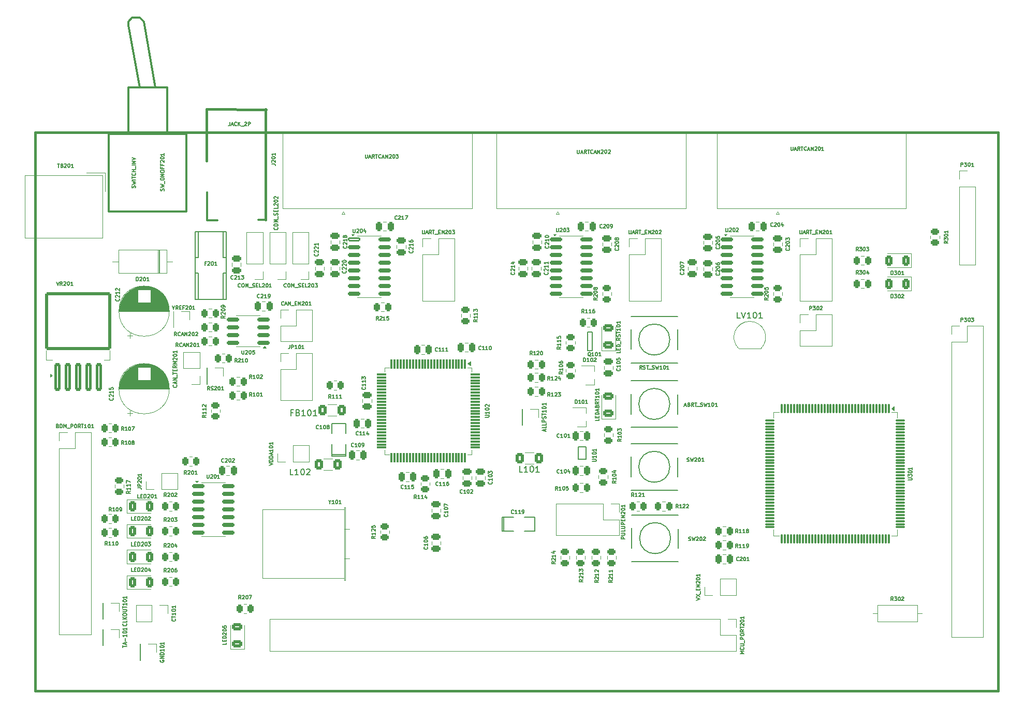
<source format=gbr>
%TF.GenerationSoftware,KiCad,Pcbnew,8.99.0-344-gfbc433deaa-dirty*%
%TF.CreationDate,2024-03-11T18:45:51+01:00*%
%TF.ProjectId,kit-dev-coldfire-xilinx_5213,6b69742d-6465-4762-9d63-6f6c64666972,2*%
%TF.SameCoordinates,Original*%
%TF.FileFunction,Legend,Top*%
%TF.FilePolarity,Positive*%
%FSLAX46Y46*%
G04 Gerber Fmt 4.6, Leading zero omitted, Abs format (unit mm)*
G04 Created by KiCad (PCBNEW 8.99.0-344-gfbc433deaa-dirty) date 2024-03-11 18:45:51*
%MOMM*%
%LPD*%
G01*
G04 APERTURE LIST*
G04 Aperture macros list*
%AMRoundRect*
0 Rectangle with rounded corners*
0 $1 Rounding radius*
0 $2 $3 $4 $5 $6 $7 $8 $9 X,Y pos of 4 corners*
0 Add a 4 corners polygon primitive as box body*
4,1,4,$2,$3,$4,$5,$6,$7,$8,$9,$2,$3,0*
0 Add four circle primitives for the rounded corners*
1,1,$1+$1,$2,$3*
1,1,$1+$1,$4,$5*
1,1,$1+$1,$6,$7*
1,1,$1+$1,$8,$9*
0 Add four rect primitives between the rounded corners*
20,1,$1+$1,$2,$3,$4,$5,0*
20,1,$1+$1,$4,$5,$6,$7,0*
20,1,$1+$1,$6,$7,$8,$9,0*
20,1,$1+$1,$8,$9,$2,$3,0*%
G04 Aperture macros list end*
%ADD10C,0.150000*%
%ADD11C,0.127000*%
%ADD12C,0.120000*%
%ADD13C,0.203200*%
%ADD14C,0.381000*%
%ADD15C,0.380000*%
%ADD16C,0.304800*%
%ADD17C,0.152400*%
%ADD18C,1.397000*%
%ADD19R,1.700000X1.700000*%
%ADD20O,1.700000X1.700000*%
%ADD21RoundRect,0.250000X-0.475000X0.250000X-0.475000X-0.250000X0.475000X-0.250000X0.475000X0.250000X0*%
%ADD22RoundRect,0.250000X0.475000X-0.250000X0.475000X0.250000X-0.475000X0.250000X-0.475000X-0.250000X0*%
%ADD23RoundRect,0.250000X0.250000X0.475000X-0.250000X0.475000X-0.250000X-0.475000X0.250000X-0.475000X0*%
%ADD24RoundRect,0.250000X-0.250000X-0.475000X0.250000X-0.475000X0.250000X0.475000X-0.250000X0.475000X0*%
%ADD25R,2.032000X1.524000*%
%ADD26R,1.524000X2.032000*%
%ADD27R,1.600000X1.600000*%
%ADD28C,1.600000*%
%ADD29R,0.900000X0.800000*%
%ADD30R,2.400000X2.400000*%
%ADD31O,2.400000X2.400000*%
%ADD32RoundRect,0.250000X0.375000X0.625000X-0.375000X0.625000X-0.375000X-0.625000X0.375000X-0.625000X0*%
%ADD33R,3.556000X4.191000*%
%ADD34RoundRect,0.250000X0.400000X0.625000X-0.400000X0.625000X-0.400000X-0.625000X0.400000X-0.625000X0*%
%ADD35R,5.500000X4.800600*%
%ADD36O,5.000000X4.800600*%
%ADD37O,3.500000X4.800600*%
%ADD38RoundRect,0.250000X-0.400000X-0.625000X0.400000X-0.625000X0.400000X0.625000X-0.400000X0.625000X0*%
%ADD39RoundRect,0.250000X-0.375000X-0.625000X0.375000X-0.625000X0.375000X0.625000X-0.375000X0.625000X0*%
%ADD40RoundRect,0.250000X0.625000X-0.375000X0.625000X0.375000X-0.625000X0.375000X-0.625000X-0.375000X0*%
%ADD41R,1.300000X1.300000*%
%ADD42C,1.300000*%
%ADD43R,0.914400X0.914400*%
%ADD44RoundRect,0.250000X0.450000X-0.262500X0.450000X0.262500X-0.450000X0.262500X-0.450000X-0.262500X0*%
%ADD45RoundRect,0.250000X-0.262500X-0.450000X0.262500X-0.450000X0.262500X0.450000X-0.262500X0.450000X0*%
%ADD46RoundRect,0.250000X0.262500X0.450000X-0.262500X0.450000X-0.262500X-0.450000X0.262500X-0.450000X0*%
%ADD47RoundRect,0.250000X-0.450000X0.262500X-0.450000X-0.262500X0.450000X-0.262500X0.450000X0.262500X0*%
%ADD48O,1.600000X1.600000*%
%ADD49R,2.540000X3.810000*%
%ADD50R,3.000000X3.000000*%
%ADD51C,3.000000*%
%ADD52RoundRect,0.075000X-0.075000X0.725000X-0.075000X-0.725000X0.075000X-0.725000X0.075000X0.725000X0*%
%ADD53RoundRect,0.075000X-0.725000X0.075000X-0.725000X-0.075000X0.725000X-0.075000X0.725000X0.075000X0*%
%ADD54R,0.508000X0.304800*%
%ADD55RoundRect,0.150000X-0.825000X-0.150000X0.825000X-0.150000X0.825000X0.150000X-0.825000X0.150000X0*%
%ADD56RoundRect,0.150000X0.825000X0.150000X-0.825000X0.150000X-0.825000X-0.150000X0.825000X-0.150000X0*%
%ADD57RoundRect,0.088235X-0.886765X-0.211765X0.886765X-0.211765X0.886765X0.211765X-0.886765X0.211765X0*%
%ADD58RoundRect,0.250000X0.300000X-2.050000X0.300000X2.050000X-0.300000X2.050000X-0.300000X-2.050000X0*%
%ADD59RoundRect,0.250002X5.149998X-4.449998X5.149998X4.449998X-5.149998X4.449998X-5.149998X-4.449998X0*%
%ADD60C,1.500000*%
%ADD61RoundRect,0.075000X-0.075000X0.662500X-0.075000X-0.662500X0.075000X-0.662500X0.075000X0.662500X0*%
%ADD62RoundRect,0.075000X-0.662500X0.075000X-0.662500X-0.075000X0.662500X-0.075000X0.662500X0.075000X0*%
%ADD63C,4.000000*%
%TA.AperFunction,Profile*%
%ADD64C,0.381000*%
%TD*%
G04 APERTURE END LIST*
D10*
X177273284Y-100555342D02*
X177558999Y-100555342D01*
X177216141Y-100726771D02*
X177416141Y-100126771D01*
X177416141Y-100126771D02*
X177616141Y-100726771D01*
X178016142Y-100412485D02*
X178101856Y-100441057D01*
X178101856Y-100441057D02*
X178130427Y-100469628D01*
X178130427Y-100469628D02*
X178158999Y-100526771D01*
X178158999Y-100526771D02*
X178158999Y-100612485D01*
X178158999Y-100612485D02*
X178130427Y-100669628D01*
X178130427Y-100669628D02*
X178101856Y-100698200D01*
X178101856Y-100698200D02*
X178044713Y-100726771D01*
X178044713Y-100726771D02*
X177816142Y-100726771D01*
X177816142Y-100726771D02*
X177816142Y-100126771D01*
X177816142Y-100126771D02*
X178016142Y-100126771D01*
X178016142Y-100126771D02*
X178073285Y-100155342D01*
X178073285Y-100155342D02*
X178101856Y-100183914D01*
X178101856Y-100183914D02*
X178130427Y-100241057D01*
X178130427Y-100241057D02*
X178130427Y-100298200D01*
X178130427Y-100298200D02*
X178101856Y-100355342D01*
X178101856Y-100355342D02*
X178073285Y-100383914D01*
X178073285Y-100383914D02*
X178016142Y-100412485D01*
X178016142Y-100412485D02*
X177816142Y-100412485D01*
X178758999Y-100726771D02*
X178558999Y-100441057D01*
X178416142Y-100726771D02*
X178416142Y-100126771D01*
X178416142Y-100126771D02*
X178644713Y-100126771D01*
X178644713Y-100126771D02*
X178701856Y-100155342D01*
X178701856Y-100155342D02*
X178730427Y-100183914D01*
X178730427Y-100183914D02*
X178758999Y-100241057D01*
X178758999Y-100241057D02*
X178758999Y-100326771D01*
X178758999Y-100326771D02*
X178730427Y-100383914D01*
X178730427Y-100383914D02*
X178701856Y-100412485D01*
X178701856Y-100412485D02*
X178644713Y-100441057D01*
X178644713Y-100441057D02*
X178416142Y-100441057D01*
X178930427Y-100126771D02*
X179273285Y-100126771D01*
X179101856Y-100726771D02*
X179101856Y-100126771D01*
X179330428Y-100783914D02*
X179787570Y-100783914D01*
X179901856Y-100698200D02*
X179987571Y-100726771D01*
X179987571Y-100726771D02*
X180130428Y-100726771D01*
X180130428Y-100726771D02*
X180187571Y-100698200D01*
X180187571Y-100698200D02*
X180216142Y-100669628D01*
X180216142Y-100669628D02*
X180244713Y-100612485D01*
X180244713Y-100612485D02*
X180244713Y-100555342D01*
X180244713Y-100555342D02*
X180216142Y-100498200D01*
X180216142Y-100498200D02*
X180187571Y-100469628D01*
X180187571Y-100469628D02*
X180130428Y-100441057D01*
X180130428Y-100441057D02*
X180016142Y-100412485D01*
X180016142Y-100412485D02*
X179958999Y-100383914D01*
X179958999Y-100383914D02*
X179930428Y-100355342D01*
X179930428Y-100355342D02*
X179901856Y-100298200D01*
X179901856Y-100298200D02*
X179901856Y-100241057D01*
X179901856Y-100241057D02*
X179930428Y-100183914D01*
X179930428Y-100183914D02*
X179958999Y-100155342D01*
X179958999Y-100155342D02*
X180016142Y-100126771D01*
X180016142Y-100126771D02*
X180158999Y-100126771D01*
X180158999Y-100126771D02*
X180244713Y-100155342D01*
X180444714Y-100126771D02*
X180587571Y-100726771D01*
X180587571Y-100726771D02*
X180701857Y-100298200D01*
X180701857Y-100298200D02*
X180816142Y-100726771D01*
X180816142Y-100726771D02*
X180959000Y-100126771D01*
X181501856Y-100726771D02*
X181158999Y-100726771D01*
X181330428Y-100726771D02*
X181330428Y-100126771D01*
X181330428Y-100126771D02*
X181273285Y-100212485D01*
X181273285Y-100212485D02*
X181216142Y-100269628D01*
X181216142Y-100269628D02*
X181158999Y-100298200D01*
X181873285Y-100126771D02*
X181930428Y-100126771D01*
X181930428Y-100126771D02*
X181987571Y-100155342D01*
X181987571Y-100155342D02*
X182016143Y-100183914D01*
X182016143Y-100183914D02*
X182044714Y-100241057D01*
X182044714Y-100241057D02*
X182073285Y-100355342D01*
X182073285Y-100355342D02*
X182073285Y-100498200D01*
X182073285Y-100498200D02*
X182044714Y-100612485D01*
X182044714Y-100612485D02*
X182016143Y-100669628D01*
X182016143Y-100669628D02*
X181987571Y-100698200D01*
X181987571Y-100698200D02*
X181930428Y-100726771D01*
X181930428Y-100726771D02*
X181873285Y-100726771D01*
X181873285Y-100726771D02*
X181816143Y-100698200D01*
X181816143Y-100698200D02*
X181787571Y-100669628D01*
X181787571Y-100669628D02*
X181759000Y-100612485D01*
X181759000Y-100612485D02*
X181730428Y-100498200D01*
X181730428Y-100498200D02*
X181730428Y-100355342D01*
X181730428Y-100355342D02*
X181759000Y-100241057D01*
X181759000Y-100241057D02*
X181787571Y-100183914D01*
X181787571Y-100183914D02*
X181816143Y-100155342D01*
X181816143Y-100155342D02*
X181873285Y-100126771D01*
X182644714Y-100726771D02*
X182301857Y-100726771D01*
X182473286Y-100726771D02*
X182473286Y-100126771D01*
X182473286Y-100126771D02*
X182416143Y-100212485D01*
X182416143Y-100212485D02*
X182359000Y-100269628D01*
X182359000Y-100269628D02*
X182301857Y-100298200D01*
X154447342Y-104789000D02*
X154447342Y-104503286D01*
X154618771Y-104846143D02*
X154018771Y-104646143D01*
X154018771Y-104646143D02*
X154618771Y-104446143D01*
X154618771Y-103960428D02*
X154618771Y-104246142D01*
X154618771Y-104246142D02*
X154018771Y-104246142D01*
X154618771Y-103474714D02*
X154618771Y-103760428D01*
X154618771Y-103760428D02*
X154018771Y-103760428D01*
X154618771Y-103274714D02*
X154018771Y-103274714D01*
X154018771Y-103274714D02*
X154018771Y-103046143D01*
X154018771Y-103046143D02*
X154047342Y-102989000D01*
X154047342Y-102989000D02*
X154075914Y-102960429D01*
X154075914Y-102960429D02*
X154133057Y-102931857D01*
X154133057Y-102931857D02*
X154218771Y-102931857D01*
X154218771Y-102931857D02*
X154275914Y-102960429D01*
X154275914Y-102960429D02*
X154304485Y-102989000D01*
X154304485Y-102989000D02*
X154333057Y-103046143D01*
X154333057Y-103046143D02*
X154333057Y-103274714D01*
X154590200Y-102703286D02*
X154618771Y-102617572D01*
X154618771Y-102617572D02*
X154618771Y-102474714D01*
X154618771Y-102474714D02*
X154590200Y-102417572D01*
X154590200Y-102417572D02*
X154561628Y-102389000D01*
X154561628Y-102389000D02*
X154504485Y-102360429D01*
X154504485Y-102360429D02*
X154447342Y-102360429D01*
X154447342Y-102360429D02*
X154390200Y-102389000D01*
X154390200Y-102389000D02*
X154361628Y-102417572D01*
X154361628Y-102417572D02*
X154333057Y-102474714D01*
X154333057Y-102474714D02*
X154304485Y-102589000D01*
X154304485Y-102589000D02*
X154275914Y-102646143D01*
X154275914Y-102646143D02*
X154247342Y-102674714D01*
X154247342Y-102674714D02*
X154190200Y-102703286D01*
X154190200Y-102703286D02*
X154133057Y-102703286D01*
X154133057Y-102703286D02*
X154075914Y-102674714D01*
X154075914Y-102674714D02*
X154047342Y-102646143D01*
X154047342Y-102646143D02*
X154018771Y-102589000D01*
X154018771Y-102589000D02*
X154018771Y-102446143D01*
X154018771Y-102446143D02*
X154047342Y-102360429D01*
X154018771Y-102189000D02*
X154018771Y-101846143D01*
X154618771Y-102017571D02*
X154018771Y-102017571D01*
X154618771Y-101331857D02*
X154618771Y-101674714D01*
X154618771Y-101503285D02*
X154018771Y-101503285D01*
X154018771Y-101503285D02*
X154104485Y-101560428D01*
X154104485Y-101560428D02*
X154161628Y-101617571D01*
X154161628Y-101617571D02*
X154190200Y-101674714D01*
X154018771Y-100960428D02*
X154018771Y-100903285D01*
X154018771Y-100903285D02*
X154047342Y-100846142D01*
X154047342Y-100846142D02*
X154075914Y-100817571D01*
X154075914Y-100817571D02*
X154133057Y-100788999D01*
X154133057Y-100788999D02*
X154247342Y-100760428D01*
X154247342Y-100760428D02*
X154390200Y-100760428D01*
X154390200Y-100760428D02*
X154504485Y-100788999D01*
X154504485Y-100788999D02*
X154561628Y-100817571D01*
X154561628Y-100817571D02*
X154590200Y-100846142D01*
X154590200Y-100846142D02*
X154618771Y-100903285D01*
X154618771Y-100903285D02*
X154618771Y-100960428D01*
X154618771Y-100960428D02*
X154590200Y-101017571D01*
X154590200Y-101017571D02*
X154561628Y-101046142D01*
X154561628Y-101046142D02*
X154504485Y-101074713D01*
X154504485Y-101074713D02*
X154390200Y-101103285D01*
X154390200Y-101103285D02*
X154247342Y-101103285D01*
X154247342Y-101103285D02*
X154133057Y-101074713D01*
X154133057Y-101074713D02*
X154075914Y-101046142D01*
X154075914Y-101046142D02*
X154047342Y-101017571D01*
X154047342Y-101017571D02*
X154018771Y-100960428D01*
X154618771Y-100188999D02*
X154618771Y-100531856D01*
X154618771Y-100360427D02*
X154018771Y-100360427D01*
X154018771Y-100360427D02*
X154104485Y-100417570D01*
X154104485Y-100417570D02*
X154161628Y-100474713D01*
X154161628Y-100474713D02*
X154190200Y-100531856D01*
X74768428Y-103924485D02*
X74854142Y-103953057D01*
X74854142Y-103953057D02*
X74882713Y-103981628D01*
X74882713Y-103981628D02*
X74911285Y-104038771D01*
X74911285Y-104038771D02*
X74911285Y-104124485D01*
X74911285Y-104124485D02*
X74882713Y-104181628D01*
X74882713Y-104181628D02*
X74854142Y-104210200D01*
X74854142Y-104210200D02*
X74796999Y-104238771D01*
X74796999Y-104238771D02*
X74568428Y-104238771D01*
X74568428Y-104238771D02*
X74568428Y-103638771D01*
X74568428Y-103638771D02*
X74768428Y-103638771D01*
X74768428Y-103638771D02*
X74825571Y-103667342D01*
X74825571Y-103667342D02*
X74854142Y-103695914D01*
X74854142Y-103695914D02*
X74882713Y-103753057D01*
X74882713Y-103753057D02*
X74882713Y-103810200D01*
X74882713Y-103810200D02*
X74854142Y-103867342D01*
X74854142Y-103867342D02*
X74825571Y-103895914D01*
X74825571Y-103895914D02*
X74768428Y-103924485D01*
X74768428Y-103924485D02*
X74568428Y-103924485D01*
X75168428Y-104238771D02*
X75168428Y-103638771D01*
X75168428Y-103638771D02*
X75311285Y-103638771D01*
X75311285Y-103638771D02*
X75396999Y-103667342D01*
X75396999Y-103667342D02*
X75454142Y-103724485D01*
X75454142Y-103724485D02*
X75482713Y-103781628D01*
X75482713Y-103781628D02*
X75511285Y-103895914D01*
X75511285Y-103895914D02*
X75511285Y-103981628D01*
X75511285Y-103981628D02*
X75482713Y-104095914D01*
X75482713Y-104095914D02*
X75454142Y-104153057D01*
X75454142Y-104153057D02*
X75396999Y-104210200D01*
X75396999Y-104210200D02*
X75311285Y-104238771D01*
X75311285Y-104238771D02*
X75168428Y-104238771D01*
X75768428Y-104238771D02*
X75768428Y-103638771D01*
X75768428Y-103638771D02*
X75968428Y-104067342D01*
X75968428Y-104067342D02*
X76168428Y-103638771D01*
X76168428Y-103638771D02*
X76168428Y-104238771D01*
X76311285Y-104295914D02*
X76768427Y-104295914D01*
X76911285Y-104238771D02*
X76911285Y-103638771D01*
X76911285Y-103638771D02*
X77139856Y-103638771D01*
X77139856Y-103638771D02*
X77196999Y-103667342D01*
X77196999Y-103667342D02*
X77225570Y-103695914D01*
X77225570Y-103695914D02*
X77254142Y-103753057D01*
X77254142Y-103753057D02*
X77254142Y-103838771D01*
X77254142Y-103838771D02*
X77225570Y-103895914D01*
X77225570Y-103895914D02*
X77196999Y-103924485D01*
X77196999Y-103924485D02*
X77139856Y-103953057D01*
X77139856Y-103953057D02*
X76911285Y-103953057D01*
X77625570Y-103638771D02*
X77739856Y-103638771D01*
X77739856Y-103638771D02*
X77796999Y-103667342D01*
X77796999Y-103667342D02*
X77854142Y-103724485D01*
X77854142Y-103724485D02*
X77882713Y-103838771D01*
X77882713Y-103838771D02*
X77882713Y-104038771D01*
X77882713Y-104038771D02*
X77854142Y-104153057D01*
X77854142Y-104153057D02*
X77796999Y-104210200D01*
X77796999Y-104210200D02*
X77739856Y-104238771D01*
X77739856Y-104238771D02*
X77625570Y-104238771D01*
X77625570Y-104238771D02*
X77568428Y-104210200D01*
X77568428Y-104210200D02*
X77511285Y-104153057D01*
X77511285Y-104153057D02*
X77482713Y-104038771D01*
X77482713Y-104038771D02*
X77482713Y-103838771D01*
X77482713Y-103838771D02*
X77511285Y-103724485D01*
X77511285Y-103724485D02*
X77568428Y-103667342D01*
X77568428Y-103667342D02*
X77625570Y-103638771D01*
X78482713Y-104238771D02*
X78282713Y-103953057D01*
X78139856Y-104238771D02*
X78139856Y-103638771D01*
X78139856Y-103638771D02*
X78368427Y-103638771D01*
X78368427Y-103638771D02*
X78425570Y-103667342D01*
X78425570Y-103667342D02*
X78454141Y-103695914D01*
X78454141Y-103695914D02*
X78482713Y-103753057D01*
X78482713Y-103753057D02*
X78482713Y-103838771D01*
X78482713Y-103838771D02*
X78454141Y-103895914D01*
X78454141Y-103895914D02*
X78425570Y-103924485D01*
X78425570Y-103924485D02*
X78368427Y-103953057D01*
X78368427Y-103953057D02*
X78139856Y-103953057D01*
X78654141Y-103638771D02*
X78996999Y-103638771D01*
X78825570Y-104238771D02*
X78825570Y-103638771D01*
X79511284Y-104238771D02*
X79168427Y-104238771D01*
X79339856Y-104238771D02*
X79339856Y-103638771D01*
X79339856Y-103638771D02*
X79282713Y-103724485D01*
X79282713Y-103724485D02*
X79225570Y-103781628D01*
X79225570Y-103781628D02*
X79168427Y-103810200D01*
X79882713Y-103638771D02*
X79939856Y-103638771D01*
X79939856Y-103638771D02*
X79996999Y-103667342D01*
X79996999Y-103667342D02*
X80025571Y-103695914D01*
X80025571Y-103695914D02*
X80054142Y-103753057D01*
X80054142Y-103753057D02*
X80082713Y-103867342D01*
X80082713Y-103867342D02*
X80082713Y-104010200D01*
X80082713Y-104010200D02*
X80054142Y-104124485D01*
X80054142Y-104124485D02*
X80025571Y-104181628D01*
X80025571Y-104181628D02*
X79996999Y-104210200D01*
X79996999Y-104210200D02*
X79939856Y-104238771D01*
X79939856Y-104238771D02*
X79882713Y-104238771D01*
X79882713Y-104238771D02*
X79825571Y-104210200D01*
X79825571Y-104210200D02*
X79796999Y-104181628D01*
X79796999Y-104181628D02*
X79768428Y-104124485D01*
X79768428Y-104124485D02*
X79739856Y-104010200D01*
X79739856Y-104010200D02*
X79739856Y-103867342D01*
X79739856Y-103867342D02*
X79768428Y-103753057D01*
X79768428Y-103753057D02*
X79796999Y-103695914D01*
X79796999Y-103695914D02*
X79825571Y-103667342D01*
X79825571Y-103667342D02*
X79882713Y-103638771D01*
X80654142Y-104238771D02*
X80311285Y-104238771D01*
X80482714Y-104238771D02*
X80482714Y-103638771D01*
X80482714Y-103638771D02*
X80425571Y-103724485D01*
X80425571Y-103724485D02*
X80368428Y-103781628D01*
X80368428Y-103781628D02*
X80311285Y-103810200D01*
X138514628Y-118400428D02*
X138543200Y-118429000D01*
X138543200Y-118429000D02*
X138571771Y-118514714D01*
X138571771Y-118514714D02*
X138571771Y-118571857D01*
X138571771Y-118571857D02*
X138543200Y-118657571D01*
X138543200Y-118657571D02*
X138486057Y-118714714D01*
X138486057Y-118714714D02*
X138428914Y-118743285D01*
X138428914Y-118743285D02*
X138314628Y-118771857D01*
X138314628Y-118771857D02*
X138228914Y-118771857D01*
X138228914Y-118771857D02*
X138114628Y-118743285D01*
X138114628Y-118743285D02*
X138057485Y-118714714D01*
X138057485Y-118714714D02*
X138000342Y-118657571D01*
X138000342Y-118657571D02*
X137971771Y-118571857D01*
X137971771Y-118571857D02*
X137971771Y-118514714D01*
X137971771Y-118514714D02*
X138000342Y-118429000D01*
X138000342Y-118429000D02*
X138028914Y-118400428D01*
X138571771Y-117829000D02*
X138571771Y-118171857D01*
X138571771Y-118000428D02*
X137971771Y-118000428D01*
X137971771Y-118000428D02*
X138057485Y-118057571D01*
X138057485Y-118057571D02*
X138114628Y-118114714D01*
X138114628Y-118114714D02*
X138143200Y-118171857D01*
X137971771Y-117457571D02*
X137971771Y-117400428D01*
X137971771Y-117400428D02*
X138000342Y-117343285D01*
X138000342Y-117343285D02*
X138028914Y-117314714D01*
X138028914Y-117314714D02*
X138086057Y-117286142D01*
X138086057Y-117286142D02*
X138200342Y-117257571D01*
X138200342Y-117257571D02*
X138343200Y-117257571D01*
X138343200Y-117257571D02*
X138457485Y-117286142D01*
X138457485Y-117286142D02*
X138514628Y-117314714D01*
X138514628Y-117314714D02*
X138543200Y-117343285D01*
X138543200Y-117343285D02*
X138571771Y-117400428D01*
X138571771Y-117400428D02*
X138571771Y-117457571D01*
X138571771Y-117457571D02*
X138543200Y-117514714D01*
X138543200Y-117514714D02*
X138514628Y-117543285D01*
X138514628Y-117543285D02*
X138457485Y-117571856D01*
X138457485Y-117571856D02*
X138343200Y-117600428D01*
X138343200Y-117600428D02*
X138200342Y-117600428D01*
X138200342Y-117600428D02*
X138086057Y-117571856D01*
X138086057Y-117571856D02*
X138028914Y-117543285D01*
X138028914Y-117543285D02*
X138000342Y-117514714D01*
X138000342Y-117514714D02*
X137971771Y-117457571D01*
X137971771Y-117057570D02*
X137971771Y-116657570D01*
X137971771Y-116657570D02*
X138571771Y-116914713D01*
X135214628Y-123734428D02*
X135243200Y-123763000D01*
X135243200Y-123763000D02*
X135271771Y-123848714D01*
X135271771Y-123848714D02*
X135271771Y-123905857D01*
X135271771Y-123905857D02*
X135243200Y-123991571D01*
X135243200Y-123991571D02*
X135186057Y-124048714D01*
X135186057Y-124048714D02*
X135128914Y-124077285D01*
X135128914Y-124077285D02*
X135014628Y-124105857D01*
X135014628Y-124105857D02*
X134928914Y-124105857D01*
X134928914Y-124105857D02*
X134814628Y-124077285D01*
X134814628Y-124077285D02*
X134757485Y-124048714D01*
X134757485Y-124048714D02*
X134700342Y-123991571D01*
X134700342Y-123991571D02*
X134671771Y-123905857D01*
X134671771Y-123905857D02*
X134671771Y-123848714D01*
X134671771Y-123848714D02*
X134700342Y-123763000D01*
X134700342Y-123763000D02*
X134728914Y-123734428D01*
X135271771Y-123163000D02*
X135271771Y-123505857D01*
X135271771Y-123334428D02*
X134671771Y-123334428D01*
X134671771Y-123334428D02*
X134757485Y-123391571D01*
X134757485Y-123391571D02*
X134814628Y-123448714D01*
X134814628Y-123448714D02*
X134843200Y-123505857D01*
X134671771Y-122791571D02*
X134671771Y-122734428D01*
X134671771Y-122734428D02*
X134700342Y-122677285D01*
X134700342Y-122677285D02*
X134728914Y-122648714D01*
X134728914Y-122648714D02*
X134786057Y-122620142D01*
X134786057Y-122620142D02*
X134900342Y-122591571D01*
X134900342Y-122591571D02*
X135043200Y-122591571D01*
X135043200Y-122591571D02*
X135157485Y-122620142D01*
X135157485Y-122620142D02*
X135214628Y-122648714D01*
X135214628Y-122648714D02*
X135243200Y-122677285D01*
X135243200Y-122677285D02*
X135271771Y-122734428D01*
X135271771Y-122734428D02*
X135271771Y-122791571D01*
X135271771Y-122791571D02*
X135243200Y-122848714D01*
X135243200Y-122848714D02*
X135214628Y-122877285D01*
X135214628Y-122877285D02*
X135157485Y-122905856D01*
X135157485Y-122905856D02*
X135043200Y-122934428D01*
X135043200Y-122934428D02*
X134900342Y-122934428D01*
X134900342Y-122934428D02*
X134786057Y-122905856D01*
X134786057Y-122905856D02*
X134728914Y-122877285D01*
X134728914Y-122877285D02*
X134700342Y-122848714D01*
X134700342Y-122848714D02*
X134671771Y-122791571D01*
X134671771Y-122077285D02*
X134671771Y-122191570D01*
X134671771Y-122191570D02*
X134700342Y-122248713D01*
X134700342Y-122248713D02*
X134728914Y-122277285D01*
X134728914Y-122277285D02*
X134814628Y-122334427D01*
X134814628Y-122334427D02*
X134928914Y-122362999D01*
X134928914Y-122362999D02*
X135157485Y-122362999D01*
X135157485Y-122362999D02*
X135214628Y-122334427D01*
X135214628Y-122334427D02*
X135243200Y-122305856D01*
X135243200Y-122305856D02*
X135271771Y-122248713D01*
X135271771Y-122248713D02*
X135271771Y-122134427D01*
X135271771Y-122134427D02*
X135243200Y-122077285D01*
X135243200Y-122077285D02*
X135214628Y-122048713D01*
X135214628Y-122048713D02*
X135157485Y-122020142D01*
X135157485Y-122020142D02*
X135014628Y-122020142D01*
X135014628Y-122020142D02*
X134957485Y-122048713D01*
X134957485Y-122048713D02*
X134928914Y-122077285D01*
X134928914Y-122077285D02*
X134900342Y-122134427D01*
X134900342Y-122134427D02*
X134900342Y-122248713D01*
X134900342Y-122248713D02*
X134928914Y-122305856D01*
X134928914Y-122305856D02*
X134957485Y-122334427D01*
X134957485Y-122334427D02*
X135014628Y-122362999D01*
X166709628Y-94524428D02*
X166738200Y-94553000D01*
X166738200Y-94553000D02*
X166766771Y-94638714D01*
X166766771Y-94638714D02*
X166766771Y-94695857D01*
X166766771Y-94695857D02*
X166738200Y-94781571D01*
X166738200Y-94781571D02*
X166681057Y-94838714D01*
X166681057Y-94838714D02*
X166623914Y-94867285D01*
X166623914Y-94867285D02*
X166509628Y-94895857D01*
X166509628Y-94895857D02*
X166423914Y-94895857D01*
X166423914Y-94895857D02*
X166309628Y-94867285D01*
X166309628Y-94867285D02*
X166252485Y-94838714D01*
X166252485Y-94838714D02*
X166195342Y-94781571D01*
X166195342Y-94781571D02*
X166166771Y-94695857D01*
X166166771Y-94695857D02*
X166166771Y-94638714D01*
X166166771Y-94638714D02*
X166195342Y-94553000D01*
X166195342Y-94553000D02*
X166223914Y-94524428D01*
X166766771Y-93953000D02*
X166766771Y-94295857D01*
X166766771Y-94124428D02*
X166166771Y-94124428D01*
X166166771Y-94124428D02*
X166252485Y-94181571D01*
X166252485Y-94181571D02*
X166309628Y-94238714D01*
X166309628Y-94238714D02*
X166338200Y-94295857D01*
X166166771Y-93581571D02*
X166166771Y-93524428D01*
X166166771Y-93524428D02*
X166195342Y-93467285D01*
X166195342Y-93467285D02*
X166223914Y-93438714D01*
X166223914Y-93438714D02*
X166281057Y-93410142D01*
X166281057Y-93410142D02*
X166395342Y-93381571D01*
X166395342Y-93381571D02*
X166538200Y-93381571D01*
X166538200Y-93381571D02*
X166652485Y-93410142D01*
X166652485Y-93410142D02*
X166709628Y-93438714D01*
X166709628Y-93438714D02*
X166738200Y-93467285D01*
X166738200Y-93467285D02*
X166766771Y-93524428D01*
X166766771Y-93524428D02*
X166766771Y-93581571D01*
X166766771Y-93581571D02*
X166738200Y-93638714D01*
X166738200Y-93638714D02*
X166709628Y-93667285D01*
X166709628Y-93667285D02*
X166652485Y-93695856D01*
X166652485Y-93695856D02*
X166538200Y-93724428D01*
X166538200Y-93724428D02*
X166395342Y-93724428D01*
X166395342Y-93724428D02*
X166281057Y-93695856D01*
X166281057Y-93695856D02*
X166223914Y-93667285D01*
X166223914Y-93667285D02*
X166195342Y-93638714D01*
X166195342Y-93638714D02*
X166166771Y-93581571D01*
X166166771Y-92838713D02*
X166166771Y-93124427D01*
X166166771Y-93124427D02*
X166452485Y-93152999D01*
X166452485Y-93152999D02*
X166423914Y-93124427D01*
X166423914Y-93124427D02*
X166395342Y-93067285D01*
X166395342Y-93067285D02*
X166395342Y-92924427D01*
X166395342Y-92924427D02*
X166423914Y-92867285D01*
X166423914Y-92867285D02*
X166452485Y-92838713D01*
X166452485Y-92838713D02*
X166509628Y-92810142D01*
X166509628Y-92810142D02*
X166652485Y-92810142D01*
X166652485Y-92810142D02*
X166709628Y-92838713D01*
X166709628Y-92838713D02*
X166738200Y-92867285D01*
X166738200Y-92867285D02*
X166766771Y-92924427D01*
X166766771Y-92924427D02*
X166766771Y-93067285D01*
X166766771Y-93067285D02*
X166738200Y-93124427D01*
X166738200Y-93124427D02*
X166709628Y-93152999D01*
X143981571Y-91398628D02*
X143952999Y-91427200D01*
X143952999Y-91427200D02*
X143867285Y-91455771D01*
X143867285Y-91455771D02*
X143810142Y-91455771D01*
X143810142Y-91455771D02*
X143724428Y-91427200D01*
X143724428Y-91427200D02*
X143667285Y-91370057D01*
X143667285Y-91370057D02*
X143638714Y-91312914D01*
X143638714Y-91312914D02*
X143610142Y-91198628D01*
X143610142Y-91198628D02*
X143610142Y-91112914D01*
X143610142Y-91112914D02*
X143638714Y-90998628D01*
X143638714Y-90998628D02*
X143667285Y-90941485D01*
X143667285Y-90941485D02*
X143724428Y-90884342D01*
X143724428Y-90884342D02*
X143810142Y-90855771D01*
X143810142Y-90855771D02*
X143867285Y-90855771D01*
X143867285Y-90855771D02*
X143952999Y-90884342D01*
X143952999Y-90884342D02*
X143981571Y-90912914D01*
X144552999Y-91455771D02*
X144210142Y-91455771D01*
X144381571Y-91455771D02*
X144381571Y-90855771D01*
X144381571Y-90855771D02*
X144324428Y-90941485D01*
X144324428Y-90941485D02*
X144267285Y-90998628D01*
X144267285Y-90998628D02*
X144210142Y-91027200D01*
X145124428Y-91455771D02*
X144781571Y-91455771D01*
X144953000Y-91455771D02*
X144953000Y-90855771D01*
X144953000Y-90855771D02*
X144895857Y-90941485D01*
X144895857Y-90941485D02*
X144838714Y-90998628D01*
X144838714Y-90998628D02*
X144781571Y-91027200D01*
X145495857Y-90855771D02*
X145553000Y-90855771D01*
X145553000Y-90855771D02*
X145610143Y-90884342D01*
X145610143Y-90884342D02*
X145638715Y-90912914D01*
X145638715Y-90912914D02*
X145667286Y-90970057D01*
X145667286Y-90970057D02*
X145695857Y-91084342D01*
X145695857Y-91084342D02*
X145695857Y-91227200D01*
X145695857Y-91227200D02*
X145667286Y-91341485D01*
X145667286Y-91341485D02*
X145638715Y-91398628D01*
X145638715Y-91398628D02*
X145610143Y-91427200D01*
X145610143Y-91427200D02*
X145553000Y-91455771D01*
X145553000Y-91455771D02*
X145495857Y-91455771D01*
X145495857Y-91455771D02*
X145438715Y-91427200D01*
X145438715Y-91427200D02*
X145410143Y-91398628D01*
X145410143Y-91398628D02*
X145381572Y-91341485D01*
X145381572Y-91341485D02*
X145353000Y-91227200D01*
X145353000Y-91227200D02*
X145353000Y-91084342D01*
X145353000Y-91084342D02*
X145381572Y-90970057D01*
X145381572Y-90970057D02*
X145410143Y-90912914D01*
X145410143Y-90912914D02*
X145438715Y-90884342D01*
X145438715Y-90884342D02*
X145495857Y-90855771D01*
X136869571Y-91652628D02*
X136840999Y-91681200D01*
X136840999Y-91681200D02*
X136755285Y-91709771D01*
X136755285Y-91709771D02*
X136698142Y-91709771D01*
X136698142Y-91709771D02*
X136612428Y-91681200D01*
X136612428Y-91681200D02*
X136555285Y-91624057D01*
X136555285Y-91624057D02*
X136526714Y-91566914D01*
X136526714Y-91566914D02*
X136498142Y-91452628D01*
X136498142Y-91452628D02*
X136498142Y-91366914D01*
X136498142Y-91366914D02*
X136526714Y-91252628D01*
X136526714Y-91252628D02*
X136555285Y-91195485D01*
X136555285Y-91195485D02*
X136612428Y-91138342D01*
X136612428Y-91138342D02*
X136698142Y-91109771D01*
X136698142Y-91109771D02*
X136755285Y-91109771D01*
X136755285Y-91109771D02*
X136840999Y-91138342D01*
X136840999Y-91138342D02*
X136869571Y-91166914D01*
X137440999Y-91709771D02*
X137098142Y-91709771D01*
X137269571Y-91709771D02*
X137269571Y-91109771D01*
X137269571Y-91109771D02*
X137212428Y-91195485D01*
X137212428Y-91195485D02*
X137155285Y-91252628D01*
X137155285Y-91252628D02*
X137098142Y-91281200D01*
X138012428Y-91709771D02*
X137669571Y-91709771D01*
X137841000Y-91709771D02*
X137841000Y-91109771D01*
X137841000Y-91109771D02*
X137783857Y-91195485D01*
X137783857Y-91195485D02*
X137726714Y-91252628D01*
X137726714Y-91252628D02*
X137669571Y-91281200D01*
X138583857Y-91709771D02*
X138241000Y-91709771D01*
X138412429Y-91709771D02*
X138412429Y-91109771D01*
X138412429Y-91109771D02*
X138355286Y-91195485D01*
X138355286Y-91195485D02*
X138298143Y-91252628D01*
X138298143Y-91252628D02*
X138241000Y-91281200D01*
X125053628Y-97572428D02*
X125082200Y-97601000D01*
X125082200Y-97601000D02*
X125110771Y-97686714D01*
X125110771Y-97686714D02*
X125110771Y-97743857D01*
X125110771Y-97743857D02*
X125082200Y-97829571D01*
X125082200Y-97829571D02*
X125025057Y-97886714D01*
X125025057Y-97886714D02*
X124967914Y-97915285D01*
X124967914Y-97915285D02*
X124853628Y-97943857D01*
X124853628Y-97943857D02*
X124767914Y-97943857D01*
X124767914Y-97943857D02*
X124653628Y-97915285D01*
X124653628Y-97915285D02*
X124596485Y-97886714D01*
X124596485Y-97886714D02*
X124539342Y-97829571D01*
X124539342Y-97829571D02*
X124510771Y-97743857D01*
X124510771Y-97743857D02*
X124510771Y-97686714D01*
X124510771Y-97686714D02*
X124539342Y-97601000D01*
X124539342Y-97601000D02*
X124567914Y-97572428D01*
X125110771Y-97001000D02*
X125110771Y-97343857D01*
X125110771Y-97172428D02*
X124510771Y-97172428D01*
X124510771Y-97172428D02*
X124596485Y-97229571D01*
X124596485Y-97229571D02*
X124653628Y-97286714D01*
X124653628Y-97286714D02*
X124682200Y-97343857D01*
X125110771Y-96429571D02*
X125110771Y-96772428D01*
X125110771Y-96600999D02*
X124510771Y-96600999D01*
X124510771Y-96600999D02*
X124596485Y-96658142D01*
X124596485Y-96658142D02*
X124653628Y-96715285D01*
X124653628Y-96715285D02*
X124682200Y-96772428D01*
X124510771Y-96229570D02*
X124510771Y-95858142D01*
X124510771Y-95858142D02*
X124739342Y-96058142D01*
X124739342Y-96058142D02*
X124739342Y-95972427D01*
X124739342Y-95972427D02*
X124767914Y-95915285D01*
X124767914Y-95915285D02*
X124796485Y-95886713D01*
X124796485Y-95886713D02*
X124853628Y-95858142D01*
X124853628Y-95858142D02*
X124996485Y-95858142D01*
X124996485Y-95858142D02*
X125053628Y-95886713D01*
X125053628Y-95886713D02*
X125082200Y-95915285D01*
X125082200Y-95915285D02*
X125110771Y-95972427D01*
X125110771Y-95972427D02*
X125110771Y-96143856D01*
X125110771Y-96143856D02*
X125082200Y-96200999D01*
X125082200Y-96200999D02*
X125053628Y-96229570D01*
X123915571Y-105367628D02*
X123886999Y-105396200D01*
X123886999Y-105396200D02*
X123801285Y-105424771D01*
X123801285Y-105424771D02*
X123744142Y-105424771D01*
X123744142Y-105424771D02*
X123658428Y-105396200D01*
X123658428Y-105396200D02*
X123601285Y-105339057D01*
X123601285Y-105339057D02*
X123572714Y-105281914D01*
X123572714Y-105281914D02*
X123544142Y-105167628D01*
X123544142Y-105167628D02*
X123544142Y-105081914D01*
X123544142Y-105081914D02*
X123572714Y-104967628D01*
X123572714Y-104967628D02*
X123601285Y-104910485D01*
X123601285Y-104910485D02*
X123658428Y-104853342D01*
X123658428Y-104853342D02*
X123744142Y-104824771D01*
X123744142Y-104824771D02*
X123801285Y-104824771D01*
X123801285Y-104824771D02*
X123886999Y-104853342D01*
X123886999Y-104853342D02*
X123915571Y-104881914D01*
X124486999Y-105424771D02*
X124144142Y-105424771D01*
X124315571Y-105424771D02*
X124315571Y-104824771D01*
X124315571Y-104824771D02*
X124258428Y-104910485D01*
X124258428Y-104910485D02*
X124201285Y-104967628D01*
X124201285Y-104967628D02*
X124144142Y-104996200D01*
X125058428Y-105424771D02*
X124715571Y-105424771D01*
X124887000Y-105424771D02*
X124887000Y-104824771D01*
X124887000Y-104824771D02*
X124829857Y-104910485D01*
X124829857Y-104910485D02*
X124772714Y-104967628D01*
X124772714Y-104967628D02*
X124715571Y-104996200D01*
X125572715Y-105024771D02*
X125572715Y-105424771D01*
X125429857Y-104796200D02*
X125287000Y-105224771D01*
X125287000Y-105224771D02*
X125658429Y-105224771D01*
X131281571Y-114130628D02*
X131252999Y-114159200D01*
X131252999Y-114159200D02*
X131167285Y-114187771D01*
X131167285Y-114187771D02*
X131110142Y-114187771D01*
X131110142Y-114187771D02*
X131024428Y-114159200D01*
X131024428Y-114159200D02*
X130967285Y-114102057D01*
X130967285Y-114102057D02*
X130938714Y-114044914D01*
X130938714Y-114044914D02*
X130910142Y-113930628D01*
X130910142Y-113930628D02*
X130910142Y-113844914D01*
X130910142Y-113844914D02*
X130938714Y-113730628D01*
X130938714Y-113730628D02*
X130967285Y-113673485D01*
X130967285Y-113673485D02*
X131024428Y-113616342D01*
X131024428Y-113616342D02*
X131110142Y-113587771D01*
X131110142Y-113587771D02*
X131167285Y-113587771D01*
X131167285Y-113587771D02*
X131252999Y-113616342D01*
X131252999Y-113616342D02*
X131281571Y-113644914D01*
X131852999Y-114187771D02*
X131510142Y-114187771D01*
X131681571Y-114187771D02*
X131681571Y-113587771D01*
X131681571Y-113587771D02*
X131624428Y-113673485D01*
X131624428Y-113673485D02*
X131567285Y-113730628D01*
X131567285Y-113730628D02*
X131510142Y-113759200D01*
X132424428Y-114187771D02*
X132081571Y-114187771D01*
X132253000Y-114187771D02*
X132253000Y-113587771D01*
X132253000Y-113587771D02*
X132195857Y-113673485D01*
X132195857Y-113673485D02*
X132138714Y-113730628D01*
X132138714Y-113730628D02*
X132081571Y-113759200D01*
X132967286Y-113587771D02*
X132681572Y-113587771D01*
X132681572Y-113587771D02*
X132653000Y-113873485D01*
X132653000Y-113873485D02*
X132681572Y-113844914D01*
X132681572Y-113844914D02*
X132738715Y-113816342D01*
X132738715Y-113816342D02*
X132881572Y-113816342D01*
X132881572Y-113816342D02*
X132938715Y-113844914D01*
X132938715Y-113844914D02*
X132967286Y-113873485D01*
X132967286Y-113873485D02*
X132995857Y-113930628D01*
X132995857Y-113930628D02*
X132995857Y-114073485D01*
X132995857Y-114073485D02*
X132967286Y-114130628D01*
X132967286Y-114130628D02*
X132938715Y-114159200D01*
X132938715Y-114159200D02*
X132881572Y-114187771D01*
X132881572Y-114187771D02*
X132738715Y-114187771D01*
X132738715Y-114187771D02*
X132681572Y-114159200D01*
X132681572Y-114159200D02*
X132653000Y-114130628D01*
X136996571Y-113622628D02*
X136967999Y-113651200D01*
X136967999Y-113651200D02*
X136882285Y-113679771D01*
X136882285Y-113679771D02*
X136825142Y-113679771D01*
X136825142Y-113679771D02*
X136739428Y-113651200D01*
X136739428Y-113651200D02*
X136682285Y-113594057D01*
X136682285Y-113594057D02*
X136653714Y-113536914D01*
X136653714Y-113536914D02*
X136625142Y-113422628D01*
X136625142Y-113422628D02*
X136625142Y-113336914D01*
X136625142Y-113336914D02*
X136653714Y-113222628D01*
X136653714Y-113222628D02*
X136682285Y-113165485D01*
X136682285Y-113165485D02*
X136739428Y-113108342D01*
X136739428Y-113108342D02*
X136825142Y-113079771D01*
X136825142Y-113079771D02*
X136882285Y-113079771D01*
X136882285Y-113079771D02*
X136967999Y-113108342D01*
X136967999Y-113108342D02*
X136996571Y-113136914D01*
X137567999Y-113679771D02*
X137225142Y-113679771D01*
X137396571Y-113679771D02*
X137396571Y-113079771D01*
X137396571Y-113079771D02*
X137339428Y-113165485D01*
X137339428Y-113165485D02*
X137282285Y-113222628D01*
X137282285Y-113222628D02*
X137225142Y-113251200D01*
X138139428Y-113679771D02*
X137796571Y-113679771D01*
X137968000Y-113679771D02*
X137968000Y-113079771D01*
X137968000Y-113079771D02*
X137910857Y-113165485D01*
X137910857Y-113165485D02*
X137853714Y-113222628D01*
X137853714Y-113222628D02*
X137796571Y-113251200D01*
X138653715Y-113079771D02*
X138539429Y-113079771D01*
X138539429Y-113079771D02*
X138482286Y-113108342D01*
X138482286Y-113108342D02*
X138453715Y-113136914D01*
X138453715Y-113136914D02*
X138396572Y-113222628D01*
X138396572Y-113222628D02*
X138368000Y-113336914D01*
X138368000Y-113336914D02*
X138368000Y-113565485D01*
X138368000Y-113565485D02*
X138396572Y-113622628D01*
X138396572Y-113622628D02*
X138425143Y-113651200D01*
X138425143Y-113651200D02*
X138482286Y-113679771D01*
X138482286Y-113679771D02*
X138596572Y-113679771D01*
X138596572Y-113679771D02*
X138653715Y-113651200D01*
X138653715Y-113651200D02*
X138682286Y-113622628D01*
X138682286Y-113622628D02*
X138710857Y-113565485D01*
X138710857Y-113565485D02*
X138710857Y-113422628D01*
X138710857Y-113422628D02*
X138682286Y-113365485D01*
X138682286Y-113365485D02*
X138653715Y-113336914D01*
X138653715Y-113336914D02*
X138596572Y-113308342D01*
X138596572Y-113308342D02*
X138482286Y-113308342D01*
X138482286Y-113308342D02*
X138425143Y-113336914D01*
X138425143Y-113336914D02*
X138396572Y-113365485D01*
X138396572Y-113365485D02*
X138368000Y-113422628D01*
X156808571Y-105749628D02*
X156779999Y-105778200D01*
X156779999Y-105778200D02*
X156694285Y-105806771D01*
X156694285Y-105806771D02*
X156637142Y-105806771D01*
X156637142Y-105806771D02*
X156551428Y-105778200D01*
X156551428Y-105778200D02*
X156494285Y-105721057D01*
X156494285Y-105721057D02*
X156465714Y-105663914D01*
X156465714Y-105663914D02*
X156437142Y-105549628D01*
X156437142Y-105549628D02*
X156437142Y-105463914D01*
X156437142Y-105463914D02*
X156465714Y-105349628D01*
X156465714Y-105349628D02*
X156494285Y-105292485D01*
X156494285Y-105292485D02*
X156551428Y-105235342D01*
X156551428Y-105235342D02*
X156637142Y-105206771D01*
X156637142Y-105206771D02*
X156694285Y-105206771D01*
X156694285Y-105206771D02*
X156779999Y-105235342D01*
X156779999Y-105235342D02*
X156808571Y-105263914D01*
X157379999Y-105806771D02*
X157037142Y-105806771D01*
X157208571Y-105806771D02*
X157208571Y-105206771D01*
X157208571Y-105206771D02*
X157151428Y-105292485D01*
X157151428Y-105292485D02*
X157094285Y-105349628D01*
X157094285Y-105349628D02*
X157037142Y-105378200D01*
X157751428Y-105206771D02*
X157808571Y-105206771D01*
X157808571Y-105206771D02*
X157865714Y-105235342D01*
X157865714Y-105235342D02*
X157894286Y-105263914D01*
X157894286Y-105263914D02*
X157922857Y-105321057D01*
X157922857Y-105321057D02*
X157951428Y-105435342D01*
X157951428Y-105435342D02*
X157951428Y-105578200D01*
X157951428Y-105578200D02*
X157922857Y-105692485D01*
X157922857Y-105692485D02*
X157894286Y-105749628D01*
X157894286Y-105749628D02*
X157865714Y-105778200D01*
X157865714Y-105778200D02*
X157808571Y-105806771D01*
X157808571Y-105806771D02*
X157751428Y-105806771D01*
X157751428Y-105806771D02*
X157694286Y-105778200D01*
X157694286Y-105778200D02*
X157665714Y-105749628D01*
X157665714Y-105749628D02*
X157637143Y-105692485D01*
X157637143Y-105692485D02*
X157608571Y-105578200D01*
X157608571Y-105578200D02*
X157608571Y-105435342D01*
X157608571Y-105435342D02*
X157637143Y-105321057D01*
X157637143Y-105321057D02*
X157665714Y-105263914D01*
X157665714Y-105263914D02*
X157694286Y-105235342D01*
X157694286Y-105235342D02*
X157751428Y-105206771D01*
X158522857Y-105806771D02*
X158180000Y-105806771D01*
X158351429Y-105806771D02*
X158351429Y-105206771D01*
X158351429Y-105206771D02*
X158294286Y-105292485D01*
X158294286Y-105292485D02*
X158237143Y-105349628D01*
X158237143Y-105349628D02*
X158180000Y-105378200D01*
X156808571Y-111591628D02*
X156779999Y-111620200D01*
X156779999Y-111620200D02*
X156694285Y-111648771D01*
X156694285Y-111648771D02*
X156637142Y-111648771D01*
X156637142Y-111648771D02*
X156551428Y-111620200D01*
X156551428Y-111620200D02*
X156494285Y-111563057D01*
X156494285Y-111563057D02*
X156465714Y-111505914D01*
X156465714Y-111505914D02*
X156437142Y-111391628D01*
X156437142Y-111391628D02*
X156437142Y-111305914D01*
X156437142Y-111305914D02*
X156465714Y-111191628D01*
X156465714Y-111191628D02*
X156494285Y-111134485D01*
X156494285Y-111134485D02*
X156551428Y-111077342D01*
X156551428Y-111077342D02*
X156637142Y-111048771D01*
X156637142Y-111048771D02*
X156694285Y-111048771D01*
X156694285Y-111048771D02*
X156779999Y-111077342D01*
X156779999Y-111077342D02*
X156808571Y-111105914D01*
X157379999Y-111648771D02*
X157037142Y-111648771D01*
X157208571Y-111648771D02*
X157208571Y-111048771D01*
X157208571Y-111048771D02*
X157151428Y-111134485D01*
X157151428Y-111134485D02*
X157094285Y-111191628D01*
X157094285Y-111191628D02*
X157037142Y-111220200D01*
X157751428Y-111048771D02*
X157808571Y-111048771D01*
X157808571Y-111048771D02*
X157865714Y-111077342D01*
X157865714Y-111077342D02*
X157894286Y-111105914D01*
X157894286Y-111105914D02*
X157922857Y-111163057D01*
X157922857Y-111163057D02*
X157951428Y-111277342D01*
X157951428Y-111277342D02*
X157951428Y-111420200D01*
X157951428Y-111420200D02*
X157922857Y-111534485D01*
X157922857Y-111534485D02*
X157894286Y-111591628D01*
X157894286Y-111591628D02*
X157865714Y-111620200D01*
X157865714Y-111620200D02*
X157808571Y-111648771D01*
X157808571Y-111648771D02*
X157751428Y-111648771D01*
X157751428Y-111648771D02*
X157694286Y-111620200D01*
X157694286Y-111620200D02*
X157665714Y-111591628D01*
X157665714Y-111591628D02*
X157637143Y-111534485D01*
X157637143Y-111534485D02*
X157608571Y-111420200D01*
X157608571Y-111420200D02*
X157608571Y-111277342D01*
X157608571Y-111277342D02*
X157637143Y-111163057D01*
X157637143Y-111163057D02*
X157665714Y-111105914D01*
X157665714Y-111105914D02*
X157694286Y-111077342D01*
X157694286Y-111077342D02*
X157751428Y-111048771D01*
X158465715Y-111248771D02*
X158465715Y-111648771D01*
X158322857Y-111020200D02*
X158180000Y-111448771D01*
X158180000Y-111448771D02*
X158551429Y-111448771D01*
X117438571Y-104352628D02*
X117409999Y-104381200D01*
X117409999Y-104381200D02*
X117324285Y-104409771D01*
X117324285Y-104409771D02*
X117267142Y-104409771D01*
X117267142Y-104409771D02*
X117181428Y-104381200D01*
X117181428Y-104381200D02*
X117124285Y-104324057D01*
X117124285Y-104324057D02*
X117095714Y-104266914D01*
X117095714Y-104266914D02*
X117067142Y-104152628D01*
X117067142Y-104152628D02*
X117067142Y-104066914D01*
X117067142Y-104066914D02*
X117095714Y-103952628D01*
X117095714Y-103952628D02*
X117124285Y-103895485D01*
X117124285Y-103895485D02*
X117181428Y-103838342D01*
X117181428Y-103838342D02*
X117267142Y-103809771D01*
X117267142Y-103809771D02*
X117324285Y-103809771D01*
X117324285Y-103809771D02*
X117409999Y-103838342D01*
X117409999Y-103838342D02*
X117438571Y-103866914D01*
X118009999Y-104409771D02*
X117667142Y-104409771D01*
X117838571Y-104409771D02*
X117838571Y-103809771D01*
X117838571Y-103809771D02*
X117781428Y-103895485D01*
X117781428Y-103895485D02*
X117724285Y-103952628D01*
X117724285Y-103952628D02*
X117667142Y-103981200D01*
X118381428Y-103809771D02*
X118438571Y-103809771D01*
X118438571Y-103809771D02*
X118495714Y-103838342D01*
X118495714Y-103838342D02*
X118524286Y-103866914D01*
X118524286Y-103866914D02*
X118552857Y-103924057D01*
X118552857Y-103924057D02*
X118581428Y-104038342D01*
X118581428Y-104038342D02*
X118581428Y-104181200D01*
X118581428Y-104181200D02*
X118552857Y-104295485D01*
X118552857Y-104295485D02*
X118524286Y-104352628D01*
X118524286Y-104352628D02*
X118495714Y-104381200D01*
X118495714Y-104381200D02*
X118438571Y-104409771D01*
X118438571Y-104409771D02*
X118381428Y-104409771D01*
X118381428Y-104409771D02*
X118324286Y-104381200D01*
X118324286Y-104381200D02*
X118295714Y-104352628D01*
X118295714Y-104352628D02*
X118267143Y-104295485D01*
X118267143Y-104295485D02*
X118238571Y-104181200D01*
X118238571Y-104181200D02*
X118238571Y-104038342D01*
X118238571Y-104038342D02*
X118267143Y-103924057D01*
X118267143Y-103924057D02*
X118295714Y-103866914D01*
X118295714Y-103866914D02*
X118324286Y-103838342D01*
X118324286Y-103838342D02*
X118381428Y-103809771D01*
X118924286Y-104066914D02*
X118867143Y-104038342D01*
X118867143Y-104038342D02*
X118838572Y-104009771D01*
X118838572Y-104009771D02*
X118810000Y-103952628D01*
X118810000Y-103952628D02*
X118810000Y-103924057D01*
X118810000Y-103924057D02*
X118838572Y-103866914D01*
X118838572Y-103866914D02*
X118867143Y-103838342D01*
X118867143Y-103838342D02*
X118924286Y-103809771D01*
X118924286Y-103809771D02*
X119038572Y-103809771D01*
X119038572Y-103809771D02*
X119095715Y-103838342D01*
X119095715Y-103838342D02*
X119124286Y-103866914D01*
X119124286Y-103866914D02*
X119152857Y-103924057D01*
X119152857Y-103924057D02*
X119152857Y-103952628D01*
X119152857Y-103952628D02*
X119124286Y-104009771D01*
X119124286Y-104009771D02*
X119095715Y-104038342D01*
X119095715Y-104038342D02*
X119038572Y-104066914D01*
X119038572Y-104066914D02*
X118924286Y-104066914D01*
X118924286Y-104066914D02*
X118867143Y-104095485D01*
X118867143Y-104095485D02*
X118838572Y-104124057D01*
X118838572Y-104124057D02*
X118810000Y-104181200D01*
X118810000Y-104181200D02*
X118810000Y-104295485D01*
X118810000Y-104295485D02*
X118838572Y-104352628D01*
X118838572Y-104352628D02*
X118867143Y-104381200D01*
X118867143Y-104381200D02*
X118924286Y-104409771D01*
X118924286Y-104409771D02*
X119038572Y-104409771D01*
X119038572Y-104409771D02*
X119095715Y-104381200D01*
X119095715Y-104381200D02*
X119124286Y-104352628D01*
X119124286Y-104352628D02*
X119152857Y-104295485D01*
X119152857Y-104295485D02*
X119152857Y-104181200D01*
X119152857Y-104181200D02*
X119124286Y-104124057D01*
X119124286Y-104124057D02*
X119095715Y-104095485D01*
X119095715Y-104095485D02*
X119038572Y-104066914D01*
X149328571Y-118212628D02*
X149299999Y-118241200D01*
X149299999Y-118241200D02*
X149214285Y-118269771D01*
X149214285Y-118269771D02*
X149157142Y-118269771D01*
X149157142Y-118269771D02*
X149071428Y-118241200D01*
X149071428Y-118241200D02*
X149014285Y-118184057D01*
X149014285Y-118184057D02*
X148985714Y-118126914D01*
X148985714Y-118126914D02*
X148957142Y-118012628D01*
X148957142Y-118012628D02*
X148957142Y-117926914D01*
X148957142Y-117926914D02*
X148985714Y-117812628D01*
X148985714Y-117812628D02*
X149014285Y-117755485D01*
X149014285Y-117755485D02*
X149071428Y-117698342D01*
X149071428Y-117698342D02*
X149157142Y-117669771D01*
X149157142Y-117669771D02*
X149214285Y-117669771D01*
X149214285Y-117669771D02*
X149299999Y-117698342D01*
X149299999Y-117698342D02*
X149328571Y-117726914D01*
X149899999Y-118269771D02*
X149557142Y-118269771D01*
X149728571Y-118269771D02*
X149728571Y-117669771D01*
X149728571Y-117669771D02*
X149671428Y-117755485D01*
X149671428Y-117755485D02*
X149614285Y-117812628D01*
X149614285Y-117812628D02*
X149557142Y-117841200D01*
X150471428Y-118269771D02*
X150128571Y-118269771D01*
X150300000Y-118269771D02*
X150300000Y-117669771D01*
X150300000Y-117669771D02*
X150242857Y-117755485D01*
X150242857Y-117755485D02*
X150185714Y-117812628D01*
X150185714Y-117812628D02*
X150128571Y-117841200D01*
X150757143Y-118269771D02*
X150871429Y-118269771D01*
X150871429Y-118269771D02*
X150928572Y-118241200D01*
X150928572Y-118241200D02*
X150957143Y-118212628D01*
X150957143Y-118212628D02*
X151014286Y-118126914D01*
X151014286Y-118126914D02*
X151042857Y-118012628D01*
X151042857Y-118012628D02*
X151042857Y-117784057D01*
X151042857Y-117784057D02*
X151014286Y-117726914D01*
X151014286Y-117726914D02*
X150985715Y-117698342D01*
X150985715Y-117698342D02*
X150928572Y-117669771D01*
X150928572Y-117669771D02*
X150814286Y-117669771D01*
X150814286Y-117669771D02*
X150757143Y-117698342D01*
X150757143Y-117698342D02*
X150728572Y-117726914D01*
X150728572Y-117726914D02*
X150700000Y-117784057D01*
X150700000Y-117784057D02*
X150700000Y-117926914D01*
X150700000Y-117926914D02*
X150728572Y-117984057D01*
X150728572Y-117984057D02*
X150757143Y-118012628D01*
X150757143Y-118012628D02*
X150814286Y-118041200D01*
X150814286Y-118041200D02*
X150928572Y-118041200D01*
X150928572Y-118041200D02*
X150985715Y-118012628D01*
X150985715Y-118012628D02*
X151014286Y-117984057D01*
X151014286Y-117984057D02*
X151042857Y-117926914D01*
X123153571Y-107274628D02*
X123124999Y-107303200D01*
X123124999Y-107303200D02*
X123039285Y-107331771D01*
X123039285Y-107331771D02*
X122982142Y-107331771D01*
X122982142Y-107331771D02*
X122896428Y-107303200D01*
X122896428Y-107303200D02*
X122839285Y-107246057D01*
X122839285Y-107246057D02*
X122810714Y-107188914D01*
X122810714Y-107188914D02*
X122782142Y-107074628D01*
X122782142Y-107074628D02*
X122782142Y-106988914D01*
X122782142Y-106988914D02*
X122810714Y-106874628D01*
X122810714Y-106874628D02*
X122839285Y-106817485D01*
X122839285Y-106817485D02*
X122896428Y-106760342D01*
X122896428Y-106760342D02*
X122982142Y-106731771D01*
X122982142Y-106731771D02*
X123039285Y-106731771D01*
X123039285Y-106731771D02*
X123124999Y-106760342D01*
X123124999Y-106760342D02*
X123153571Y-106788914D01*
X123724999Y-107331771D02*
X123382142Y-107331771D01*
X123553571Y-107331771D02*
X123553571Y-106731771D01*
X123553571Y-106731771D02*
X123496428Y-106817485D01*
X123496428Y-106817485D02*
X123439285Y-106874628D01*
X123439285Y-106874628D02*
X123382142Y-106903200D01*
X124096428Y-106731771D02*
X124153571Y-106731771D01*
X124153571Y-106731771D02*
X124210714Y-106760342D01*
X124210714Y-106760342D02*
X124239286Y-106788914D01*
X124239286Y-106788914D02*
X124267857Y-106846057D01*
X124267857Y-106846057D02*
X124296428Y-106960342D01*
X124296428Y-106960342D02*
X124296428Y-107103200D01*
X124296428Y-107103200D02*
X124267857Y-107217485D01*
X124267857Y-107217485D02*
X124239286Y-107274628D01*
X124239286Y-107274628D02*
X124210714Y-107303200D01*
X124210714Y-107303200D02*
X124153571Y-107331771D01*
X124153571Y-107331771D02*
X124096428Y-107331771D01*
X124096428Y-107331771D02*
X124039286Y-107303200D01*
X124039286Y-107303200D02*
X124010714Y-107274628D01*
X124010714Y-107274628D02*
X123982143Y-107217485D01*
X123982143Y-107217485D02*
X123953571Y-107103200D01*
X123953571Y-107103200D02*
X123953571Y-106960342D01*
X123953571Y-106960342D02*
X123982143Y-106846057D01*
X123982143Y-106846057D02*
X124010714Y-106788914D01*
X124010714Y-106788914D02*
X124039286Y-106760342D01*
X124039286Y-106760342D02*
X124096428Y-106731771D01*
X124582143Y-107331771D02*
X124696429Y-107331771D01*
X124696429Y-107331771D02*
X124753572Y-107303200D01*
X124753572Y-107303200D02*
X124782143Y-107274628D01*
X124782143Y-107274628D02*
X124839286Y-107188914D01*
X124839286Y-107188914D02*
X124867857Y-107074628D01*
X124867857Y-107074628D02*
X124867857Y-106846057D01*
X124867857Y-106846057D02*
X124839286Y-106788914D01*
X124839286Y-106788914D02*
X124810715Y-106760342D01*
X124810715Y-106760342D02*
X124753572Y-106731771D01*
X124753572Y-106731771D02*
X124639286Y-106731771D01*
X124639286Y-106731771D02*
X124582143Y-106760342D01*
X124582143Y-106760342D02*
X124553572Y-106788914D01*
X124553572Y-106788914D02*
X124525000Y-106846057D01*
X124525000Y-106846057D02*
X124525000Y-106988914D01*
X124525000Y-106988914D02*
X124553572Y-107046057D01*
X124553572Y-107046057D02*
X124582143Y-107074628D01*
X124582143Y-107074628D02*
X124639286Y-107103200D01*
X124639286Y-107103200D02*
X124753572Y-107103200D01*
X124753572Y-107103200D02*
X124810715Y-107074628D01*
X124810715Y-107074628D02*
X124839286Y-107046057D01*
X124839286Y-107046057D02*
X124867857Y-106988914D01*
X140933571Y-114893628D02*
X140904999Y-114922200D01*
X140904999Y-114922200D02*
X140819285Y-114950771D01*
X140819285Y-114950771D02*
X140762142Y-114950771D01*
X140762142Y-114950771D02*
X140676428Y-114922200D01*
X140676428Y-114922200D02*
X140619285Y-114865057D01*
X140619285Y-114865057D02*
X140590714Y-114807914D01*
X140590714Y-114807914D02*
X140562142Y-114693628D01*
X140562142Y-114693628D02*
X140562142Y-114607914D01*
X140562142Y-114607914D02*
X140590714Y-114493628D01*
X140590714Y-114493628D02*
X140619285Y-114436485D01*
X140619285Y-114436485D02*
X140676428Y-114379342D01*
X140676428Y-114379342D02*
X140762142Y-114350771D01*
X140762142Y-114350771D02*
X140819285Y-114350771D01*
X140819285Y-114350771D02*
X140904999Y-114379342D01*
X140904999Y-114379342D02*
X140933571Y-114407914D01*
X141504999Y-114950771D02*
X141162142Y-114950771D01*
X141333571Y-114950771D02*
X141333571Y-114350771D01*
X141333571Y-114350771D02*
X141276428Y-114436485D01*
X141276428Y-114436485D02*
X141219285Y-114493628D01*
X141219285Y-114493628D02*
X141162142Y-114522200D01*
X141876428Y-114350771D02*
X141933571Y-114350771D01*
X141933571Y-114350771D02*
X141990714Y-114379342D01*
X141990714Y-114379342D02*
X142019286Y-114407914D01*
X142019286Y-114407914D02*
X142047857Y-114465057D01*
X142047857Y-114465057D02*
X142076428Y-114579342D01*
X142076428Y-114579342D02*
X142076428Y-114722200D01*
X142076428Y-114722200D02*
X142047857Y-114836485D01*
X142047857Y-114836485D02*
X142019286Y-114893628D01*
X142019286Y-114893628D02*
X141990714Y-114922200D01*
X141990714Y-114922200D02*
X141933571Y-114950771D01*
X141933571Y-114950771D02*
X141876428Y-114950771D01*
X141876428Y-114950771D02*
X141819286Y-114922200D01*
X141819286Y-114922200D02*
X141790714Y-114893628D01*
X141790714Y-114893628D02*
X141762143Y-114836485D01*
X141762143Y-114836485D02*
X141733571Y-114722200D01*
X141733571Y-114722200D02*
X141733571Y-114579342D01*
X141733571Y-114579342D02*
X141762143Y-114465057D01*
X141762143Y-114465057D02*
X141790714Y-114407914D01*
X141790714Y-114407914D02*
X141819286Y-114379342D01*
X141819286Y-114379342D02*
X141876428Y-114350771D01*
X142305000Y-114407914D02*
X142333572Y-114379342D01*
X142333572Y-114379342D02*
X142390715Y-114350771D01*
X142390715Y-114350771D02*
X142533572Y-114350771D01*
X142533572Y-114350771D02*
X142590715Y-114379342D01*
X142590715Y-114379342D02*
X142619286Y-114407914D01*
X142619286Y-114407914D02*
X142647857Y-114465057D01*
X142647857Y-114465057D02*
X142647857Y-114522200D01*
X142647857Y-114522200D02*
X142619286Y-114607914D01*
X142619286Y-114607914D02*
X142276429Y-114950771D01*
X142276429Y-114950771D02*
X142647857Y-114950771D01*
X145753628Y-113066428D02*
X145782200Y-113095000D01*
X145782200Y-113095000D02*
X145810771Y-113180714D01*
X145810771Y-113180714D02*
X145810771Y-113237857D01*
X145810771Y-113237857D02*
X145782200Y-113323571D01*
X145782200Y-113323571D02*
X145725057Y-113380714D01*
X145725057Y-113380714D02*
X145667914Y-113409285D01*
X145667914Y-113409285D02*
X145553628Y-113437857D01*
X145553628Y-113437857D02*
X145467914Y-113437857D01*
X145467914Y-113437857D02*
X145353628Y-113409285D01*
X145353628Y-113409285D02*
X145296485Y-113380714D01*
X145296485Y-113380714D02*
X145239342Y-113323571D01*
X145239342Y-113323571D02*
X145210771Y-113237857D01*
X145210771Y-113237857D02*
X145210771Y-113180714D01*
X145210771Y-113180714D02*
X145239342Y-113095000D01*
X145239342Y-113095000D02*
X145267914Y-113066428D01*
X145810771Y-112495000D02*
X145810771Y-112837857D01*
X145810771Y-112666428D02*
X145210771Y-112666428D01*
X145210771Y-112666428D02*
X145296485Y-112723571D01*
X145296485Y-112723571D02*
X145353628Y-112780714D01*
X145353628Y-112780714D02*
X145382200Y-112837857D01*
X145210771Y-112123571D02*
X145210771Y-112066428D01*
X145210771Y-112066428D02*
X145239342Y-112009285D01*
X145239342Y-112009285D02*
X145267914Y-111980714D01*
X145267914Y-111980714D02*
X145325057Y-111952142D01*
X145325057Y-111952142D02*
X145439342Y-111923571D01*
X145439342Y-111923571D02*
X145582200Y-111923571D01*
X145582200Y-111923571D02*
X145696485Y-111952142D01*
X145696485Y-111952142D02*
X145753628Y-111980714D01*
X145753628Y-111980714D02*
X145782200Y-112009285D01*
X145782200Y-112009285D02*
X145810771Y-112066428D01*
X145810771Y-112066428D02*
X145810771Y-112123571D01*
X145810771Y-112123571D02*
X145782200Y-112180714D01*
X145782200Y-112180714D02*
X145753628Y-112209285D01*
X145753628Y-112209285D02*
X145696485Y-112237856D01*
X145696485Y-112237856D02*
X145582200Y-112266428D01*
X145582200Y-112266428D02*
X145439342Y-112266428D01*
X145439342Y-112266428D02*
X145325057Y-112237856D01*
X145325057Y-112237856D02*
X145267914Y-112209285D01*
X145267914Y-112209285D02*
X145239342Y-112180714D01*
X145239342Y-112180714D02*
X145210771Y-112123571D01*
X145210771Y-111723570D02*
X145210771Y-111352142D01*
X145210771Y-111352142D02*
X145439342Y-111552142D01*
X145439342Y-111552142D02*
X145439342Y-111466427D01*
X145439342Y-111466427D02*
X145467914Y-111409285D01*
X145467914Y-111409285D02*
X145496485Y-111380713D01*
X145496485Y-111380713D02*
X145553628Y-111352142D01*
X145553628Y-111352142D02*
X145696485Y-111352142D01*
X145696485Y-111352142D02*
X145753628Y-111380713D01*
X145753628Y-111380713D02*
X145782200Y-111409285D01*
X145782200Y-111409285D02*
X145810771Y-111466427D01*
X145810771Y-111466427D02*
X145810771Y-111637856D01*
X145810771Y-111637856D02*
X145782200Y-111694999D01*
X145782200Y-111694999D02*
X145753628Y-111723570D01*
X194394628Y-74839428D02*
X194423200Y-74868000D01*
X194423200Y-74868000D02*
X194451771Y-74953714D01*
X194451771Y-74953714D02*
X194451771Y-75010857D01*
X194451771Y-75010857D02*
X194423200Y-75096571D01*
X194423200Y-75096571D02*
X194366057Y-75153714D01*
X194366057Y-75153714D02*
X194308914Y-75182285D01*
X194308914Y-75182285D02*
X194194628Y-75210857D01*
X194194628Y-75210857D02*
X194108914Y-75210857D01*
X194108914Y-75210857D02*
X193994628Y-75182285D01*
X193994628Y-75182285D02*
X193937485Y-75153714D01*
X193937485Y-75153714D02*
X193880342Y-75096571D01*
X193880342Y-75096571D02*
X193851771Y-75010857D01*
X193851771Y-75010857D02*
X193851771Y-74953714D01*
X193851771Y-74953714D02*
X193880342Y-74868000D01*
X193880342Y-74868000D02*
X193908914Y-74839428D01*
X193908914Y-74610857D02*
X193880342Y-74582285D01*
X193880342Y-74582285D02*
X193851771Y-74525143D01*
X193851771Y-74525143D02*
X193851771Y-74382285D01*
X193851771Y-74382285D02*
X193880342Y-74325143D01*
X193880342Y-74325143D02*
X193908914Y-74296571D01*
X193908914Y-74296571D02*
X193966057Y-74268000D01*
X193966057Y-74268000D02*
X194023200Y-74268000D01*
X194023200Y-74268000D02*
X194108914Y-74296571D01*
X194108914Y-74296571D02*
X194451771Y-74639428D01*
X194451771Y-74639428D02*
X194451771Y-74268000D01*
X193851771Y-73896571D02*
X193851771Y-73839428D01*
X193851771Y-73839428D02*
X193880342Y-73782285D01*
X193880342Y-73782285D02*
X193908914Y-73753714D01*
X193908914Y-73753714D02*
X193966057Y-73725142D01*
X193966057Y-73725142D02*
X194080342Y-73696571D01*
X194080342Y-73696571D02*
X194223200Y-73696571D01*
X194223200Y-73696571D02*
X194337485Y-73725142D01*
X194337485Y-73725142D02*
X194394628Y-73753714D01*
X194394628Y-73753714D02*
X194423200Y-73782285D01*
X194423200Y-73782285D02*
X194451771Y-73839428D01*
X194451771Y-73839428D02*
X194451771Y-73896571D01*
X194451771Y-73896571D02*
X194423200Y-73953714D01*
X194423200Y-73953714D02*
X194394628Y-73982285D01*
X194394628Y-73982285D02*
X194337485Y-74010856D01*
X194337485Y-74010856D02*
X194223200Y-74039428D01*
X194223200Y-74039428D02*
X194080342Y-74039428D01*
X194080342Y-74039428D02*
X193966057Y-74010856D01*
X193966057Y-74010856D02*
X193908914Y-73982285D01*
X193908914Y-73982285D02*
X193880342Y-73953714D01*
X193880342Y-73953714D02*
X193851771Y-73896571D01*
X193851771Y-73496570D02*
X193851771Y-73125142D01*
X193851771Y-73125142D02*
X194080342Y-73325142D01*
X194080342Y-73325142D02*
X194080342Y-73239427D01*
X194080342Y-73239427D02*
X194108914Y-73182285D01*
X194108914Y-73182285D02*
X194137485Y-73153713D01*
X194137485Y-73153713D02*
X194194628Y-73125142D01*
X194194628Y-73125142D02*
X194337485Y-73125142D01*
X194337485Y-73125142D02*
X194394628Y-73153713D01*
X194394628Y-73153713D02*
X194423200Y-73182285D01*
X194423200Y-73182285D02*
X194451771Y-73239427D01*
X194451771Y-73239427D02*
X194451771Y-73410856D01*
X194451771Y-73410856D02*
X194423200Y-73467999D01*
X194423200Y-73467999D02*
X194394628Y-73496570D01*
X191733571Y-71205628D02*
X191704999Y-71234200D01*
X191704999Y-71234200D02*
X191619285Y-71262771D01*
X191619285Y-71262771D02*
X191562142Y-71262771D01*
X191562142Y-71262771D02*
X191476428Y-71234200D01*
X191476428Y-71234200D02*
X191419285Y-71177057D01*
X191419285Y-71177057D02*
X191390714Y-71119914D01*
X191390714Y-71119914D02*
X191362142Y-71005628D01*
X191362142Y-71005628D02*
X191362142Y-70919914D01*
X191362142Y-70919914D02*
X191390714Y-70805628D01*
X191390714Y-70805628D02*
X191419285Y-70748485D01*
X191419285Y-70748485D02*
X191476428Y-70691342D01*
X191476428Y-70691342D02*
X191562142Y-70662771D01*
X191562142Y-70662771D02*
X191619285Y-70662771D01*
X191619285Y-70662771D02*
X191704999Y-70691342D01*
X191704999Y-70691342D02*
X191733571Y-70719914D01*
X191962142Y-70719914D02*
X191990714Y-70691342D01*
X191990714Y-70691342D02*
X192047857Y-70662771D01*
X192047857Y-70662771D02*
X192190714Y-70662771D01*
X192190714Y-70662771D02*
X192247857Y-70691342D01*
X192247857Y-70691342D02*
X192276428Y-70719914D01*
X192276428Y-70719914D02*
X192304999Y-70777057D01*
X192304999Y-70777057D02*
X192304999Y-70834200D01*
X192304999Y-70834200D02*
X192276428Y-70919914D01*
X192276428Y-70919914D02*
X191933571Y-71262771D01*
X191933571Y-71262771D02*
X192304999Y-71262771D01*
X192676428Y-70662771D02*
X192733571Y-70662771D01*
X192733571Y-70662771D02*
X192790714Y-70691342D01*
X192790714Y-70691342D02*
X192819286Y-70719914D01*
X192819286Y-70719914D02*
X192847857Y-70777057D01*
X192847857Y-70777057D02*
X192876428Y-70891342D01*
X192876428Y-70891342D02*
X192876428Y-71034200D01*
X192876428Y-71034200D02*
X192847857Y-71148485D01*
X192847857Y-71148485D02*
X192819286Y-71205628D01*
X192819286Y-71205628D02*
X192790714Y-71234200D01*
X192790714Y-71234200D02*
X192733571Y-71262771D01*
X192733571Y-71262771D02*
X192676428Y-71262771D01*
X192676428Y-71262771D02*
X192619286Y-71234200D01*
X192619286Y-71234200D02*
X192590714Y-71205628D01*
X192590714Y-71205628D02*
X192562143Y-71148485D01*
X192562143Y-71148485D02*
X192533571Y-71034200D01*
X192533571Y-71034200D02*
X192533571Y-70891342D01*
X192533571Y-70891342D02*
X192562143Y-70777057D01*
X192562143Y-70777057D02*
X192590714Y-70719914D01*
X192590714Y-70719914D02*
X192619286Y-70691342D01*
X192619286Y-70691342D02*
X192676428Y-70662771D01*
X193390715Y-70862771D02*
X193390715Y-71262771D01*
X193247857Y-70634200D02*
X193105000Y-71062771D01*
X193105000Y-71062771D02*
X193476429Y-71062771D01*
X182964628Y-74585428D02*
X182993200Y-74614000D01*
X182993200Y-74614000D02*
X183021771Y-74699714D01*
X183021771Y-74699714D02*
X183021771Y-74756857D01*
X183021771Y-74756857D02*
X182993200Y-74842571D01*
X182993200Y-74842571D02*
X182936057Y-74899714D01*
X182936057Y-74899714D02*
X182878914Y-74928285D01*
X182878914Y-74928285D02*
X182764628Y-74956857D01*
X182764628Y-74956857D02*
X182678914Y-74956857D01*
X182678914Y-74956857D02*
X182564628Y-74928285D01*
X182564628Y-74928285D02*
X182507485Y-74899714D01*
X182507485Y-74899714D02*
X182450342Y-74842571D01*
X182450342Y-74842571D02*
X182421771Y-74756857D01*
X182421771Y-74756857D02*
X182421771Y-74699714D01*
X182421771Y-74699714D02*
X182450342Y-74614000D01*
X182450342Y-74614000D02*
X182478914Y-74585428D01*
X182478914Y-74356857D02*
X182450342Y-74328285D01*
X182450342Y-74328285D02*
X182421771Y-74271143D01*
X182421771Y-74271143D02*
X182421771Y-74128285D01*
X182421771Y-74128285D02*
X182450342Y-74071143D01*
X182450342Y-74071143D02*
X182478914Y-74042571D01*
X182478914Y-74042571D02*
X182536057Y-74014000D01*
X182536057Y-74014000D02*
X182593200Y-74014000D01*
X182593200Y-74014000D02*
X182678914Y-74042571D01*
X182678914Y-74042571D02*
X183021771Y-74385428D01*
X183021771Y-74385428D02*
X183021771Y-74014000D01*
X182421771Y-73642571D02*
X182421771Y-73585428D01*
X182421771Y-73585428D02*
X182450342Y-73528285D01*
X182450342Y-73528285D02*
X182478914Y-73499714D01*
X182478914Y-73499714D02*
X182536057Y-73471142D01*
X182536057Y-73471142D02*
X182650342Y-73442571D01*
X182650342Y-73442571D02*
X182793200Y-73442571D01*
X182793200Y-73442571D02*
X182907485Y-73471142D01*
X182907485Y-73471142D02*
X182964628Y-73499714D01*
X182964628Y-73499714D02*
X182993200Y-73528285D01*
X182993200Y-73528285D02*
X183021771Y-73585428D01*
X183021771Y-73585428D02*
X183021771Y-73642571D01*
X183021771Y-73642571D02*
X182993200Y-73699714D01*
X182993200Y-73699714D02*
X182964628Y-73728285D01*
X182964628Y-73728285D02*
X182907485Y-73756856D01*
X182907485Y-73756856D02*
X182793200Y-73785428D01*
X182793200Y-73785428D02*
X182650342Y-73785428D01*
X182650342Y-73785428D02*
X182536057Y-73756856D01*
X182536057Y-73756856D02*
X182478914Y-73728285D01*
X182478914Y-73728285D02*
X182450342Y-73699714D01*
X182450342Y-73699714D02*
X182421771Y-73642571D01*
X182421771Y-72899713D02*
X182421771Y-73185427D01*
X182421771Y-73185427D02*
X182707485Y-73213999D01*
X182707485Y-73213999D02*
X182678914Y-73185427D01*
X182678914Y-73185427D02*
X182650342Y-73128285D01*
X182650342Y-73128285D02*
X182650342Y-72985427D01*
X182650342Y-72985427D02*
X182678914Y-72928285D01*
X182678914Y-72928285D02*
X182707485Y-72899713D01*
X182707485Y-72899713D02*
X182764628Y-72871142D01*
X182764628Y-72871142D02*
X182907485Y-72871142D01*
X182907485Y-72871142D02*
X182964628Y-72899713D01*
X182964628Y-72899713D02*
X182993200Y-72928285D01*
X182993200Y-72928285D02*
X183021771Y-72985427D01*
X183021771Y-72985427D02*
X183021771Y-73128285D01*
X183021771Y-73128285D02*
X182993200Y-73185427D01*
X182993200Y-73185427D02*
X182964628Y-73213999D01*
X182964628Y-78903428D02*
X182993200Y-78932000D01*
X182993200Y-78932000D02*
X183021771Y-79017714D01*
X183021771Y-79017714D02*
X183021771Y-79074857D01*
X183021771Y-79074857D02*
X182993200Y-79160571D01*
X182993200Y-79160571D02*
X182936057Y-79217714D01*
X182936057Y-79217714D02*
X182878914Y-79246285D01*
X182878914Y-79246285D02*
X182764628Y-79274857D01*
X182764628Y-79274857D02*
X182678914Y-79274857D01*
X182678914Y-79274857D02*
X182564628Y-79246285D01*
X182564628Y-79246285D02*
X182507485Y-79217714D01*
X182507485Y-79217714D02*
X182450342Y-79160571D01*
X182450342Y-79160571D02*
X182421771Y-79074857D01*
X182421771Y-79074857D02*
X182421771Y-79017714D01*
X182421771Y-79017714D02*
X182450342Y-78932000D01*
X182450342Y-78932000D02*
X182478914Y-78903428D01*
X182478914Y-78674857D02*
X182450342Y-78646285D01*
X182450342Y-78646285D02*
X182421771Y-78589143D01*
X182421771Y-78589143D02*
X182421771Y-78446285D01*
X182421771Y-78446285D02*
X182450342Y-78389143D01*
X182450342Y-78389143D02*
X182478914Y-78360571D01*
X182478914Y-78360571D02*
X182536057Y-78332000D01*
X182536057Y-78332000D02*
X182593200Y-78332000D01*
X182593200Y-78332000D02*
X182678914Y-78360571D01*
X182678914Y-78360571D02*
X183021771Y-78703428D01*
X183021771Y-78703428D02*
X183021771Y-78332000D01*
X182421771Y-77960571D02*
X182421771Y-77903428D01*
X182421771Y-77903428D02*
X182450342Y-77846285D01*
X182450342Y-77846285D02*
X182478914Y-77817714D01*
X182478914Y-77817714D02*
X182536057Y-77789142D01*
X182536057Y-77789142D02*
X182650342Y-77760571D01*
X182650342Y-77760571D02*
X182793200Y-77760571D01*
X182793200Y-77760571D02*
X182907485Y-77789142D01*
X182907485Y-77789142D02*
X182964628Y-77817714D01*
X182964628Y-77817714D02*
X182993200Y-77846285D01*
X182993200Y-77846285D02*
X183021771Y-77903428D01*
X183021771Y-77903428D02*
X183021771Y-77960571D01*
X183021771Y-77960571D02*
X182993200Y-78017714D01*
X182993200Y-78017714D02*
X182964628Y-78046285D01*
X182964628Y-78046285D02*
X182907485Y-78074856D01*
X182907485Y-78074856D02*
X182793200Y-78103428D01*
X182793200Y-78103428D02*
X182650342Y-78103428D01*
X182650342Y-78103428D02*
X182536057Y-78074856D01*
X182536057Y-78074856D02*
X182478914Y-78046285D01*
X182478914Y-78046285D02*
X182450342Y-78017714D01*
X182450342Y-78017714D02*
X182421771Y-77960571D01*
X182421771Y-77246285D02*
X182421771Y-77360570D01*
X182421771Y-77360570D02*
X182450342Y-77417713D01*
X182450342Y-77417713D02*
X182478914Y-77446285D01*
X182478914Y-77446285D02*
X182564628Y-77503427D01*
X182564628Y-77503427D02*
X182678914Y-77531999D01*
X182678914Y-77531999D02*
X182907485Y-77531999D01*
X182907485Y-77531999D02*
X182964628Y-77503427D01*
X182964628Y-77503427D02*
X182993200Y-77474856D01*
X182993200Y-77474856D02*
X183021771Y-77417713D01*
X183021771Y-77417713D02*
X183021771Y-77303427D01*
X183021771Y-77303427D02*
X182993200Y-77246285D01*
X182993200Y-77246285D02*
X182964628Y-77217713D01*
X182964628Y-77217713D02*
X182907485Y-77189142D01*
X182907485Y-77189142D02*
X182764628Y-77189142D01*
X182764628Y-77189142D02*
X182707485Y-77217713D01*
X182707485Y-77217713D02*
X182678914Y-77246285D01*
X182678914Y-77246285D02*
X182650342Y-77303427D01*
X182650342Y-77303427D02*
X182650342Y-77417713D01*
X182650342Y-77417713D02*
X182678914Y-77474856D01*
X182678914Y-77474856D02*
X182707485Y-77503427D01*
X182707485Y-77503427D02*
X182764628Y-77531999D01*
X101944571Y-109814628D02*
X101915999Y-109843200D01*
X101915999Y-109843200D02*
X101830285Y-109871771D01*
X101830285Y-109871771D02*
X101773142Y-109871771D01*
X101773142Y-109871771D02*
X101687428Y-109843200D01*
X101687428Y-109843200D02*
X101630285Y-109786057D01*
X101630285Y-109786057D02*
X101601714Y-109728914D01*
X101601714Y-109728914D02*
X101573142Y-109614628D01*
X101573142Y-109614628D02*
X101573142Y-109528914D01*
X101573142Y-109528914D02*
X101601714Y-109414628D01*
X101601714Y-109414628D02*
X101630285Y-109357485D01*
X101630285Y-109357485D02*
X101687428Y-109300342D01*
X101687428Y-109300342D02*
X101773142Y-109271771D01*
X101773142Y-109271771D02*
X101830285Y-109271771D01*
X101830285Y-109271771D02*
X101915999Y-109300342D01*
X101915999Y-109300342D02*
X101944571Y-109328914D01*
X102173142Y-109328914D02*
X102201714Y-109300342D01*
X102201714Y-109300342D02*
X102258857Y-109271771D01*
X102258857Y-109271771D02*
X102401714Y-109271771D01*
X102401714Y-109271771D02*
X102458857Y-109300342D01*
X102458857Y-109300342D02*
X102487428Y-109328914D01*
X102487428Y-109328914D02*
X102515999Y-109386057D01*
X102515999Y-109386057D02*
X102515999Y-109443200D01*
X102515999Y-109443200D02*
X102487428Y-109528914D01*
X102487428Y-109528914D02*
X102144571Y-109871771D01*
X102144571Y-109871771D02*
X102515999Y-109871771D01*
X102887428Y-109271771D02*
X102944571Y-109271771D01*
X102944571Y-109271771D02*
X103001714Y-109300342D01*
X103001714Y-109300342D02*
X103030286Y-109328914D01*
X103030286Y-109328914D02*
X103058857Y-109386057D01*
X103058857Y-109386057D02*
X103087428Y-109500342D01*
X103087428Y-109500342D02*
X103087428Y-109643200D01*
X103087428Y-109643200D02*
X103058857Y-109757485D01*
X103058857Y-109757485D02*
X103030286Y-109814628D01*
X103030286Y-109814628D02*
X103001714Y-109843200D01*
X103001714Y-109843200D02*
X102944571Y-109871771D01*
X102944571Y-109871771D02*
X102887428Y-109871771D01*
X102887428Y-109871771D02*
X102830286Y-109843200D01*
X102830286Y-109843200D02*
X102801714Y-109814628D01*
X102801714Y-109814628D02*
X102773143Y-109757485D01*
X102773143Y-109757485D02*
X102744571Y-109643200D01*
X102744571Y-109643200D02*
X102744571Y-109500342D01*
X102744571Y-109500342D02*
X102773143Y-109386057D01*
X102773143Y-109386057D02*
X102801714Y-109328914D01*
X102801714Y-109328914D02*
X102830286Y-109300342D01*
X102830286Y-109300342D02*
X102887428Y-109271771D01*
X103316000Y-109328914D02*
X103344572Y-109300342D01*
X103344572Y-109300342D02*
X103401715Y-109271771D01*
X103401715Y-109271771D02*
X103544572Y-109271771D01*
X103544572Y-109271771D02*
X103601715Y-109300342D01*
X103601715Y-109300342D02*
X103630286Y-109328914D01*
X103630286Y-109328914D02*
X103658857Y-109386057D01*
X103658857Y-109386057D02*
X103658857Y-109443200D01*
X103658857Y-109443200D02*
X103630286Y-109528914D01*
X103630286Y-109528914D02*
X103287429Y-109871771D01*
X103287429Y-109871771D02*
X103658857Y-109871771D01*
X177124628Y-78776428D02*
X177153200Y-78805000D01*
X177153200Y-78805000D02*
X177181771Y-78890714D01*
X177181771Y-78890714D02*
X177181771Y-78947857D01*
X177181771Y-78947857D02*
X177153200Y-79033571D01*
X177153200Y-79033571D02*
X177096057Y-79090714D01*
X177096057Y-79090714D02*
X177038914Y-79119285D01*
X177038914Y-79119285D02*
X176924628Y-79147857D01*
X176924628Y-79147857D02*
X176838914Y-79147857D01*
X176838914Y-79147857D02*
X176724628Y-79119285D01*
X176724628Y-79119285D02*
X176667485Y-79090714D01*
X176667485Y-79090714D02*
X176610342Y-79033571D01*
X176610342Y-79033571D02*
X176581771Y-78947857D01*
X176581771Y-78947857D02*
X176581771Y-78890714D01*
X176581771Y-78890714D02*
X176610342Y-78805000D01*
X176610342Y-78805000D02*
X176638914Y-78776428D01*
X176638914Y-78547857D02*
X176610342Y-78519285D01*
X176610342Y-78519285D02*
X176581771Y-78462143D01*
X176581771Y-78462143D02*
X176581771Y-78319285D01*
X176581771Y-78319285D02*
X176610342Y-78262143D01*
X176610342Y-78262143D02*
X176638914Y-78233571D01*
X176638914Y-78233571D02*
X176696057Y-78205000D01*
X176696057Y-78205000D02*
X176753200Y-78205000D01*
X176753200Y-78205000D02*
X176838914Y-78233571D01*
X176838914Y-78233571D02*
X177181771Y-78576428D01*
X177181771Y-78576428D02*
X177181771Y-78205000D01*
X176581771Y-77833571D02*
X176581771Y-77776428D01*
X176581771Y-77776428D02*
X176610342Y-77719285D01*
X176610342Y-77719285D02*
X176638914Y-77690714D01*
X176638914Y-77690714D02*
X176696057Y-77662142D01*
X176696057Y-77662142D02*
X176810342Y-77633571D01*
X176810342Y-77633571D02*
X176953200Y-77633571D01*
X176953200Y-77633571D02*
X177067485Y-77662142D01*
X177067485Y-77662142D02*
X177124628Y-77690714D01*
X177124628Y-77690714D02*
X177153200Y-77719285D01*
X177153200Y-77719285D02*
X177181771Y-77776428D01*
X177181771Y-77776428D02*
X177181771Y-77833571D01*
X177181771Y-77833571D02*
X177153200Y-77890714D01*
X177153200Y-77890714D02*
X177124628Y-77919285D01*
X177124628Y-77919285D02*
X177067485Y-77947856D01*
X177067485Y-77947856D02*
X176953200Y-77976428D01*
X176953200Y-77976428D02*
X176810342Y-77976428D01*
X176810342Y-77976428D02*
X176696057Y-77947856D01*
X176696057Y-77947856D02*
X176638914Y-77919285D01*
X176638914Y-77919285D02*
X176610342Y-77890714D01*
X176610342Y-77890714D02*
X176581771Y-77833571D01*
X176581771Y-77433570D02*
X176581771Y-77033570D01*
X176581771Y-77033570D02*
X177181771Y-77290713D01*
X166454628Y-74839428D02*
X166483200Y-74868000D01*
X166483200Y-74868000D02*
X166511771Y-74953714D01*
X166511771Y-74953714D02*
X166511771Y-75010857D01*
X166511771Y-75010857D02*
X166483200Y-75096571D01*
X166483200Y-75096571D02*
X166426057Y-75153714D01*
X166426057Y-75153714D02*
X166368914Y-75182285D01*
X166368914Y-75182285D02*
X166254628Y-75210857D01*
X166254628Y-75210857D02*
X166168914Y-75210857D01*
X166168914Y-75210857D02*
X166054628Y-75182285D01*
X166054628Y-75182285D02*
X165997485Y-75153714D01*
X165997485Y-75153714D02*
X165940342Y-75096571D01*
X165940342Y-75096571D02*
X165911771Y-75010857D01*
X165911771Y-75010857D02*
X165911771Y-74953714D01*
X165911771Y-74953714D02*
X165940342Y-74868000D01*
X165940342Y-74868000D02*
X165968914Y-74839428D01*
X165968914Y-74610857D02*
X165940342Y-74582285D01*
X165940342Y-74582285D02*
X165911771Y-74525143D01*
X165911771Y-74525143D02*
X165911771Y-74382285D01*
X165911771Y-74382285D02*
X165940342Y-74325143D01*
X165940342Y-74325143D02*
X165968914Y-74296571D01*
X165968914Y-74296571D02*
X166026057Y-74268000D01*
X166026057Y-74268000D02*
X166083200Y-74268000D01*
X166083200Y-74268000D02*
X166168914Y-74296571D01*
X166168914Y-74296571D02*
X166511771Y-74639428D01*
X166511771Y-74639428D02*
X166511771Y-74268000D01*
X165911771Y-73896571D02*
X165911771Y-73839428D01*
X165911771Y-73839428D02*
X165940342Y-73782285D01*
X165940342Y-73782285D02*
X165968914Y-73753714D01*
X165968914Y-73753714D02*
X166026057Y-73725142D01*
X166026057Y-73725142D02*
X166140342Y-73696571D01*
X166140342Y-73696571D02*
X166283200Y-73696571D01*
X166283200Y-73696571D02*
X166397485Y-73725142D01*
X166397485Y-73725142D02*
X166454628Y-73753714D01*
X166454628Y-73753714D02*
X166483200Y-73782285D01*
X166483200Y-73782285D02*
X166511771Y-73839428D01*
X166511771Y-73839428D02*
X166511771Y-73896571D01*
X166511771Y-73896571D02*
X166483200Y-73953714D01*
X166483200Y-73953714D02*
X166454628Y-73982285D01*
X166454628Y-73982285D02*
X166397485Y-74010856D01*
X166397485Y-74010856D02*
X166283200Y-74039428D01*
X166283200Y-74039428D02*
X166140342Y-74039428D01*
X166140342Y-74039428D02*
X166026057Y-74010856D01*
X166026057Y-74010856D02*
X165968914Y-73982285D01*
X165968914Y-73982285D02*
X165940342Y-73953714D01*
X165940342Y-73953714D02*
X165911771Y-73896571D01*
X166168914Y-73353713D02*
X166140342Y-73410856D01*
X166140342Y-73410856D02*
X166111771Y-73439427D01*
X166111771Y-73439427D02*
X166054628Y-73467999D01*
X166054628Y-73467999D02*
X166026057Y-73467999D01*
X166026057Y-73467999D02*
X165968914Y-73439427D01*
X165968914Y-73439427D02*
X165940342Y-73410856D01*
X165940342Y-73410856D02*
X165911771Y-73353713D01*
X165911771Y-73353713D02*
X165911771Y-73239427D01*
X165911771Y-73239427D02*
X165940342Y-73182285D01*
X165940342Y-73182285D02*
X165968914Y-73153713D01*
X165968914Y-73153713D02*
X166026057Y-73125142D01*
X166026057Y-73125142D02*
X166054628Y-73125142D01*
X166054628Y-73125142D02*
X166111771Y-73153713D01*
X166111771Y-73153713D02*
X166140342Y-73182285D01*
X166140342Y-73182285D02*
X166168914Y-73239427D01*
X166168914Y-73239427D02*
X166168914Y-73353713D01*
X166168914Y-73353713D02*
X166197485Y-73410856D01*
X166197485Y-73410856D02*
X166226057Y-73439427D01*
X166226057Y-73439427D02*
X166283200Y-73467999D01*
X166283200Y-73467999D02*
X166397485Y-73467999D01*
X166397485Y-73467999D02*
X166454628Y-73439427D01*
X166454628Y-73439427D02*
X166483200Y-73410856D01*
X166483200Y-73410856D02*
X166511771Y-73353713D01*
X166511771Y-73353713D02*
X166511771Y-73239427D01*
X166511771Y-73239427D02*
X166483200Y-73182285D01*
X166483200Y-73182285D02*
X166454628Y-73153713D01*
X166454628Y-73153713D02*
X166397485Y-73125142D01*
X166397485Y-73125142D02*
X166283200Y-73125142D01*
X166283200Y-73125142D02*
X166226057Y-73153713D01*
X166226057Y-73153713D02*
X166197485Y-73182285D01*
X166197485Y-73182285D02*
X166168914Y-73239427D01*
X163793571Y-71459628D02*
X163764999Y-71488200D01*
X163764999Y-71488200D02*
X163679285Y-71516771D01*
X163679285Y-71516771D02*
X163622142Y-71516771D01*
X163622142Y-71516771D02*
X163536428Y-71488200D01*
X163536428Y-71488200D02*
X163479285Y-71431057D01*
X163479285Y-71431057D02*
X163450714Y-71373914D01*
X163450714Y-71373914D02*
X163422142Y-71259628D01*
X163422142Y-71259628D02*
X163422142Y-71173914D01*
X163422142Y-71173914D02*
X163450714Y-71059628D01*
X163450714Y-71059628D02*
X163479285Y-71002485D01*
X163479285Y-71002485D02*
X163536428Y-70945342D01*
X163536428Y-70945342D02*
X163622142Y-70916771D01*
X163622142Y-70916771D02*
X163679285Y-70916771D01*
X163679285Y-70916771D02*
X163764999Y-70945342D01*
X163764999Y-70945342D02*
X163793571Y-70973914D01*
X164022142Y-70973914D02*
X164050714Y-70945342D01*
X164050714Y-70945342D02*
X164107857Y-70916771D01*
X164107857Y-70916771D02*
X164250714Y-70916771D01*
X164250714Y-70916771D02*
X164307857Y-70945342D01*
X164307857Y-70945342D02*
X164336428Y-70973914D01*
X164336428Y-70973914D02*
X164364999Y-71031057D01*
X164364999Y-71031057D02*
X164364999Y-71088200D01*
X164364999Y-71088200D02*
X164336428Y-71173914D01*
X164336428Y-71173914D02*
X163993571Y-71516771D01*
X163993571Y-71516771D02*
X164364999Y-71516771D01*
X164736428Y-70916771D02*
X164793571Y-70916771D01*
X164793571Y-70916771D02*
X164850714Y-70945342D01*
X164850714Y-70945342D02*
X164879286Y-70973914D01*
X164879286Y-70973914D02*
X164907857Y-71031057D01*
X164907857Y-71031057D02*
X164936428Y-71145342D01*
X164936428Y-71145342D02*
X164936428Y-71288200D01*
X164936428Y-71288200D02*
X164907857Y-71402485D01*
X164907857Y-71402485D02*
X164879286Y-71459628D01*
X164879286Y-71459628D02*
X164850714Y-71488200D01*
X164850714Y-71488200D02*
X164793571Y-71516771D01*
X164793571Y-71516771D02*
X164736428Y-71516771D01*
X164736428Y-71516771D02*
X164679286Y-71488200D01*
X164679286Y-71488200D02*
X164650714Y-71459628D01*
X164650714Y-71459628D02*
X164622143Y-71402485D01*
X164622143Y-71402485D02*
X164593571Y-71288200D01*
X164593571Y-71288200D02*
X164593571Y-71145342D01*
X164593571Y-71145342D02*
X164622143Y-71031057D01*
X164622143Y-71031057D02*
X164650714Y-70973914D01*
X164650714Y-70973914D02*
X164679286Y-70945342D01*
X164679286Y-70945342D02*
X164736428Y-70916771D01*
X165222143Y-71516771D02*
X165336429Y-71516771D01*
X165336429Y-71516771D02*
X165393572Y-71488200D01*
X165393572Y-71488200D02*
X165422143Y-71459628D01*
X165422143Y-71459628D02*
X165479286Y-71373914D01*
X165479286Y-71373914D02*
X165507857Y-71259628D01*
X165507857Y-71259628D02*
X165507857Y-71031057D01*
X165507857Y-71031057D02*
X165479286Y-70973914D01*
X165479286Y-70973914D02*
X165450715Y-70945342D01*
X165450715Y-70945342D02*
X165393572Y-70916771D01*
X165393572Y-70916771D02*
X165279286Y-70916771D01*
X165279286Y-70916771D02*
X165222143Y-70945342D01*
X165222143Y-70945342D02*
X165193572Y-70973914D01*
X165193572Y-70973914D02*
X165165000Y-71031057D01*
X165165000Y-71031057D02*
X165165000Y-71173914D01*
X165165000Y-71173914D02*
X165193572Y-71231057D01*
X165193572Y-71231057D02*
X165222143Y-71259628D01*
X165222143Y-71259628D02*
X165279286Y-71288200D01*
X165279286Y-71288200D02*
X165393572Y-71288200D01*
X165393572Y-71288200D02*
X165450715Y-71259628D01*
X165450715Y-71259628D02*
X165479286Y-71231057D01*
X165479286Y-71231057D02*
X165507857Y-71173914D01*
X155024628Y-74458428D02*
X155053200Y-74487000D01*
X155053200Y-74487000D02*
X155081771Y-74572714D01*
X155081771Y-74572714D02*
X155081771Y-74629857D01*
X155081771Y-74629857D02*
X155053200Y-74715571D01*
X155053200Y-74715571D02*
X154996057Y-74772714D01*
X154996057Y-74772714D02*
X154938914Y-74801285D01*
X154938914Y-74801285D02*
X154824628Y-74829857D01*
X154824628Y-74829857D02*
X154738914Y-74829857D01*
X154738914Y-74829857D02*
X154624628Y-74801285D01*
X154624628Y-74801285D02*
X154567485Y-74772714D01*
X154567485Y-74772714D02*
X154510342Y-74715571D01*
X154510342Y-74715571D02*
X154481771Y-74629857D01*
X154481771Y-74629857D02*
X154481771Y-74572714D01*
X154481771Y-74572714D02*
X154510342Y-74487000D01*
X154510342Y-74487000D02*
X154538914Y-74458428D01*
X154538914Y-74229857D02*
X154510342Y-74201285D01*
X154510342Y-74201285D02*
X154481771Y-74144143D01*
X154481771Y-74144143D02*
X154481771Y-74001285D01*
X154481771Y-74001285D02*
X154510342Y-73944143D01*
X154510342Y-73944143D02*
X154538914Y-73915571D01*
X154538914Y-73915571D02*
X154596057Y-73887000D01*
X154596057Y-73887000D02*
X154653200Y-73887000D01*
X154653200Y-73887000D02*
X154738914Y-73915571D01*
X154738914Y-73915571D02*
X155081771Y-74258428D01*
X155081771Y-74258428D02*
X155081771Y-73887000D01*
X155081771Y-73315571D02*
X155081771Y-73658428D01*
X155081771Y-73486999D02*
X154481771Y-73486999D01*
X154481771Y-73486999D02*
X154567485Y-73544142D01*
X154567485Y-73544142D02*
X154624628Y-73601285D01*
X154624628Y-73601285D02*
X154653200Y-73658428D01*
X154481771Y-72944142D02*
X154481771Y-72886999D01*
X154481771Y-72886999D02*
X154510342Y-72829856D01*
X154510342Y-72829856D02*
X154538914Y-72801285D01*
X154538914Y-72801285D02*
X154596057Y-72772713D01*
X154596057Y-72772713D02*
X154710342Y-72744142D01*
X154710342Y-72744142D02*
X154853200Y-72744142D01*
X154853200Y-72744142D02*
X154967485Y-72772713D01*
X154967485Y-72772713D02*
X155024628Y-72801285D01*
X155024628Y-72801285D02*
X155053200Y-72829856D01*
X155053200Y-72829856D02*
X155081771Y-72886999D01*
X155081771Y-72886999D02*
X155081771Y-72944142D01*
X155081771Y-72944142D02*
X155053200Y-73001285D01*
X155053200Y-73001285D02*
X155024628Y-73029856D01*
X155024628Y-73029856D02*
X154967485Y-73058427D01*
X154967485Y-73058427D02*
X154853200Y-73086999D01*
X154853200Y-73086999D02*
X154710342Y-73086999D01*
X154710342Y-73086999D02*
X154596057Y-73058427D01*
X154596057Y-73058427D02*
X154538914Y-73029856D01*
X154538914Y-73029856D02*
X154510342Y-73001285D01*
X154510342Y-73001285D02*
X154481771Y-72944142D01*
X154897628Y-78776428D02*
X154926200Y-78805000D01*
X154926200Y-78805000D02*
X154954771Y-78890714D01*
X154954771Y-78890714D02*
X154954771Y-78947857D01*
X154954771Y-78947857D02*
X154926200Y-79033571D01*
X154926200Y-79033571D02*
X154869057Y-79090714D01*
X154869057Y-79090714D02*
X154811914Y-79119285D01*
X154811914Y-79119285D02*
X154697628Y-79147857D01*
X154697628Y-79147857D02*
X154611914Y-79147857D01*
X154611914Y-79147857D02*
X154497628Y-79119285D01*
X154497628Y-79119285D02*
X154440485Y-79090714D01*
X154440485Y-79090714D02*
X154383342Y-79033571D01*
X154383342Y-79033571D02*
X154354771Y-78947857D01*
X154354771Y-78947857D02*
X154354771Y-78890714D01*
X154354771Y-78890714D02*
X154383342Y-78805000D01*
X154383342Y-78805000D02*
X154411914Y-78776428D01*
X154411914Y-78547857D02*
X154383342Y-78519285D01*
X154383342Y-78519285D02*
X154354771Y-78462143D01*
X154354771Y-78462143D02*
X154354771Y-78319285D01*
X154354771Y-78319285D02*
X154383342Y-78262143D01*
X154383342Y-78262143D02*
X154411914Y-78233571D01*
X154411914Y-78233571D02*
X154469057Y-78205000D01*
X154469057Y-78205000D02*
X154526200Y-78205000D01*
X154526200Y-78205000D02*
X154611914Y-78233571D01*
X154611914Y-78233571D02*
X154954771Y-78576428D01*
X154954771Y-78576428D02*
X154954771Y-78205000D01*
X154954771Y-77633571D02*
X154954771Y-77976428D01*
X154954771Y-77804999D02*
X154354771Y-77804999D01*
X154354771Y-77804999D02*
X154440485Y-77862142D01*
X154440485Y-77862142D02*
X154497628Y-77919285D01*
X154497628Y-77919285D02*
X154526200Y-77976428D01*
X154954771Y-77062142D02*
X154954771Y-77404999D01*
X154954771Y-77233570D02*
X154354771Y-77233570D01*
X154354771Y-77233570D02*
X154440485Y-77290713D01*
X154440485Y-77290713D02*
X154497628Y-77347856D01*
X154497628Y-77347856D02*
X154526200Y-77404999D01*
X149438628Y-78776428D02*
X149467200Y-78805000D01*
X149467200Y-78805000D02*
X149495771Y-78890714D01*
X149495771Y-78890714D02*
X149495771Y-78947857D01*
X149495771Y-78947857D02*
X149467200Y-79033571D01*
X149467200Y-79033571D02*
X149410057Y-79090714D01*
X149410057Y-79090714D02*
X149352914Y-79119285D01*
X149352914Y-79119285D02*
X149238628Y-79147857D01*
X149238628Y-79147857D02*
X149152914Y-79147857D01*
X149152914Y-79147857D02*
X149038628Y-79119285D01*
X149038628Y-79119285D02*
X148981485Y-79090714D01*
X148981485Y-79090714D02*
X148924342Y-79033571D01*
X148924342Y-79033571D02*
X148895771Y-78947857D01*
X148895771Y-78947857D02*
X148895771Y-78890714D01*
X148895771Y-78890714D02*
X148924342Y-78805000D01*
X148924342Y-78805000D02*
X148952914Y-78776428D01*
X148952914Y-78547857D02*
X148924342Y-78519285D01*
X148924342Y-78519285D02*
X148895771Y-78462143D01*
X148895771Y-78462143D02*
X148895771Y-78319285D01*
X148895771Y-78319285D02*
X148924342Y-78262143D01*
X148924342Y-78262143D02*
X148952914Y-78233571D01*
X148952914Y-78233571D02*
X149010057Y-78205000D01*
X149010057Y-78205000D02*
X149067200Y-78205000D01*
X149067200Y-78205000D02*
X149152914Y-78233571D01*
X149152914Y-78233571D02*
X149495771Y-78576428D01*
X149495771Y-78576428D02*
X149495771Y-78205000D01*
X149495771Y-77633571D02*
X149495771Y-77976428D01*
X149495771Y-77804999D02*
X148895771Y-77804999D01*
X148895771Y-77804999D02*
X148981485Y-77862142D01*
X148981485Y-77862142D02*
X149038628Y-77919285D01*
X149038628Y-77919285D02*
X149067200Y-77976428D01*
X149095771Y-77119285D02*
X149495771Y-77119285D01*
X148867200Y-77262142D02*
X149295771Y-77404999D01*
X149295771Y-77404999D02*
X149295771Y-77033570D01*
X107786571Y-82890628D02*
X107757999Y-82919200D01*
X107757999Y-82919200D02*
X107672285Y-82947771D01*
X107672285Y-82947771D02*
X107615142Y-82947771D01*
X107615142Y-82947771D02*
X107529428Y-82919200D01*
X107529428Y-82919200D02*
X107472285Y-82862057D01*
X107472285Y-82862057D02*
X107443714Y-82804914D01*
X107443714Y-82804914D02*
X107415142Y-82690628D01*
X107415142Y-82690628D02*
X107415142Y-82604914D01*
X107415142Y-82604914D02*
X107443714Y-82490628D01*
X107443714Y-82490628D02*
X107472285Y-82433485D01*
X107472285Y-82433485D02*
X107529428Y-82376342D01*
X107529428Y-82376342D02*
X107615142Y-82347771D01*
X107615142Y-82347771D02*
X107672285Y-82347771D01*
X107672285Y-82347771D02*
X107757999Y-82376342D01*
X107757999Y-82376342D02*
X107786571Y-82404914D01*
X108015142Y-82404914D02*
X108043714Y-82376342D01*
X108043714Y-82376342D02*
X108100857Y-82347771D01*
X108100857Y-82347771D02*
X108243714Y-82347771D01*
X108243714Y-82347771D02*
X108300857Y-82376342D01*
X108300857Y-82376342D02*
X108329428Y-82404914D01*
X108329428Y-82404914D02*
X108357999Y-82462057D01*
X108357999Y-82462057D02*
X108357999Y-82519200D01*
X108357999Y-82519200D02*
X108329428Y-82604914D01*
X108329428Y-82604914D02*
X107986571Y-82947771D01*
X107986571Y-82947771D02*
X108357999Y-82947771D01*
X108929428Y-82947771D02*
X108586571Y-82947771D01*
X108758000Y-82947771D02*
X108758000Y-82347771D01*
X108758000Y-82347771D02*
X108700857Y-82433485D01*
X108700857Y-82433485D02*
X108643714Y-82490628D01*
X108643714Y-82490628D02*
X108586571Y-82519200D01*
X109215143Y-82947771D02*
X109329429Y-82947771D01*
X109329429Y-82947771D02*
X109386572Y-82919200D01*
X109386572Y-82919200D02*
X109415143Y-82890628D01*
X109415143Y-82890628D02*
X109472286Y-82804914D01*
X109472286Y-82804914D02*
X109500857Y-82690628D01*
X109500857Y-82690628D02*
X109500857Y-82462057D01*
X109500857Y-82462057D02*
X109472286Y-82404914D01*
X109472286Y-82404914D02*
X109443715Y-82376342D01*
X109443715Y-82376342D02*
X109386572Y-82347771D01*
X109386572Y-82347771D02*
X109272286Y-82347771D01*
X109272286Y-82347771D02*
X109215143Y-82376342D01*
X109215143Y-82376342D02*
X109186572Y-82404914D01*
X109186572Y-82404914D02*
X109158000Y-82462057D01*
X109158000Y-82462057D02*
X109158000Y-82604914D01*
X109158000Y-82604914D02*
X109186572Y-82662057D01*
X109186572Y-82662057D02*
X109215143Y-82690628D01*
X109215143Y-82690628D02*
X109272286Y-82719200D01*
X109272286Y-82719200D02*
X109386572Y-82719200D01*
X109386572Y-82719200D02*
X109443715Y-82690628D01*
X109443715Y-82690628D02*
X109472286Y-82662057D01*
X109472286Y-82662057D02*
X109500857Y-82604914D01*
X130265571Y-70062628D02*
X130236999Y-70091200D01*
X130236999Y-70091200D02*
X130151285Y-70119771D01*
X130151285Y-70119771D02*
X130094142Y-70119771D01*
X130094142Y-70119771D02*
X130008428Y-70091200D01*
X130008428Y-70091200D02*
X129951285Y-70034057D01*
X129951285Y-70034057D02*
X129922714Y-69976914D01*
X129922714Y-69976914D02*
X129894142Y-69862628D01*
X129894142Y-69862628D02*
X129894142Y-69776914D01*
X129894142Y-69776914D02*
X129922714Y-69662628D01*
X129922714Y-69662628D02*
X129951285Y-69605485D01*
X129951285Y-69605485D02*
X130008428Y-69548342D01*
X130008428Y-69548342D02*
X130094142Y-69519771D01*
X130094142Y-69519771D02*
X130151285Y-69519771D01*
X130151285Y-69519771D02*
X130236999Y-69548342D01*
X130236999Y-69548342D02*
X130265571Y-69576914D01*
X130494142Y-69576914D02*
X130522714Y-69548342D01*
X130522714Y-69548342D02*
X130579857Y-69519771D01*
X130579857Y-69519771D02*
X130722714Y-69519771D01*
X130722714Y-69519771D02*
X130779857Y-69548342D01*
X130779857Y-69548342D02*
X130808428Y-69576914D01*
X130808428Y-69576914D02*
X130836999Y-69634057D01*
X130836999Y-69634057D02*
X130836999Y-69691200D01*
X130836999Y-69691200D02*
X130808428Y-69776914D01*
X130808428Y-69776914D02*
X130465571Y-70119771D01*
X130465571Y-70119771D02*
X130836999Y-70119771D01*
X131408428Y-70119771D02*
X131065571Y-70119771D01*
X131237000Y-70119771D02*
X131237000Y-69519771D01*
X131237000Y-69519771D02*
X131179857Y-69605485D01*
X131179857Y-69605485D02*
X131122714Y-69662628D01*
X131122714Y-69662628D02*
X131065571Y-69691200D01*
X131608429Y-69519771D02*
X132008429Y-69519771D01*
X132008429Y-69519771D02*
X131751286Y-70119771D01*
X121878628Y-78522428D02*
X121907200Y-78551000D01*
X121907200Y-78551000D02*
X121935771Y-78636714D01*
X121935771Y-78636714D02*
X121935771Y-78693857D01*
X121935771Y-78693857D02*
X121907200Y-78779571D01*
X121907200Y-78779571D02*
X121850057Y-78836714D01*
X121850057Y-78836714D02*
X121792914Y-78865285D01*
X121792914Y-78865285D02*
X121678628Y-78893857D01*
X121678628Y-78893857D02*
X121592914Y-78893857D01*
X121592914Y-78893857D02*
X121478628Y-78865285D01*
X121478628Y-78865285D02*
X121421485Y-78836714D01*
X121421485Y-78836714D02*
X121364342Y-78779571D01*
X121364342Y-78779571D02*
X121335771Y-78693857D01*
X121335771Y-78693857D02*
X121335771Y-78636714D01*
X121335771Y-78636714D02*
X121364342Y-78551000D01*
X121364342Y-78551000D02*
X121392914Y-78522428D01*
X121392914Y-78293857D02*
X121364342Y-78265285D01*
X121364342Y-78265285D02*
X121335771Y-78208143D01*
X121335771Y-78208143D02*
X121335771Y-78065285D01*
X121335771Y-78065285D02*
X121364342Y-78008143D01*
X121364342Y-78008143D02*
X121392914Y-77979571D01*
X121392914Y-77979571D02*
X121450057Y-77951000D01*
X121450057Y-77951000D02*
X121507200Y-77951000D01*
X121507200Y-77951000D02*
X121592914Y-77979571D01*
X121592914Y-77979571D02*
X121935771Y-78322428D01*
X121935771Y-78322428D02*
X121935771Y-77951000D01*
X121392914Y-77722428D02*
X121364342Y-77693856D01*
X121364342Y-77693856D02*
X121335771Y-77636714D01*
X121335771Y-77636714D02*
X121335771Y-77493856D01*
X121335771Y-77493856D02*
X121364342Y-77436714D01*
X121364342Y-77436714D02*
X121392914Y-77408142D01*
X121392914Y-77408142D02*
X121450057Y-77379571D01*
X121450057Y-77379571D02*
X121507200Y-77379571D01*
X121507200Y-77379571D02*
X121592914Y-77408142D01*
X121592914Y-77408142D02*
X121935771Y-77750999D01*
X121935771Y-77750999D02*
X121935771Y-77379571D01*
X121335771Y-77008142D02*
X121335771Y-76950999D01*
X121335771Y-76950999D02*
X121364342Y-76893856D01*
X121364342Y-76893856D02*
X121392914Y-76865285D01*
X121392914Y-76865285D02*
X121450057Y-76836713D01*
X121450057Y-76836713D02*
X121564342Y-76808142D01*
X121564342Y-76808142D02*
X121707200Y-76808142D01*
X121707200Y-76808142D02*
X121821485Y-76836713D01*
X121821485Y-76836713D02*
X121878628Y-76865285D01*
X121878628Y-76865285D02*
X121907200Y-76893856D01*
X121907200Y-76893856D02*
X121935771Y-76950999D01*
X121935771Y-76950999D02*
X121935771Y-77008142D01*
X121935771Y-77008142D02*
X121907200Y-77065285D01*
X121907200Y-77065285D02*
X121878628Y-77093856D01*
X121878628Y-77093856D02*
X121821485Y-77122427D01*
X121821485Y-77122427D02*
X121707200Y-77150999D01*
X121707200Y-77150999D02*
X121564342Y-77150999D01*
X121564342Y-77150999D02*
X121450057Y-77122427D01*
X121450057Y-77122427D02*
X121392914Y-77093856D01*
X121392914Y-77093856D02*
X121364342Y-77065285D01*
X121364342Y-77065285D02*
X121335771Y-77008142D01*
X84794628Y-83094428D02*
X84823200Y-83123000D01*
X84823200Y-83123000D02*
X84851771Y-83208714D01*
X84851771Y-83208714D02*
X84851771Y-83265857D01*
X84851771Y-83265857D02*
X84823200Y-83351571D01*
X84823200Y-83351571D02*
X84766057Y-83408714D01*
X84766057Y-83408714D02*
X84708914Y-83437285D01*
X84708914Y-83437285D02*
X84594628Y-83465857D01*
X84594628Y-83465857D02*
X84508914Y-83465857D01*
X84508914Y-83465857D02*
X84394628Y-83437285D01*
X84394628Y-83437285D02*
X84337485Y-83408714D01*
X84337485Y-83408714D02*
X84280342Y-83351571D01*
X84280342Y-83351571D02*
X84251771Y-83265857D01*
X84251771Y-83265857D02*
X84251771Y-83208714D01*
X84251771Y-83208714D02*
X84280342Y-83123000D01*
X84280342Y-83123000D02*
X84308914Y-83094428D01*
X84308914Y-82865857D02*
X84280342Y-82837285D01*
X84280342Y-82837285D02*
X84251771Y-82780143D01*
X84251771Y-82780143D02*
X84251771Y-82637285D01*
X84251771Y-82637285D02*
X84280342Y-82580143D01*
X84280342Y-82580143D02*
X84308914Y-82551571D01*
X84308914Y-82551571D02*
X84366057Y-82523000D01*
X84366057Y-82523000D02*
X84423200Y-82523000D01*
X84423200Y-82523000D02*
X84508914Y-82551571D01*
X84508914Y-82551571D02*
X84851771Y-82894428D01*
X84851771Y-82894428D02*
X84851771Y-82523000D01*
X84851771Y-81951571D02*
X84851771Y-82294428D01*
X84851771Y-82122999D02*
X84251771Y-82122999D01*
X84251771Y-82122999D02*
X84337485Y-82180142D01*
X84337485Y-82180142D02*
X84394628Y-82237285D01*
X84394628Y-82237285D02*
X84423200Y-82294428D01*
X84308914Y-81722999D02*
X84280342Y-81694427D01*
X84280342Y-81694427D02*
X84251771Y-81637285D01*
X84251771Y-81637285D02*
X84251771Y-81494427D01*
X84251771Y-81494427D02*
X84280342Y-81437285D01*
X84280342Y-81437285D02*
X84308914Y-81408713D01*
X84308914Y-81408713D02*
X84366057Y-81380142D01*
X84366057Y-81380142D02*
X84423200Y-81380142D01*
X84423200Y-81380142D02*
X84508914Y-81408713D01*
X84508914Y-81408713D02*
X84851771Y-81751570D01*
X84851771Y-81751570D02*
X84851771Y-81380142D01*
X83778628Y-99350428D02*
X83807200Y-99379000D01*
X83807200Y-99379000D02*
X83835771Y-99464714D01*
X83835771Y-99464714D02*
X83835771Y-99521857D01*
X83835771Y-99521857D02*
X83807200Y-99607571D01*
X83807200Y-99607571D02*
X83750057Y-99664714D01*
X83750057Y-99664714D02*
X83692914Y-99693285D01*
X83692914Y-99693285D02*
X83578628Y-99721857D01*
X83578628Y-99721857D02*
X83492914Y-99721857D01*
X83492914Y-99721857D02*
X83378628Y-99693285D01*
X83378628Y-99693285D02*
X83321485Y-99664714D01*
X83321485Y-99664714D02*
X83264342Y-99607571D01*
X83264342Y-99607571D02*
X83235771Y-99521857D01*
X83235771Y-99521857D02*
X83235771Y-99464714D01*
X83235771Y-99464714D02*
X83264342Y-99379000D01*
X83264342Y-99379000D02*
X83292914Y-99350428D01*
X83292914Y-99121857D02*
X83264342Y-99093285D01*
X83264342Y-99093285D02*
X83235771Y-99036143D01*
X83235771Y-99036143D02*
X83235771Y-98893285D01*
X83235771Y-98893285D02*
X83264342Y-98836143D01*
X83264342Y-98836143D02*
X83292914Y-98807571D01*
X83292914Y-98807571D02*
X83350057Y-98779000D01*
X83350057Y-98779000D02*
X83407200Y-98779000D01*
X83407200Y-98779000D02*
X83492914Y-98807571D01*
X83492914Y-98807571D02*
X83835771Y-99150428D01*
X83835771Y-99150428D02*
X83835771Y-98779000D01*
X83835771Y-98207571D02*
X83835771Y-98550428D01*
X83835771Y-98378999D02*
X83235771Y-98378999D01*
X83235771Y-98378999D02*
X83321485Y-98436142D01*
X83321485Y-98436142D02*
X83378628Y-98493285D01*
X83378628Y-98493285D02*
X83407200Y-98550428D01*
X83235771Y-97664713D02*
X83235771Y-97950427D01*
X83235771Y-97950427D02*
X83521485Y-97978999D01*
X83521485Y-97978999D02*
X83492914Y-97950427D01*
X83492914Y-97950427D02*
X83464342Y-97893285D01*
X83464342Y-97893285D02*
X83464342Y-97750427D01*
X83464342Y-97750427D02*
X83492914Y-97693285D01*
X83492914Y-97693285D02*
X83521485Y-97664713D01*
X83521485Y-97664713D02*
X83578628Y-97636142D01*
X83578628Y-97636142D02*
X83721485Y-97636142D01*
X83721485Y-97636142D02*
X83778628Y-97664713D01*
X83778628Y-97664713D02*
X83807200Y-97693285D01*
X83807200Y-97693285D02*
X83835771Y-97750427D01*
X83835771Y-97750427D02*
X83835771Y-97893285D01*
X83835771Y-97893285D02*
X83807200Y-97950427D01*
X83807200Y-97950427D02*
X83778628Y-97978999D01*
X103468571Y-79841628D02*
X103439999Y-79870200D01*
X103439999Y-79870200D02*
X103354285Y-79898771D01*
X103354285Y-79898771D02*
X103297142Y-79898771D01*
X103297142Y-79898771D02*
X103211428Y-79870200D01*
X103211428Y-79870200D02*
X103154285Y-79813057D01*
X103154285Y-79813057D02*
X103125714Y-79755914D01*
X103125714Y-79755914D02*
X103097142Y-79641628D01*
X103097142Y-79641628D02*
X103097142Y-79555914D01*
X103097142Y-79555914D02*
X103125714Y-79441628D01*
X103125714Y-79441628D02*
X103154285Y-79384485D01*
X103154285Y-79384485D02*
X103211428Y-79327342D01*
X103211428Y-79327342D02*
X103297142Y-79298771D01*
X103297142Y-79298771D02*
X103354285Y-79298771D01*
X103354285Y-79298771D02*
X103439999Y-79327342D01*
X103439999Y-79327342D02*
X103468571Y-79355914D01*
X103697142Y-79355914D02*
X103725714Y-79327342D01*
X103725714Y-79327342D02*
X103782857Y-79298771D01*
X103782857Y-79298771D02*
X103925714Y-79298771D01*
X103925714Y-79298771D02*
X103982857Y-79327342D01*
X103982857Y-79327342D02*
X104011428Y-79355914D01*
X104011428Y-79355914D02*
X104039999Y-79413057D01*
X104039999Y-79413057D02*
X104039999Y-79470200D01*
X104039999Y-79470200D02*
X104011428Y-79555914D01*
X104011428Y-79555914D02*
X103668571Y-79898771D01*
X103668571Y-79898771D02*
X104039999Y-79898771D01*
X104611428Y-79898771D02*
X104268571Y-79898771D01*
X104440000Y-79898771D02*
X104440000Y-79298771D01*
X104440000Y-79298771D02*
X104382857Y-79384485D01*
X104382857Y-79384485D02*
X104325714Y-79441628D01*
X104325714Y-79441628D02*
X104268571Y-79470200D01*
X104811429Y-79298771D02*
X105182857Y-79298771D01*
X105182857Y-79298771D02*
X104982857Y-79527342D01*
X104982857Y-79527342D02*
X105068572Y-79527342D01*
X105068572Y-79527342D02*
X105125715Y-79555914D01*
X105125715Y-79555914D02*
X105154286Y-79584485D01*
X105154286Y-79584485D02*
X105182857Y-79641628D01*
X105182857Y-79641628D02*
X105182857Y-79784485D01*
X105182857Y-79784485D02*
X105154286Y-79841628D01*
X105154286Y-79841628D02*
X105125715Y-79870200D01*
X105125715Y-79870200D02*
X105068572Y-79898771D01*
X105068572Y-79898771D02*
X104897143Y-79898771D01*
X104897143Y-79898771D02*
X104840000Y-79870200D01*
X104840000Y-79870200D02*
X104811429Y-79841628D01*
X186145571Y-125942628D02*
X186116999Y-125971200D01*
X186116999Y-125971200D02*
X186031285Y-125999771D01*
X186031285Y-125999771D02*
X185974142Y-125999771D01*
X185974142Y-125999771D02*
X185888428Y-125971200D01*
X185888428Y-125971200D02*
X185831285Y-125914057D01*
X185831285Y-125914057D02*
X185802714Y-125856914D01*
X185802714Y-125856914D02*
X185774142Y-125742628D01*
X185774142Y-125742628D02*
X185774142Y-125656914D01*
X185774142Y-125656914D02*
X185802714Y-125542628D01*
X185802714Y-125542628D02*
X185831285Y-125485485D01*
X185831285Y-125485485D02*
X185888428Y-125428342D01*
X185888428Y-125428342D02*
X185974142Y-125399771D01*
X185974142Y-125399771D02*
X186031285Y-125399771D01*
X186031285Y-125399771D02*
X186116999Y-125428342D01*
X186116999Y-125428342D02*
X186145571Y-125456914D01*
X186374142Y-125456914D02*
X186402714Y-125428342D01*
X186402714Y-125428342D02*
X186459857Y-125399771D01*
X186459857Y-125399771D02*
X186602714Y-125399771D01*
X186602714Y-125399771D02*
X186659857Y-125428342D01*
X186659857Y-125428342D02*
X186688428Y-125456914D01*
X186688428Y-125456914D02*
X186716999Y-125514057D01*
X186716999Y-125514057D02*
X186716999Y-125571200D01*
X186716999Y-125571200D02*
X186688428Y-125656914D01*
X186688428Y-125656914D02*
X186345571Y-125999771D01*
X186345571Y-125999771D02*
X186716999Y-125999771D01*
X187088428Y-125399771D02*
X187145571Y-125399771D01*
X187145571Y-125399771D02*
X187202714Y-125428342D01*
X187202714Y-125428342D02*
X187231286Y-125456914D01*
X187231286Y-125456914D02*
X187259857Y-125514057D01*
X187259857Y-125514057D02*
X187288428Y-125628342D01*
X187288428Y-125628342D02*
X187288428Y-125771200D01*
X187288428Y-125771200D02*
X187259857Y-125885485D01*
X187259857Y-125885485D02*
X187231286Y-125942628D01*
X187231286Y-125942628D02*
X187202714Y-125971200D01*
X187202714Y-125971200D02*
X187145571Y-125999771D01*
X187145571Y-125999771D02*
X187088428Y-125999771D01*
X187088428Y-125999771D02*
X187031286Y-125971200D01*
X187031286Y-125971200D02*
X187002714Y-125942628D01*
X187002714Y-125942628D02*
X186974143Y-125885485D01*
X186974143Y-125885485D02*
X186945571Y-125771200D01*
X186945571Y-125771200D02*
X186945571Y-125628342D01*
X186945571Y-125628342D02*
X186974143Y-125514057D01*
X186974143Y-125514057D02*
X187002714Y-125456914D01*
X187002714Y-125456914D02*
X187031286Y-125428342D01*
X187031286Y-125428342D02*
X187088428Y-125399771D01*
X187859857Y-125999771D02*
X187517000Y-125999771D01*
X187688429Y-125999771D02*
X187688429Y-125399771D01*
X187688429Y-125399771D02*
X187631286Y-125485485D01*
X187631286Y-125485485D02*
X187574143Y-125542628D01*
X187574143Y-125542628D02*
X187517000Y-125571200D01*
X122004628Y-74458428D02*
X122033200Y-74487000D01*
X122033200Y-74487000D02*
X122061771Y-74572714D01*
X122061771Y-74572714D02*
X122061771Y-74629857D01*
X122061771Y-74629857D02*
X122033200Y-74715571D01*
X122033200Y-74715571D02*
X121976057Y-74772714D01*
X121976057Y-74772714D02*
X121918914Y-74801285D01*
X121918914Y-74801285D02*
X121804628Y-74829857D01*
X121804628Y-74829857D02*
X121718914Y-74829857D01*
X121718914Y-74829857D02*
X121604628Y-74801285D01*
X121604628Y-74801285D02*
X121547485Y-74772714D01*
X121547485Y-74772714D02*
X121490342Y-74715571D01*
X121490342Y-74715571D02*
X121461771Y-74629857D01*
X121461771Y-74629857D02*
X121461771Y-74572714D01*
X121461771Y-74572714D02*
X121490342Y-74487000D01*
X121490342Y-74487000D02*
X121518914Y-74458428D01*
X121518914Y-74229857D02*
X121490342Y-74201285D01*
X121490342Y-74201285D02*
X121461771Y-74144143D01*
X121461771Y-74144143D02*
X121461771Y-74001285D01*
X121461771Y-74001285D02*
X121490342Y-73944143D01*
X121490342Y-73944143D02*
X121518914Y-73915571D01*
X121518914Y-73915571D02*
X121576057Y-73887000D01*
X121576057Y-73887000D02*
X121633200Y-73887000D01*
X121633200Y-73887000D02*
X121718914Y-73915571D01*
X121718914Y-73915571D02*
X122061771Y-74258428D01*
X122061771Y-74258428D02*
X122061771Y-73887000D01*
X122061771Y-73315571D02*
X122061771Y-73658428D01*
X122061771Y-73486999D02*
X121461771Y-73486999D01*
X121461771Y-73486999D02*
X121547485Y-73544142D01*
X121547485Y-73544142D02*
X121604628Y-73601285D01*
X121604628Y-73601285D02*
X121633200Y-73658428D01*
X121718914Y-72972713D02*
X121690342Y-73029856D01*
X121690342Y-73029856D02*
X121661771Y-73058427D01*
X121661771Y-73058427D02*
X121604628Y-73086999D01*
X121604628Y-73086999D02*
X121576057Y-73086999D01*
X121576057Y-73086999D02*
X121518914Y-73058427D01*
X121518914Y-73058427D02*
X121490342Y-73029856D01*
X121490342Y-73029856D02*
X121461771Y-72972713D01*
X121461771Y-72972713D02*
X121461771Y-72858427D01*
X121461771Y-72858427D02*
X121490342Y-72801285D01*
X121490342Y-72801285D02*
X121518914Y-72772713D01*
X121518914Y-72772713D02*
X121576057Y-72744142D01*
X121576057Y-72744142D02*
X121604628Y-72744142D01*
X121604628Y-72744142D02*
X121661771Y-72772713D01*
X121661771Y-72772713D02*
X121690342Y-72801285D01*
X121690342Y-72801285D02*
X121718914Y-72858427D01*
X121718914Y-72858427D02*
X121718914Y-72972713D01*
X121718914Y-72972713D02*
X121747485Y-73029856D01*
X121747485Y-73029856D02*
X121776057Y-73058427D01*
X121776057Y-73058427D02*
X121833200Y-73086999D01*
X121833200Y-73086999D02*
X121947485Y-73086999D01*
X121947485Y-73086999D02*
X122004628Y-73058427D01*
X122004628Y-73058427D02*
X122033200Y-73029856D01*
X122033200Y-73029856D02*
X122061771Y-72972713D01*
X122061771Y-72972713D02*
X122061771Y-72858427D01*
X122061771Y-72858427D02*
X122033200Y-72801285D01*
X122033200Y-72801285D02*
X122004628Y-72772713D01*
X122004628Y-72772713D02*
X121947485Y-72744142D01*
X121947485Y-72744142D02*
X121833200Y-72744142D01*
X121833200Y-72744142D02*
X121776057Y-72772713D01*
X121776057Y-72772713D02*
X121747485Y-72801285D01*
X121747485Y-72801285D02*
X121718914Y-72858427D01*
X117306628Y-75728428D02*
X117335200Y-75757000D01*
X117335200Y-75757000D02*
X117363771Y-75842714D01*
X117363771Y-75842714D02*
X117363771Y-75899857D01*
X117363771Y-75899857D02*
X117335200Y-75985571D01*
X117335200Y-75985571D02*
X117278057Y-76042714D01*
X117278057Y-76042714D02*
X117220914Y-76071285D01*
X117220914Y-76071285D02*
X117106628Y-76099857D01*
X117106628Y-76099857D02*
X117020914Y-76099857D01*
X117020914Y-76099857D02*
X116906628Y-76071285D01*
X116906628Y-76071285D02*
X116849485Y-76042714D01*
X116849485Y-76042714D02*
X116792342Y-75985571D01*
X116792342Y-75985571D02*
X116763771Y-75899857D01*
X116763771Y-75899857D02*
X116763771Y-75842714D01*
X116763771Y-75842714D02*
X116792342Y-75757000D01*
X116792342Y-75757000D02*
X116820914Y-75728428D01*
X116820914Y-75499857D02*
X116792342Y-75471285D01*
X116792342Y-75471285D02*
X116763771Y-75414143D01*
X116763771Y-75414143D02*
X116763771Y-75271285D01*
X116763771Y-75271285D02*
X116792342Y-75214143D01*
X116792342Y-75214143D02*
X116820914Y-75185571D01*
X116820914Y-75185571D02*
X116878057Y-75157000D01*
X116878057Y-75157000D02*
X116935200Y-75157000D01*
X116935200Y-75157000D02*
X117020914Y-75185571D01*
X117020914Y-75185571D02*
X117363771Y-75528428D01*
X117363771Y-75528428D02*
X117363771Y-75157000D01*
X116820914Y-74928428D02*
X116792342Y-74899856D01*
X116792342Y-74899856D02*
X116763771Y-74842714D01*
X116763771Y-74842714D02*
X116763771Y-74699856D01*
X116763771Y-74699856D02*
X116792342Y-74642714D01*
X116792342Y-74642714D02*
X116820914Y-74614142D01*
X116820914Y-74614142D02*
X116878057Y-74585571D01*
X116878057Y-74585571D02*
X116935200Y-74585571D01*
X116935200Y-74585571D02*
X117020914Y-74614142D01*
X117020914Y-74614142D02*
X117363771Y-74956999D01*
X117363771Y-74956999D02*
X117363771Y-74585571D01*
X117363771Y-74014142D02*
X117363771Y-74356999D01*
X117363771Y-74185570D02*
X116763771Y-74185570D01*
X116763771Y-74185570D02*
X116849485Y-74242713D01*
X116849485Y-74242713D02*
X116906628Y-74299856D01*
X116906628Y-74299856D02*
X116935200Y-74356999D01*
X132799628Y-75220428D02*
X132828200Y-75249000D01*
X132828200Y-75249000D02*
X132856771Y-75334714D01*
X132856771Y-75334714D02*
X132856771Y-75391857D01*
X132856771Y-75391857D02*
X132828200Y-75477571D01*
X132828200Y-75477571D02*
X132771057Y-75534714D01*
X132771057Y-75534714D02*
X132713914Y-75563285D01*
X132713914Y-75563285D02*
X132599628Y-75591857D01*
X132599628Y-75591857D02*
X132513914Y-75591857D01*
X132513914Y-75591857D02*
X132399628Y-75563285D01*
X132399628Y-75563285D02*
X132342485Y-75534714D01*
X132342485Y-75534714D02*
X132285342Y-75477571D01*
X132285342Y-75477571D02*
X132256771Y-75391857D01*
X132256771Y-75391857D02*
X132256771Y-75334714D01*
X132256771Y-75334714D02*
X132285342Y-75249000D01*
X132285342Y-75249000D02*
X132313914Y-75220428D01*
X132313914Y-74991857D02*
X132285342Y-74963285D01*
X132285342Y-74963285D02*
X132256771Y-74906143D01*
X132256771Y-74906143D02*
X132256771Y-74763285D01*
X132256771Y-74763285D02*
X132285342Y-74706143D01*
X132285342Y-74706143D02*
X132313914Y-74677571D01*
X132313914Y-74677571D02*
X132371057Y-74649000D01*
X132371057Y-74649000D02*
X132428200Y-74649000D01*
X132428200Y-74649000D02*
X132513914Y-74677571D01*
X132513914Y-74677571D02*
X132856771Y-75020428D01*
X132856771Y-75020428D02*
X132856771Y-74649000D01*
X132856771Y-74077571D02*
X132856771Y-74420428D01*
X132856771Y-74248999D02*
X132256771Y-74248999D01*
X132256771Y-74248999D02*
X132342485Y-74306142D01*
X132342485Y-74306142D02*
X132399628Y-74363285D01*
X132399628Y-74363285D02*
X132428200Y-74420428D01*
X132256771Y-73563285D02*
X132256771Y-73677570D01*
X132256771Y-73677570D02*
X132285342Y-73734713D01*
X132285342Y-73734713D02*
X132313914Y-73763285D01*
X132313914Y-73763285D02*
X132399628Y-73820427D01*
X132399628Y-73820427D02*
X132513914Y-73848999D01*
X132513914Y-73848999D02*
X132742485Y-73848999D01*
X132742485Y-73848999D02*
X132799628Y-73820427D01*
X132799628Y-73820427D02*
X132828200Y-73791856D01*
X132828200Y-73791856D02*
X132856771Y-73734713D01*
X132856771Y-73734713D02*
X132856771Y-73620427D01*
X132856771Y-73620427D02*
X132828200Y-73563285D01*
X132828200Y-73563285D02*
X132799628Y-73534713D01*
X132799628Y-73534713D02*
X132742485Y-73506142D01*
X132742485Y-73506142D02*
X132599628Y-73506142D01*
X132599628Y-73506142D02*
X132542485Y-73534713D01*
X132542485Y-73534713D02*
X132513914Y-73563285D01*
X132513914Y-73563285D02*
X132485342Y-73620427D01*
X132485342Y-73620427D02*
X132485342Y-73734713D01*
X132485342Y-73734713D02*
X132513914Y-73791856D01*
X132513914Y-73791856D02*
X132542485Y-73820427D01*
X132542485Y-73820427D02*
X132599628Y-73848999D01*
X94192628Y-97229285D02*
X94221200Y-97257857D01*
X94221200Y-97257857D02*
X94249771Y-97343571D01*
X94249771Y-97343571D02*
X94249771Y-97400714D01*
X94249771Y-97400714D02*
X94221200Y-97486428D01*
X94221200Y-97486428D02*
X94164057Y-97543571D01*
X94164057Y-97543571D02*
X94106914Y-97572142D01*
X94106914Y-97572142D02*
X93992628Y-97600714D01*
X93992628Y-97600714D02*
X93906914Y-97600714D01*
X93906914Y-97600714D02*
X93792628Y-97572142D01*
X93792628Y-97572142D02*
X93735485Y-97543571D01*
X93735485Y-97543571D02*
X93678342Y-97486428D01*
X93678342Y-97486428D02*
X93649771Y-97400714D01*
X93649771Y-97400714D02*
X93649771Y-97343571D01*
X93649771Y-97343571D02*
X93678342Y-97257857D01*
X93678342Y-97257857D02*
X93706914Y-97229285D01*
X94078342Y-97000714D02*
X94078342Y-96715000D01*
X94249771Y-97057857D02*
X93649771Y-96857857D01*
X93649771Y-96857857D02*
X94249771Y-96657857D01*
X94249771Y-96457856D02*
X93649771Y-96457856D01*
X93649771Y-96457856D02*
X94249771Y-96114999D01*
X94249771Y-96114999D02*
X93649771Y-96114999D01*
X94306914Y-95972143D02*
X94306914Y-95515000D01*
X93649771Y-95457857D02*
X93649771Y-95115000D01*
X94249771Y-95286428D02*
X93649771Y-95286428D01*
X93935485Y-94914999D02*
X93935485Y-94714999D01*
X94249771Y-94629285D02*
X94249771Y-94914999D01*
X94249771Y-94914999D02*
X93649771Y-94914999D01*
X93649771Y-94914999D02*
X93649771Y-94629285D01*
X94249771Y-94029285D02*
X93964057Y-94229285D01*
X94249771Y-94372142D02*
X93649771Y-94372142D01*
X93649771Y-94372142D02*
X93649771Y-94143571D01*
X93649771Y-94143571D02*
X93678342Y-94086428D01*
X93678342Y-94086428D02*
X93706914Y-94057857D01*
X93706914Y-94057857D02*
X93764057Y-94029285D01*
X93764057Y-94029285D02*
X93849771Y-94029285D01*
X93849771Y-94029285D02*
X93906914Y-94057857D01*
X93906914Y-94057857D02*
X93935485Y-94086428D01*
X93935485Y-94086428D02*
X93964057Y-94143571D01*
X93964057Y-94143571D02*
X93964057Y-94372142D01*
X94249771Y-93772142D02*
X93649771Y-93772142D01*
X93649771Y-93772142D02*
X94078342Y-93572142D01*
X94078342Y-93572142D02*
X93649771Y-93372142D01*
X93649771Y-93372142D02*
X94249771Y-93372142D01*
X93706914Y-93115000D02*
X93678342Y-93086428D01*
X93678342Y-93086428D02*
X93649771Y-93029286D01*
X93649771Y-93029286D02*
X93649771Y-92886428D01*
X93649771Y-92886428D02*
X93678342Y-92829286D01*
X93678342Y-92829286D02*
X93706914Y-92800714D01*
X93706914Y-92800714D02*
X93764057Y-92772143D01*
X93764057Y-92772143D02*
X93821200Y-92772143D01*
X93821200Y-92772143D02*
X93906914Y-92800714D01*
X93906914Y-92800714D02*
X94249771Y-93143571D01*
X94249771Y-93143571D02*
X94249771Y-92772143D01*
X93649771Y-92400714D02*
X93649771Y-92343571D01*
X93649771Y-92343571D02*
X93678342Y-92286428D01*
X93678342Y-92286428D02*
X93706914Y-92257857D01*
X93706914Y-92257857D02*
X93764057Y-92229285D01*
X93764057Y-92229285D02*
X93878342Y-92200714D01*
X93878342Y-92200714D02*
X94021200Y-92200714D01*
X94021200Y-92200714D02*
X94135485Y-92229285D01*
X94135485Y-92229285D02*
X94192628Y-92257857D01*
X94192628Y-92257857D02*
X94221200Y-92286428D01*
X94221200Y-92286428D02*
X94249771Y-92343571D01*
X94249771Y-92343571D02*
X94249771Y-92400714D01*
X94249771Y-92400714D02*
X94221200Y-92457857D01*
X94221200Y-92457857D02*
X94192628Y-92486428D01*
X94192628Y-92486428D02*
X94135485Y-92514999D01*
X94135485Y-92514999D02*
X94021200Y-92543571D01*
X94021200Y-92543571D02*
X93878342Y-92543571D01*
X93878342Y-92543571D02*
X93764057Y-92514999D01*
X93764057Y-92514999D02*
X93706914Y-92486428D01*
X93706914Y-92486428D02*
X93678342Y-92457857D01*
X93678342Y-92457857D02*
X93649771Y-92400714D01*
X94249771Y-91629285D02*
X94249771Y-91972142D01*
X94249771Y-91800713D02*
X93649771Y-91800713D01*
X93649771Y-91800713D02*
X93735485Y-91857856D01*
X93735485Y-91857856D02*
X93792628Y-91914999D01*
X93792628Y-91914999D02*
X93821200Y-91972142D01*
X85981628Y-136310428D02*
X86010200Y-136339000D01*
X86010200Y-136339000D02*
X86038771Y-136424714D01*
X86038771Y-136424714D02*
X86038771Y-136481857D01*
X86038771Y-136481857D02*
X86010200Y-136567571D01*
X86010200Y-136567571D02*
X85953057Y-136624714D01*
X85953057Y-136624714D02*
X85895914Y-136653285D01*
X85895914Y-136653285D02*
X85781628Y-136681857D01*
X85781628Y-136681857D02*
X85695914Y-136681857D01*
X85695914Y-136681857D02*
X85581628Y-136653285D01*
X85581628Y-136653285D02*
X85524485Y-136624714D01*
X85524485Y-136624714D02*
X85467342Y-136567571D01*
X85467342Y-136567571D02*
X85438771Y-136481857D01*
X85438771Y-136481857D02*
X85438771Y-136424714D01*
X85438771Y-136424714D02*
X85467342Y-136339000D01*
X85467342Y-136339000D02*
X85495914Y-136310428D01*
X86038771Y-135767571D02*
X86038771Y-136053285D01*
X86038771Y-136053285D02*
X85438771Y-136053285D01*
X86038771Y-135567571D02*
X85438771Y-135567571D01*
X86038771Y-135224714D02*
X85695914Y-135481857D01*
X85438771Y-135224714D02*
X85781628Y-135567571D01*
X85438771Y-134853286D02*
X85438771Y-134739000D01*
X85438771Y-134739000D02*
X85467342Y-134681857D01*
X85467342Y-134681857D02*
X85524485Y-134624714D01*
X85524485Y-134624714D02*
X85638771Y-134596143D01*
X85638771Y-134596143D02*
X85838771Y-134596143D01*
X85838771Y-134596143D02*
X85953057Y-134624714D01*
X85953057Y-134624714D02*
X86010200Y-134681857D01*
X86010200Y-134681857D02*
X86038771Y-134739000D01*
X86038771Y-134739000D02*
X86038771Y-134853286D01*
X86038771Y-134853286D02*
X86010200Y-134910429D01*
X86010200Y-134910429D02*
X85953057Y-134967571D01*
X85953057Y-134967571D02*
X85838771Y-134996143D01*
X85838771Y-134996143D02*
X85638771Y-134996143D01*
X85638771Y-134996143D02*
X85524485Y-134967571D01*
X85524485Y-134967571D02*
X85467342Y-134910429D01*
X85467342Y-134910429D02*
X85438771Y-134853286D01*
X85438771Y-134339000D02*
X85924485Y-134339000D01*
X85924485Y-134339000D02*
X85981628Y-134310429D01*
X85981628Y-134310429D02*
X86010200Y-134281858D01*
X86010200Y-134281858D02*
X86038771Y-134224715D01*
X86038771Y-134224715D02*
X86038771Y-134110429D01*
X86038771Y-134110429D02*
X86010200Y-134053286D01*
X86010200Y-134053286D02*
X85981628Y-134024715D01*
X85981628Y-134024715D02*
X85924485Y-133996143D01*
X85924485Y-133996143D02*
X85438771Y-133996143D01*
X85438771Y-133796144D02*
X85438771Y-133453287D01*
X86038771Y-133624715D02*
X85438771Y-133624715D01*
X86038771Y-132939001D02*
X86038771Y-133281858D01*
X86038771Y-133110429D02*
X85438771Y-133110429D01*
X85438771Y-133110429D02*
X85524485Y-133167572D01*
X85524485Y-133167572D02*
X85581628Y-133224715D01*
X85581628Y-133224715D02*
X85610200Y-133281858D01*
X85438771Y-132567572D02*
X85438771Y-132510429D01*
X85438771Y-132510429D02*
X85467342Y-132453286D01*
X85467342Y-132453286D02*
X85495914Y-132424715D01*
X85495914Y-132424715D02*
X85553057Y-132396143D01*
X85553057Y-132396143D02*
X85667342Y-132367572D01*
X85667342Y-132367572D02*
X85810200Y-132367572D01*
X85810200Y-132367572D02*
X85924485Y-132396143D01*
X85924485Y-132396143D02*
X85981628Y-132424715D01*
X85981628Y-132424715D02*
X86010200Y-132453286D01*
X86010200Y-132453286D02*
X86038771Y-132510429D01*
X86038771Y-132510429D02*
X86038771Y-132567572D01*
X86038771Y-132567572D02*
X86010200Y-132624715D01*
X86010200Y-132624715D02*
X85981628Y-132653286D01*
X85981628Y-132653286D02*
X85924485Y-132681857D01*
X85924485Y-132681857D02*
X85810200Y-132710429D01*
X85810200Y-132710429D02*
X85667342Y-132710429D01*
X85667342Y-132710429D02*
X85553057Y-132681857D01*
X85553057Y-132681857D02*
X85495914Y-132653286D01*
X85495914Y-132653286D02*
X85467342Y-132624715D01*
X85467342Y-132624715D02*
X85438771Y-132567572D01*
X86038771Y-131796143D02*
X86038771Y-132139000D01*
X86038771Y-131967571D02*
X85438771Y-131967571D01*
X85438771Y-131967571D02*
X85524485Y-132024714D01*
X85524485Y-132024714D02*
X85581628Y-132081857D01*
X85581628Y-132081857D02*
X85610200Y-132139000D01*
X112142857Y-81155628D02*
X112114285Y-81184200D01*
X112114285Y-81184200D02*
X112028571Y-81212771D01*
X112028571Y-81212771D02*
X111971428Y-81212771D01*
X111971428Y-81212771D02*
X111885714Y-81184200D01*
X111885714Y-81184200D02*
X111828571Y-81127057D01*
X111828571Y-81127057D02*
X111800000Y-81069914D01*
X111800000Y-81069914D02*
X111771428Y-80955628D01*
X111771428Y-80955628D02*
X111771428Y-80869914D01*
X111771428Y-80869914D02*
X111800000Y-80755628D01*
X111800000Y-80755628D02*
X111828571Y-80698485D01*
X111828571Y-80698485D02*
X111885714Y-80641342D01*
X111885714Y-80641342D02*
X111971428Y-80612771D01*
X111971428Y-80612771D02*
X112028571Y-80612771D01*
X112028571Y-80612771D02*
X112114285Y-80641342D01*
X112114285Y-80641342D02*
X112142857Y-80669914D01*
X112514285Y-80612771D02*
X112628571Y-80612771D01*
X112628571Y-80612771D02*
X112685714Y-80641342D01*
X112685714Y-80641342D02*
X112742857Y-80698485D01*
X112742857Y-80698485D02*
X112771428Y-80812771D01*
X112771428Y-80812771D02*
X112771428Y-81012771D01*
X112771428Y-81012771D02*
X112742857Y-81127057D01*
X112742857Y-81127057D02*
X112685714Y-81184200D01*
X112685714Y-81184200D02*
X112628571Y-81212771D01*
X112628571Y-81212771D02*
X112514285Y-81212771D01*
X112514285Y-81212771D02*
X112457143Y-81184200D01*
X112457143Y-81184200D02*
X112400000Y-81127057D01*
X112400000Y-81127057D02*
X112371428Y-81012771D01*
X112371428Y-81012771D02*
X112371428Y-80812771D01*
X112371428Y-80812771D02*
X112400000Y-80698485D01*
X112400000Y-80698485D02*
X112457143Y-80641342D01*
X112457143Y-80641342D02*
X112514285Y-80612771D01*
X113028571Y-81212771D02*
X113028571Y-80612771D01*
X113028571Y-80612771D02*
X113228571Y-81041342D01*
X113228571Y-81041342D02*
X113428571Y-80612771D01*
X113428571Y-80612771D02*
X113428571Y-81212771D01*
X113571428Y-81269914D02*
X114028570Y-81269914D01*
X114142856Y-81184200D02*
X114228571Y-81212771D01*
X114228571Y-81212771D02*
X114371428Y-81212771D01*
X114371428Y-81212771D02*
X114428571Y-81184200D01*
X114428571Y-81184200D02*
X114457142Y-81155628D01*
X114457142Y-81155628D02*
X114485713Y-81098485D01*
X114485713Y-81098485D02*
X114485713Y-81041342D01*
X114485713Y-81041342D02*
X114457142Y-80984200D01*
X114457142Y-80984200D02*
X114428571Y-80955628D01*
X114428571Y-80955628D02*
X114371428Y-80927057D01*
X114371428Y-80927057D02*
X114257142Y-80898485D01*
X114257142Y-80898485D02*
X114199999Y-80869914D01*
X114199999Y-80869914D02*
X114171428Y-80841342D01*
X114171428Y-80841342D02*
X114142856Y-80784200D01*
X114142856Y-80784200D02*
X114142856Y-80727057D01*
X114142856Y-80727057D02*
X114171428Y-80669914D01*
X114171428Y-80669914D02*
X114199999Y-80641342D01*
X114199999Y-80641342D02*
X114257142Y-80612771D01*
X114257142Y-80612771D02*
X114399999Y-80612771D01*
X114399999Y-80612771D02*
X114485713Y-80641342D01*
X114742857Y-80898485D02*
X114942857Y-80898485D01*
X115028571Y-81212771D02*
X114742857Y-81212771D01*
X114742857Y-81212771D02*
X114742857Y-80612771D01*
X114742857Y-80612771D02*
X115028571Y-80612771D01*
X115571428Y-81212771D02*
X115285714Y-81212771D01*
X115285714Y-81212771D02*
X115285714Y-80612771D01*
X115742856Y-80669914D02*
X115771428Y-80641342D01*
X115771428Y-80641342D02*
X115828571Y-80612771D01*
X115828571Y-80612771D02*
X115971428Y-80612771D01*
X115971428Y-80612771D02*
X116028571Y-80641342D01*
X116028571Y-80641342D02*
X116057142Y-80669914D01*
X116057142Y-80669914D02*
X116085713Y-80727057D01*
X116085713Y-80727057D02*
X116085713Y-80784200D01*
X116085713Y-80784200D02*
X116057142Y-80869914D01*
X116057142Y-80869914D02*
X115714285Y-81212771D01*
X115714285Y-81212771D02*
X116085713Y-81212771D01*
X116457142Y-80612771D02*
X116514285Y-80612771D01*
X116514285Y-80612771D02*
X116571428Y-80641342D01*
X116571428Y-80641342D02*
X116600000Y-80669914D01*
X116600000Y-80669914D02*
X116628571Y-80727057D01*
X116628571Y-80727057D02*
X116657142Y-80841342D01*
X116657142Y-80841342D02*
X116657142Y-80984200D01*
X116657142Y-80984200D02*
X116628571Y-81098485D01*
X116628571Y-81098485D02*
X116600000Y-81155628D01*
X116600000Y-81155628D02*
X116571428Y-81184200D01*
X116571428Y-81184200D02*
X116514285Y-81212771D01*
X116514285Y-81212771D02*
X116457142Y-81212771D01*
X116457142Y-81212771D02*
X116400000Y-81184200D01*
X116400000Y-81184200D02*
X116371428Y-81155628D01*
X116371428Y-81155628D02*
X116342857Y-81098485D01*
X116342857Y-81098485D02*
X116314285Y-80984200D01*
X116314285Y-80984200D02*
X116314285Y-80841342D01*
X116314285Y-80841342D02*
X116342857Y-80727057D01*
X116342857Y-80727057D02*
X116371428Y-80669914D01*
X116371428Y-80669914D02*
X116400000Y-80641342D01*
X116400000Y-80641342D02*
X116457142Y-80612771D01*
X116857143Y-80612771D02*
X117228571Y-80612771D01*
X117228571Y-80612771D02*
X117028571Y-80841342D01*
X117028571Y-80841342D02*
X117114286Y-80841342D01*
X117114286Y-80841342D02*
X117171429Y-80869914D01*
X117171429Y-80869914D02*
X117200000Y-80898485D01*
X117200000Y-80898485D02*
X117228571Y-80955628D01*
X117228571Y-80955628D02*
X117228571Y-81098485D01*
X117228571Y-81098485D02*
X117200000Y-81155628D01*
X117200000Y-81155628D02*
X117171429Y-81184200D01*
X117171429Y-81184200D02*
X117114286Y-81212771D01*
X117114286Y-81212771D02*
X116942857Y-81212771D01*
X116942857Y-81212771D02*
X116885714Y-81184200D01*
X116885714Y-81184200D02*
X116857143Y-81155628D01*
X110702628Y-71445142D02*
X110731200Y-71473714D01*
X110731200Y-71473714D02*
X110759771Y-71559428D01*
X110759771Y-71559428D02*
X110759771Y-71616571D01*
X110759771Y-71616571D02*
X110731200Y-71702285D01*
X110731200Y-71702285D02*
X110674057Y-71759428D01*
X110674057Y-71759428D02*
X110616914Y-71787999D01*
X110616914Y-71787999D02*
X110502628Y-71816571D01*
X110502628Y-71816571D02*
X110416914Y-71816571D01*
X110416914Y-71816571D02*
X110302628Y-71787999D01*
X110302628Y-71787999D02*
X110245485Y-71759428D01*
X110245485Y-71759428D02*
X110188342Y-71702285D01*
X110188342Y-71702285D02*
X110159771Y-71616571D01*
X110159771Y-71616571D02*
X110159771Y-71559428D01*
X110159771Y-71559428D02*
X110188342Y-71473714D01*
X110188342Y-71473714D02*
X110216914Y-71445142D01*
X110159771Y-71073714D02*
X110159771Y-70959428D01*
X110159771Y-70959428D02*
X110188342Y-70902285D01*
X110188342Y-70902285D02*
X110245485Y-70845142D01*
X110245485Y-70845142D02*
X110359771Y-70816571D01*
X110359771Y-70816571D02*
X110559771Y-70816571D01*
X110559771Y-70816571D02*
X110674057Y-70845142D01*
X110674057Y-70845142D02*
X110731200Y-70902285D01*
X110731200Y-70902285D02*
X110759771Y-70959428D01*
X110759771Y-70959428D02*
X110759771Y-71073714D01*
X110759771Y-71073714D02*
X110731200Y-71130857D01*
X110731200Y-71130857D02*
X110674057Y-71187999D01*
X110674057Y-71187999D02*
X110559771Y-71216571D01*
X110559771Y-71216571D02*
X110359771Y-71216571D01*
X110359771Y-71216571D02*
X110245485Y-71187999D01*
X110245485Y-71187999D02*
X110188342Y-71130857D01*
X110188342Y-71130857D02*
X110159771Y-71073714D01*
X110759771Y-70559428D02*
X110159771Y-70559428D01*
X110159771Y-70559428D02*
X110588342Y-70359428D01*
X110588342Y-70359428D02*
X110159771Y-70159428D01*
X110159771Y-70159428D02*
X110759771Y-70159428D01*
X110816914Y-70016572D02*
X110816914Y-69559429D01*
X110731200Y-69445143D02*
X110759771Y-69359429D01*
X110759771Y-69359429D02*
X110759771Y-69216571D01*
X110759771Y-69216571D02*
X110731200Y-69159429D01*
X110731200Y-69159429D02*
X110702628Y-69130857D01*
X110702628Y-69130857D02*
X110645485Y-69102286D01*
X110645485Y-69102286D02*
X110588342Y-69102286D01*
X110588342Y-69102286D02*
X110531200Y-69130857D01*
X110531200Y-69130857D02*
X110502628Y-69159429D01*
X110502628Y-69159429D02*
X110474057Y-69216571D01*
X110474057Y-69216571D02*
X110445485Y-69330857D01*
X110445485Y-69330857D02*
X110416914Y-69388000D01*
X110416914Y-69388000D02*
X110388342Y-69416571D01*
X110388342Y-69416571D02*
X110331200Y-69445143D01*
X110331200Y-69445143D02*
X110274057Y-69445143D01*
X110274057Y-69445143D02*
X110216914Y-69416571D01*
X110216914Y-69416571D02*
X110188342Y-69388000D01*
X110188342Y-69388000D02*
X110159771Y-69330857D01*
X110159771Y-69330857D02*
X110159771Y-69188000D01*
X110159771Y-69188000D02*
X110188342Y-69102286D01*
X110445485Y-68845142D02*
X110445485Y-68645142D01*
X110759771Y-68559428D02*
X110759771Y-68845142D01*
X110759771Y-68845142D02*
X110159771Y-68845142D01*
X110159771Y-68845142D02*
X110159771Y-68559428D01*
X110759771Y-68016571D02*
X110759771Y-68302285D01*
X110759771Y-68302285D02*
X110159771Y-68302285D01*
X110216914Y-67845143D02*
X110188342Y-67816571D01*
X110188342Y-67816571D02*
X110159771Y-67759429D01*
X110159771Y-67759429D02*
X110159771Y-67616571D01*
X110159771Y-67616571D02*
X110188342Y-67559429D01*
X110188342Y-67559429D02*
X110216914Y-67530857D01*
X110216914Y-67530857D02*
X110274057Y-67502286D01*
X110274057Y-67502286D02*
X110331200Y-67502286D01*
X110331200Y-67502286D02*
X110416914Y-67530857D01*
X110416914Y-67530857D02*
X110759771Y-67873714D01*
X110759771Y-67873714D02*
X110759771Y-67502286D01*
X110159771Y-67130857D02*
X110159771Y-67073714D01*
X110159771Y-67073714D02*
X110188342Y-67016571D01*
X110188342Y-67016571D02*
X110216914Y-66988000D01*
X110216914Y-66988000D02*
X110274057Y-66959428D01*
X110274057Y-66959428D02*
X110388342Y-66930857D01*
X110388342Y-66930857D02*
X110531200Y-66930857D01*
X110531200Y-66930857D02*
X110645485Y-66959428D01*
X110645485Y-66959428D02*
X110702628Y-66988000D01*
X110702628Y-66988000D02*
X110731200Y-67016571D01*
X110731200Y-67016571D02*
X110759771Y-67073714D01*
X110759771Y-67073714D02*
X110759771Y-67130857D01*
X110759771Y-67130857D02*
X110731200Y-67188000D01*
X110731200Y-67188000D02*
X110702628Y-67216571D01*
X110702628Y-67216571D02*
X110645485Y-67245142D01*
X110645485Y-67245142D02*
X110531200Y-67273714D01*
X110531200Y-67273714D02*
X110388342Y-67273714D01*
X110388342Y-67273714D02*
X110274057Y-67245142D01*
X110274057Y-67245142D02*
X110216914Y-67216571D01*
X110216914Y-67216571D02*
X110188342Y-67188000D01*
X110188342Y-67188000D02*
X110159771Y-67130857D01*
X110216914Y-66702285D02*
X110188342Y-66673713D01*
X110188342Y-66673713D02*
X110159771Y-66616571D01*
X110159771Y-66616571D02*
X110159771Y-66473713D01*
X110159771Y-66473713D02*
X110188342Y-66416571D01*
X110188342Y-66416571D02*
X110216914Y-66387999D01*
X110216914Y-66387999D02*
X110274057Y-66359428D01*
X110274057Y-66359428D02*
X110331200Y-66359428D01*
X110331200Y-66359428D02*
X110416914Y-66387999D01*
X110416914Y-66387999D02*
X110759771Y-66730856D01*
X110759771Y-66730856D02*
X110759771Y-66359428D01*
X93982628Y-135520000D02*
X94011200Y-135548572D01*
X94011200Y-135548572D02*
X94039771Y-135634286D01*
X94039771Y-135634286D02*
X94039771Y-135691429D01*
X94039771Y-135691429D02*
X94011200Y-135777143D01*
X94011200Y-135777143D02*
X93954057Y-135834286D01*
X93954057Y-135834286D02*
X93896914Y-135862857D01*
X93896914Y-135862857D02*
X93782628Y-135891429D01*
X93782628Y-135891429D02*
X93696914Y-135891429D01*
X93696914Y-135891429D02*
X93582628Y-135862857D01*
X93582628Y-135862857D02*
X93525485Y-135834286D01*
X93525485Y-135834286D02*
X93468342Y-135777143D01*
X93468342Y-135777143D02*
X93439771Y-135691429D01*
X93439771Y-135691429D02*
X93439771Y-135634286D01*
X93439771Y-135634286D02*
X93468342Y-135548572D01*
X93468342Y-135548572D02*
X93496914Y-135520000D01*
X93439771Y-135348572D02*
X93439771Y-135005715D01*
X94039771Y-135177143D02*
X93439771Y-135177143D01*
X94039771Y-134491429D02*
X94039771Y-134834286D01*
X94039771Y-134662857D02*
X93439771Y-134662857D01*
X93439771Y-134662857D02*
X93525485Y-134720000D01*
X93525485Y-134720000D02*
X93582628Y-134777143D01*
X93582628Y-134777143D02*
X93611200Y-134834286D01*
X93439771Y-134120000D02*
X93439771Y-134062857D01*
X93439771Y-134062857D02*
X93468342Y-134005714D01*
X93468342Y-134005714D02*
X93496914Y-133977143D01*
X93496914Y-133977143D02*
X93554057Y-133948571D01*
X93554057Y-133948571D02*
X93668342Y-133920000D01*
X93668342Y-133920000D02*
X93811200Y-133920000D01*
X93811200Y-133920000D02*
X93925485Y-133948571D01*
X93925485Y-133948571D02*
X93982628Y-133977143D01*
X93982628Y-133977143D02*
X94011200Y-134005714D01*
X94011200Y-134005714D02*
X94039771Y-134062857D01*
X94039771Y-134062857D02*
X94039771Y-134120000D01*
X94039771Y-134120000D02*
X94011200Y-134177143D01*
X94011200Y-134177143D02*
X93982628Y-134205714D01*
X93982628Y-134205714D02*
X93925485Y-134234285D01*
X93925485Y-134234285D02*
X93811200Y-134262857D01*
X93811200Y-134262857D02*
X93668342Y-134262857D01*
X93668342Y-134262857D02*
X93554057Y-134234285D01*
X93554057Y-134234285D02*
X93496914Y-134205714D01*
X93496914Y-134205714D02*
X93468342Y-134177143D01*
X93468342Y-134177143D02*
X93439771Y-134120000D01*
X94039771Y-133348571D02*
X94039771Y-133691428D01*
X94039771Y-133519999D02*
X93439771Y-133519999D01*
X93439771Y-133519999D02*
X93525485Y-133577142D01*
X93525485Y-133577142D02*
X93582628Y-133634285D01*
X93582628Y-133634285D02*
X93611200Y-133691428D01*
X159386714Y-100258771D02*
X159386714Y-99658771D01*
X159386714Y-99658771D02*
X159529571Y-99658771D01*
X159529571Y-99658771D02*
X159615285Y-99687342D01*
X159615285Y-99687342D02*
X159672428Y-99744485D01*
X159672428Y-99744485D02*
X159700999Y-99801628D01*
X159700999Y-99801628D02*
X159729571Y-99915914D01*
X159729571Y-99915914D02*
X159729571Y-100001628D01*
X159729571Y-100001628D02*
X159700999Y-100115914D01*
X159700999Y-100115914D02*
X159672428Y-100173057D01*
X159672428Y-100173057D02*
X159615285Y-100230200D01*
X159615285Y-100230200D02*
X159529571Y-100258771D01*
X159529571Y-100258771D02*
X159386714Y-100258771D01*
X160300999Y-100258771D02*
X159958142Y-100258771D01*
X160129571Y-100258771D02*
X160129571Y-99658771D01*
X160129571Y-99658771D02*
X160072428Y-99744485D01*
X160072428Y-99744485D02*
X160015285Y-99801628D01*
X160015285Y-99801628D02*
X159958142Y-99830200D01*
X160672428Y-99658771D02*
X160729571Y-99658771D01*
X160729571Y-99658771D02*
X160786714Y-99687342D01*
X160786714Y-99687342D02*
X160815286Y-99715914D01*
X160815286Y-99715914D02*
X160843857Y-99773057D01*
X160843857Y-99773057D02*
X160872428Y-99887342D01*
X160872428Y-99887342D02*
X160872428Y-100030200D01*
X160872428Y-100030200D02*
X160843857Y-100144485D01*
X160843857Y-100144485D02*
X160815286Y-100201628D01*
X160815286Y-100201628D02*
X160786714Y-100230200D01*
X160786714Y-100230200D02*
X160729571Y-100258771D01*
X160729571Y-100258771D02*
X160672428Y-100258771D01*
X160672428Y-100258771D02*
X160615286Y-100230200D01*
X160615286Y-100230200D02*
X160586714Y-100201628D01*
X160586714Y-100201628D02*
X160558143Y-100144485D01*
X160558143Y-100144485D02*
X160529571Y-100030200D01*
X160529571Y-100030200D02*
X160529571Y-99887342D01*
X160529571Y-99887342D02*
X160558143Y-99773057D01*
X160558143Y-99773057D02*
X160586714Y-99715914D01*
X160586714Y-99715914D02*
X160615286Y-99687342D01*
X160615286Y-99687342D02*
X160672428Y-99658771D01*
X161443857Y-100258771D02*
X161101000Y-100258771D01*
X161272429Y-100258771D02*
X161272429Y-99658771D01*
X161272429Y-99658771D02*
X161215286Y-99744485D01*
X161215286Y-99744485D02*
X161158143Y-99801628D01*
X161158143Y-99801628D02*
X161101000Y-99830200D01*
X160783714Y-93400771D02*
X160783714Y-92800771D01*
X160783714Y-92800771D02*
X160926571Y-92800771D01*
X160926571Y-92800771D02*
X161012285Y-92829342D01*
X161012285Y-92829342D02*
X161069428Y-92886485D01*
X161069428Y-92886485D02*
X161097999Y-92943628D01*
X161097999Y-92943628D02*
X161126571Y-93057914D01*
X161126571Y-93057914D02*
X161126571Y-93143628D01*
X161126571Y-93143628D02*
X161097999Y-93257914D01*
X161097999Y-93257914D02*
X161069428Y-93315057D01*
X161069428Y-93315057D02*
X161012285Y-93372200D01*
X161012285Y-93372200D02*
X160926571Y-93400771D01*
X160926571Y-93400771D02*
X160783714Y-93400771D01*
X161697999Y-93400771D02*
X161355142Y-93400771D01*
X161526571Y-93400771D02*
X161526571Y-92800771D01*
X161526571Y-92800771D02*
X161469428Y-92886485D01*
X161469428Y-92886485D02*
X161412285Y-92943628D01*
X161412285Y-92943628D02*
X161355142Y-92972200D01*
X162069428Y-92800771D02*
X162126571Y-92800771D01*
X162126571Y-92800771D02*
X162183714Y-92829342D01*
X162183714Y-92829342D02*
X162212286Y-92857914D01*
X162212286Y-92857914D02*
X162240857Y-92915057D01*
X162240857Y-92915057D02*
X162269428Y-93029342D01*
X162269428Y-93029342D02*
X162269428Y-93172200D01*
X162269428Y-93172200D02*
X162240857Y-93286485D01*
X162240857Y-93286485D02*
X162212286Y-93343628D01*
X162212286Y-93343628D02*
X162183714Y-93372200D01*
X162183714Y-93372200D02*
X162126571Y-93400771D01*
X162126571Y-93400771D02*
X162069428Y-93400771D01*
X162069428Y-93400771D02*
X162012286Y-93372200D01*
X162012286Y-93372200D02*
X161983714Y-93343628D01*
X161983714Y-93343628D02*
X161955143Y-93286485D01*
X161955143Y-93286485D02*
X161926571Y-93172200D01*
X161926571Y-93172200D02*
X161926571Y-93029342D01*
X161926571Y-93029342D02*
X161955143Y-92915057D01*
X161955143Y-92915057D02*
X161983714Y-92857914D01*
X161983714Y-92857914D02*
X162012286Y-92829342D01*
X162012286Y-92829342D02*
X162069428Y-92800771D01*
X162498000Y-92857914D02*
X162526572Y-92829342D01*
X162526572Y-92829342D02*
X162583715Y-92800771D01*
X162583715Y-92800771D02*
X162726572Y-92800771D01*
X162726572Y-92800771D02*
X162783715Y-92829342D01*
X162783715Y-92829342D02*
X162812286Y-92857914D01*
X162812286Y-92857914D02*
X162840857Y-92915057D01*
X162840857Y-92915057D02*
X162840857Y-92972200D01*
X162840857Y-92972200D02*
X162812286Y-93057914D01*
X162812286Y-93057914D02*
X162469429Y-93400771D01*
X162469429Y-93400771D02*
X162840857Y-93400771D01*
X87635714Y-80189771D02*
X87635714Y-79589771D01*
X87635714Y-79589771D02*
X87778571Y-79589771D01*
X87778571Y-79589771D02*
X87864285Y-79618342D01*
X87864285Y-79618342D02*
X87921428Y-79675485D01*
X87921428Y-79675485D02*
X87949999Y-79732628D01*
X87949999Y-79732628D02*
X87978571Y-79846914D01*
X87978571Y-79846914D02*
X87978571Y-79932628D01*
X87978571Y-79932628D02*
X87949999Y-80046914D01*
X87949999Y-80046914D02*
X87921428Y-80104057D01*
X87921428Y-80104057D02*
X87864285Y-80161200D01*
X87864285Y-80161200D02*
X87778571Y-80189771D01*
X87778571Y-80189771D02*
X87635714Y-80189771D01*
X88207142Y-79646914D02*
X88235714Y-79618342D01*
X88235714Y-79618342D02*
X88292857Y-79589771D01*
X88292857Y-79589771D02*
X88435714Y-79589771D01*
X88435714Y-79589771D02*
X88492857Y-79618342D01*
X88492857Y-79618342D02*
X88521428Y-79646914D01*
X88521428Y-79646914D02*
X88549999Y-79704057D01*
X88549999Y-79704057D02*
X88549999Y-79761200D01*
X88549999Y-79761200D02*
X88521428Y-79846914D01*
X88521428Y-79846914D02*
X88178571Y-80189771D01*
X88178571Y-80189771D02*
X88549999Y-80189771D01*
X88921428Y-79589771D02*
X88978571Y-79589771D01*
X88978571Y-79589771D02*
X89035714Y-79618342D01*
X89035714Y-79618342D02*
X89064286Y-79646914D01*
X89064286Y-79646914D02*
X89092857Y-79704057D01*
X89092857Y-79704057D02*
X89121428Y-79818342D01*
X89121428Y-79818342D02*
X89121428Y-79961200D01*
X89121428Y-79961200D02*
X89092857Y-80075485D01*
X89092857Y-80075485D02*
X89064286Y-80132628D01*
X89064286Y-80132628D02*
X89035714Y-80161200D01*
X89035714Y-80161200D02*
X88978571Y-80189771D01*
X88978571Y-80189771D02*
X88921428Y-80189771D01*
X88921428Y-80189771D02*
X88864286Y-80161200D01*
X88864286Y-80161200D02*
X88835714Y-80132628D01*
X88835714Y-80132628D02*
X88807143Y-80075485D01*
X88807143Y-80075485D02*
X88778571Y-79961200D01*
X88778571Y-79961200D02*
X88778571Y-79818342D01*
X88778571Y-79818342D02*
X88807143Y-79704057D01*
X88807143Y-79704057D02*
X88835714Y-79646914D01*
X88835714Y-79646914D02*
X88864286Y-79618342D01*
X88864286Y-79618342D02*
X88921428Y-79589771D01*
X89692857Y-80189771D02*
X89350000Y-80189771D01*
X89521429Y-80189771D02*
X89521429Y-79589771D01*
X89521429Y-79589771D02*
X89464286Y-79675485D01*
X89464286Y-79675485D02*
X89407143Y-79732628D01*
X89407143Y-79732628D02*
X89350000Y-79761200D01*
X211075714Y-79154771D02*
X211075714Y-78554771D01*
X211075714Y-78554771D02*
X211218571Y-78554771D01*
X211218571Y-78554771D02*
X211304285Y-78583342D01*
X211304285Y-78583342D02*
X211361428Y-78640485D01*
X211361428Y-78640485D02*
X211389999Y-78697628D01*
X211389999Y-78697628D02*
X211418571Y-78811914D01*
X211418571Y-78811914D02*
X211418571Y-78897628D01*
X211418571Y-78897628D02*
X211389999Y-79011914D01*
X211389999Y-79011914D02*
X211361428Y-79069057D01*
X211361428Y-79069057D02*
X211304285Y-79126200D01*
X211304285Y-79126200D02*
X211218571Y-79154771D01*
X211218571Y-79154771D02*
X211075714Y-79154771D01*
X211618571Y-78554771D02*
X211989999Y-78554771D01*
X211989999Y-78554771D02*
X211789999Y-78783342D01*
X211789999Y-78783342D02*
X211875714Y-78783342D01*
X211875714Y-78783342D02*
X211932857Y-78811914D01*
X211932857Y-78811914D02*
X211961428Y-78840485D01*
X211961428Y-78840485D02*
X211989999Y-78897628D01*
X211989999Y-78897628D02*
X211989999Y-79040485D01*
X211989999Y-79040485D02*
X211961428Y-79097628D01*
X211961428Y-79097628D02*
X211932857Y-79126200D01*
X211932857Y-79126200D02*
X211875714Y-79154771D01*
X211875714Y-79154771D02*
X211704285Y-79154771D01*
X211704285Y-79154771D02*
X211647142Y-79126200D01*
X211647142Y-79126200D02*
X211618571Y-79097628D01*
X212361428Y-78554771D02*
X212418571Y-78554771D01*
X212418571Y-78554771D02*
X212475714Y-78583342D01*
X212475714Y-78583342D02*
X212504286Y-78611914D01*
X212504286Y-78611914D02*
X212532857Y-78669057D01*
X212532857Y-78669057D02*
X212561428Y-78783342D01*
X212561428Y-78783342D02*
X212561428Y-78926200D01*
X212561428Y-78926200D02*
X212532857Y-79040485D01*
X212532857Y-79040485D02*
X212504286Y-79097628D01*
X212504286Y-79097628D02*
X212475714Y-79126200D01*
X212475714Y-79126200D02*
X212418571Y-79154771D01*
X212418571Y-79154771D02*
X212361428Y-79154771D01*
X212361428Y-79154771D02*
X212304286Y-79126200D01*
X212304286Y-79126200D02*
X212275714Y-79097628D01*
X212275714Y-79097628D02*
X212247143Y-79040485D01*
X212247143Y-79040485D02*
X212218571Y-78926200D01*
X212218571Y-78926200D02*
X212218571Y-78783342D01*
X212218571Y-78783342D02*
X212247143Y-78669057D01*
X212247143Y-78669057D02*
X212275714Y-78611914D01*
X212275714Y-78611914D02*
X212304286Y-78583342D01*
X212304286Y-78583342D02*
X212361428Y-78554771D01*
X213132857Y-79154771D02*
X212790000Y-79154771D01*
X212961429Y-79154771D02*
X212961429Y-78554771D01*
X212961429Y-78554771D02*
X212904286Y-78640485D01*
X212904286Y-78640485D02*
X212847143Y-78697628D01*
X212847143Y-78697628D02*
X212790000Y-78726200D01*
X211075714Y-82964771D02*
X211075714Y-82364771D01*
X211075714Y-82364771D02*
X211218571Y-82364771D01*
X211218571Y-82364771D02*
X211304285Y-82393342D01*
X211304285Y-82393342D02*
X211361428Y-82450485D01*
X211361428Y-82450485D02*
X211389999Y-82507628D01*
X211389999Y-82507628D02*
X211418571Y-82621914D01*
X211418571Y-82621914D02*
X211418571Y-82707628D01*
X211418571Y-82707628D02*
X211389999Y-82821914D01*
X211389999Y-82821914D02*
X211361428Y-82879057D01*
X211361428Y-82879057D02*
X211304285Y-82936200D01*
X211304285Y-82936200D02*
X211218571Y-82964771D01*
X211218571Y-82964771D02*
X211075714Y-82964771D01*
X211618571Y-82364771D02*
X211989999Y-82364771D01*
X211989999Y-82364771D02*
X211789999Y-82593342D01*
X211789999Y-82593342D02*
X211875714Y-82593342D01*
X211875714Y-82593342D02*
X211932857Y-82621914D01*
X211932857Y-82621914D02*
X211961428Y-82650485D01*
X211961428Y-82650485D02*
X211989999Y-82707628D01*
X211989999Y-82707628D02*
X211989999Y-82850485D01*
X211989999Y-82850485D02*
X211961428Y-82907628D01*
X211961428Y-82907628D02*
X211932857Y-82936200D01*
X211932857Y-82936200D02*
X211875714Y-82964771D01*
X211875714Y-82964771D02*
X211704285Y-82964771D01*
X211704285Y-82964771D02*
X211647142Y-82936200D01*
X211647142Y-82936200D02*
X211618571Y-82907628D01*
X212361428Y-82364771D02*
X212418571Y-82364771D01*
X212418571Y-82364771D02*
X212475714Y-82393342D01*
X212475714Y-82393342D02*
X212504286Y-82421914D01*
X212504286Y-82421914D02*
X212532857Y-82479057D01*
X212532857Y-82479057D02*
X212561428Y-82593342D01*
X212561428Y-82593342D02*
X212561428Y-82736200D01*
X212561428Y-82736200D02*
X212532857Y-82850485D01*
X212532857Y-82850485D02*
X212504286Y-82907628D01*
X212504286Y-82907628D02*
X212475714Y-82936200D01*
X212475714Y-82936200D02*
X212418571Y-82964771D01*
X212418571Y-82964771D02*
X212361428Y-82964771D01*
X212361428Y-82964771D02*
X212304286Y-82936200D01*
X212304286Y-82936200D02*
X212275714Y-82907628D01*
X212275714Y-82907628D02*
X212247143Y-82850485D01*
X212247143Y-82850485D02*
X212218571Y-82736200D01*
X212218571Y-82736200D02*
X212218571Y-82593342D01*
X212218571Y-82593342D02*
X212247143Y-82479057D01*
X212247143Y-82479057D02*
X212275714Y-82421914D01*
X212275714Y-82421914D02*
X212304286Y-82393342D01*
X212304286Y-82393342D02*
X212361428Y-82364771D01*
X212790000Y-82421914D02*
X212818572Y-82393342D01*
X212818572Y-82393342D02*
X212875715Y-82364771D01*
X212875715Y-82364771D02*
X213018572Y-82364771D01*
X213018572Y-82364771D02*
X213075715Y-82393342D01*
X213075715Y-82393342D02*
X213104286Y-82421914D01*
X213104286Y-82421914D02*
X213132857Y-82479057D01*
X213132857Y-82479057D02*
X213132857Y-82536200D01*
X213132857Y-82536200D02*
X213104286Y-82621914D01*
X213104286Y-82621914D02*
X212761429Y-82964771D01*
X212761429Y-82964771D02*
X213132857Y-82964771D01*
X99028571Y-77305485D02*
X98828571Y-77305485D01*
X98828571Y-77619771D02*
X98828571Y-77019771D01*
X98828571Y-77019771D02*
X99114285Y-77019771D01*
X99314285Y-77076914D02*
X99342857Y-77048342D01*
X99342857Y-77048342D02*
X99400000Y-77019771D01*
X99400000Y-77019771D02*
X99542857Y-77019771D01*
X99542857Y-77019771D02*
X99600000Y-77048342D01*
X99600000Y-77048342D02*
X99628571Y-77076914D01*
X99628571Y-77076914D02*
X99657142Y-77134057D01*
X99657142Y-77134057D02*
X99657142Y-77191200D01*
X99657142Y-77191200D02*
X99628571Y-77276914D01*
X99628571Y-77276914D02*
X99285714Y-77619771D01*
X99285714Y-77619771D02*
X99657142Y-77619771D01*
X100028571Y-77019771D02*
X100085714Y-77019771D01*
X100085714Y-77019771D02*
X100142857Y-77048342D01*
X100142857Y-77048342D02*
X100171429Y-77076914D01*
X100171429Y-77076914D02*
X100200000Y-77134057D01*
X100200000Y-77134057D02*
X100228571Y-77248342D01*
X100228571Y-77248342D02*
X100228571Y-77391200D01*
X100228571Y-77391200D02*
X100200000Y-77505485D01*
X100200000Y-77505485D02*
X100171429Y-77562628D01*
X100171429Y-77562628D02*
X100142857Y-77591200D01*
X100142857Y-77591200D02*
X100085714Y-77619771D01*
X100085714Y-77619771D02*
X100028571Y-77619771D01*
X100028571Y-77619771D02*
X99971429Y-77591200D01*
X99971429Y-77591200D02*
X99942857Y-77562628D01*
X99942857Y-77562628D02*
X99914286Y-77505485D01*
X99914286Y-77505485D02*
X99885714Y-77391200D01*
X99885714Y-77391200D02*
X99885714Y-77248342D01*
X99885714Y-77248342D02*
X99914286Y-77134057D01*
X99914286Y-77134057D02*
X99942857Y-77076914D01*
X99942857Y-77076914D02*
X99971429Y-77048342D01*
X99971429Y-77048342D02*
X100028571Y-77019771D01*
X100800000Y-77619771D02*
X100457143Y-77619771D01*
X100628572Y-77619771D02*
X100628572Y-77019771D01*
X100628572Y-77019771D02*
X100571429Y-77105485D01*
X100571429Y-77105485D02*
X100514286Y-77162628D01*
X100514286Y-77162628D02*
X100457143Y-77191200D01*
X113214285Y-101731009D02*
X112880952Y-101731009D01*
X112880952Y-102254819D02*
X112880952Y-101254819D01*
X112880952Y-101254819D02*
X113357142Y-101254819D01*
X114071428Y-101731009D02*
X114214285Y-101778628D01*
X114214285Y-101778628D02*
X114261904Y-101826247D01*
X114261904Y-101826247D02*
X114309523Y-101921485D01*
X114309523Y-101921485D02*
X114309523Y-102064342D01*
X114309523Y-102064342D02*
X114261904Y-102159580D01*
X114261904Y-102159580D02*
X114214285Y-102207200D01*
X114214285Y-102207200D02*
X114119047Y-102254819D01*
X114119047Y-102254819D02*
X113738095Y-102254819D01*
X113738095Y-102254819D02*
X113738095Y-101254819D01*
X113738095Y-101254819D02*
X114071428Y-101254819D01*
X114071428Y-101254819D02*
X114166666Y-101302438D01*
X114166666Y-101302438D02*
X114214285Y-101350057D01*
X114214285Y-101350057D02*
X114261904Y-101445295D01*
X114261904Y-101445295D02*
X114261904Y-101540533D01*
X114261904Y-101540533D02*
X114214285Y-101635771D01*
X114214285Y-101635771D02*
X114166666Y-101683390D01*
X114166666Y-101683390D02*
X114071428Y-101731009D01*
X114071428Y-101731009D02*
X113738095Y-101731009D01*
X115261904Y-102254819D02*
X114690476Y-102254819D01*
X114976190Y-102254819D02*
X114976190Y-101254819D01*
X114976190Y-101254819D02*
X114880952Y-101397676D01*
X114880952Y-101397676D02*
X114785714Y-101492914D01*
X114785714Y-101492914D02*
X114690476Y-101540533D01*
X115880952Y-101254819D02*
X115976190Y-101254819D01*
X115976190Y-101254819D02*
X116071428Y-101302438D01*
X116071428Y-101302438D02*
X116119047Y-101350057D01*
X116119047Y-101350057D02*
X116166666Y-101445295D01*
X116166666Y-101445295D02*
X116214285Y-101635771D01*
X116214285Y-101635771D02*
X116214285Y-101873866D01*
X116214285Y-101873866D02*
X116166666Y-102064342D01*
X116166666Y-102064342D02*
X116119047Y-102159580D01*
X116119047Y-102159580D02*
X116071428Y-102207200D01*
X116071428Y-102207200D02*
X115976190Y-102254819D01*
X115976190Y-102254819D02*
X115880952Y-102254819D01*
X115880952Y-102254819D02*
X115785714Y-102207200D01*
X115785714Y-102207200D02*
X115738095Y-102159580D01*
X115738095Y-102159580D02*
X115690476Y-102064342D01*
X115690476Y-102064342D02*
X115642857Y-101873866D01*
X115642857Y-101873866D02*
X115642857Y-101635771D01*
X115642857Y-101635771D02*
X115690476Y-101445295D01*
X115690476Y-101445295D02*
X115738095Y-101350057D01*
X115738095Y-101350057D02*
X115785714Y-101302438D01*
X115785714Y-101302438D02*
X115880952Y-101254819D01*
X117166666Y-102254819D02*
X116595238Y-102254819D01*
X116880952Y-102254819D02*
X116880952Y-101254819D01*
X116880952Y-101254819D02*
X116785714Y-101397676D01*
X116785714Y-101397676D02*
X116690476Y-101492914D01*
X116690476Y-101492914D02*
X116595238Y-101540533D01*
X91563342Y-142284286D02*
X91534771Y-142341429D01*
X91534771Y-142341429D02*
X91534771Y-142427143D01*
X91534771Y-142427143D02*
X91563342Y-142512857D01*
X91563342Y-142512857D02*
X91620485Y-142570000D01*
X91620485Y-142570000D02*
X91677628Y-142598571D01*
X91677628Y-142598571D02*
X91791914Y-142627143D01*
X91791914Y-142627143D02*
X91877628Y-142627143D01*
X91877628Y-142627143D02*
X91991914Y-142598571D01*
X91991914Y-142598571D02*
X92049057Y-142570000D01*
X92049057Y-142570000D02*
X92106200Y-142512857D01*
X92106200Y-142512857D02*
X92134771Y-142427143D01*
X92134771Y-142427143D02*
X92134771Y-142370000D01*
X92134771Y-142370000D02*
X92106200Y-142284286D01*
X92106200Y-142284286D02*
X92077628Y-142255714D01*
X92077628Y-142255714D02*
X91877628Y-142255714D01*
X91877628Y-142255714D02*
X91877628Y-142370000D01*
X92134771Y-141998571D02*
X91534771Y-141998571D01*
X91534771Y-141998571D02*
X92134771Y-141655714D01*
X92134771Y-141655714D02*
X91534771Y-141655714D01*
X92134771Y-141370000D02*
X91534771Y-141370000D01*
X91534771Y-141370000D02*
X91534771Y-141227143D01*
X91534771Y-141227143D02*
X91563342Y-141141429D01*
X91563342Y-141141429D02*
X91620485Y-141084286D01*
X91620485Y-141084286D02*
X91677628Y-141055715D01*
X91677628Y-141055715D02*
X91791914Y-141027143D01*
X91791914Y-141027143D02*
X91877628Y-141027143D01*
X91877628Y-141027143D02*
X91991914Y-141055715D01*
X91991914Y-141055715D02*
X92049057Y-141084286D01*
X92049057Y-141084286D02*
X92106200Y-141141429D01*
X92106200Y-141141429D02*
X92134771Y-141227143D01*
X92134771Y-141227143D02*
X92134771Y-141370000D01*
X92134771Y-140455715D02*
X92134771Y-140798572D01*
X92134771Y-140627143D02*
X91534771Y-140627143D01*
X91534771Y-140627143D02*
X91620485Y-140684286D01*
X91620485Y-140684286D02*
X91677628Y-140741429D01*
X91677628Y-140741429D02*
X91706200Y-140798572D01*
X91534771Y-140084286D02*
X91534771Y-140027143D01*
X91534771Y-140027143D02*
X91563342Y-139970000D01*
X91563342Y-139970000D02*
X91591914Y-139941429D01*
X91591914Y-139941429D02*
X91649057Y-139912857D01*
X91649057Y-139912857D02*
X91763342Y-139884286D01*
X91763342Y-139884286D02*
X91906200Y-139884286D01*
X91906200Y-139884286D02*
X92020485Y-139912857D01*
X92020485Y-139912857D02*
X92077628Y-139941429D01*
X92077628Y-139941429D02*
X92106200Y-139970000D01*
X92106200Y-139970000D02*
X92134771Y-140027143D01*
X92134771Y-140027143D02*
X92134771Y-140084286D01*
X92134771Y-140084286D02*
X92106200Y-140141429D01*
X92106200Y-140141429D02*
X92077628Y-140170000D01*
X92077628Y-140170000D02*
X92020485Y-140198571D01*
X92020485Y-140198571D02*
X91906200Y-140227143D01*
X91906200Y-140227143D02*
X91763342Y-140227143D01*
X91763342Y-140227143D02*
X91649057Y-140198571D01*
X91649057Y-140198571D02*
X91591914Y-140170000D01*
X91591914Y-140170000D02*
X91563342Y-140141429D01*
X91563342Y-140141429D02*
X91534771Y-140084286D01*
X92134771Y-139312857D02*
X92134771Y-139655714D01*
X92134771Y-139484285D02*
X91534771Y-139484285D01*
X91534771Y-139484285D02*
X91620485Y-139541428D01*
X91620485Y-139541428D02*
X91677628Y-139598571D01*
X91677628Y-139598571D02*
X91706200Y-139655714D01*
X109757771Y-61025429D02*
X110186342Y-61025429D01*
X110186342Y-61025429D02*
X110272057Y-61054000D01*
X110272057Y-61054000D02*
X110329200Y-61111143D01*
X110329200Y-61111143D02*
X110357771Y-61196857D01*
X110357771Y-61196857D02*
X110357771Y-61254000D01*
X109814914Y-60768286D02*
X109786342Y-60739714D01*
X109786342Y-60739714D02*
X109757771Y-60682572D01*
X109757771Y-60682572D02*
X109757771Y-60539714D01*
X109757771Y-60539714D02*
X109786342Y-60482572D01*
X109786342Y-60482572D02*
X109814914Y-60454000D01*
X109814914Y-60454000D02*
X109872057Y-60425429D01*
X109872057Y-60425429D02*
X109929200Y-60425429D01*
X109929200Y-60425429D02*
X110014914Y-60454000D01*
X110014914Y-60454000D02*
X110357771Y-60796857D01*
X110357771Y-60796857D02*
X110357771Y-60425429D01*
X109757771Y-60054000D02*
X109757771Y-59996857D01*
X109757771Y-59996857D02*
X109786342Y-59939714D01*
X109786342Y-59939714D02*
X109814914Y-59911143D01*
X109814914Y-59911143D02*
X109872057Y-59882571D01*
X109872057Y-59882571D02*
X109986342Y-59854000D01*
X109986342Y-59854000D02*
X110129200Y-59854000D01*
X110129200Y-59854000D02*
X110243485Y-59882571D01*
X110243485Y-59882571D02*
X110300628Y-59911143D01*
X110300628Y-59911143D02*
X110329200Y-59939714D01*
X110329200Y-59939714D02*
X110357771Y-59996857D01*
X110357771Y-59996857D02*
X110357771Y-60054000D01*
X110357771Y-60054000D02*
X110329200Y-60111143D01*
X110329200Y-60111143D02*
X110300628Y-60139714D01*
X110300628Y-60139714D02*
X110243485Y-60168285D01*
X110243485Y-60168285D02*
X110129200Y-60196857D01*
X110129200Y-60196857D02*
X109986342Y-60196857D01*
X109986342Y-60196857D02*
X109872057Y-60168285D01*
X109872057Y-60168285D02*
X109814914Y-60139714D01*
X109814914Y-60139714D02*
X109786342Y-60111143D01*
X109786342Y-60111143D02*
X109757771Y-60054000D01*
X110357771Y-59282571D02*
X110357771Y-59625428D01*
X110357771Y-59453999D02*
X109757771Y-59453999D01*
X109757771Y-59453999D02*
X109843485Y-59511142D01*
X109843485Y-59511142D02*
X109900628Y-59568285D01*
X109900628Y-59568285D02*
X109929200Y-59625428D01*
X102914285Y-54169771D02*
X102914285Y-54598342D01*
X102914285Y-54598342D02*
X102885714Y-54684057D01*
X102885714Y-54684057D02*
X102828571Y-54741200D01*
X102828571Y-54741200D02*
X102742857Y-54769771D01*
X102742857Y-54769771D02*
X102685714Y-54769771D01*
X103171428Y-54598342D02*
X103457143Y-54598342D01*
X103114285Y-54769771D02*
X103314285Y-54169771D01*
X103314285Y-54169771D02*
X103514285Y-54769771D01*
X104057143Y-54712628D02*
X104028571Y-54741200D01*
X104028571Y-54741200D02*
X103942857Y-54769771D01*
X103942857Y-54769771D02*
X103885714Y-54769771D01*
X103885714Y-54769771D02*
X103800000Y-54741200D01*
X103800000Y-54741200D02*
X103742857Y-54684057D01*
X103742857Y-54684057D02*
X103714286Y-54626914D01*
X103714286Y-54626914D02*
X103685714Y-54512628D01*
X103685714Y-54512628D02*
X103685714Y-54426914D01*
X103685714Y-54426914D02*
X103714286Y-54312628D01*
X103714286Y-54312628D02*
X103742857Y-54255485D01*
X103742857Y-54255485D02*
X103800000Y-54198342D01*
X103800000Y-54198342D02*
X103885714Y-54169771D01*
X103885714Y-54169771D02*
X103942857Y-54169771D01*
X103942857Y-54169771D02*
X104028571Y-54198342D01*
X104028571Y-54198342D02*
X104057143Y-54226914D01*
X104314286Y-54769771D02*
X104314286Y-54169771D01*
X104657143Y-54769771D02*
X104400000Y-54426914D01*
X104657143Y-54169771D02*
X104314286Y-54512628D01*
X104771429Y-54826914D02*
X105228571Y-54826914D01*
X105342857Y-54226914D02*
X105371429Y-54198342D01*
X105371429Y-54198342D02*
X105428572Y-54169771D01*
X105428572Y-54169771D02*
X105571429Y-54169771D01*
X105571429Y-54169771D02*
X105628572Y-54198342D01*
X105628572Y-54198342D02*
X105657143Y-54226914D01*
X105657143Y-54226914D02*
X105685714Y-54284057D01*
X105685714Y-54284057D02*
X105685714Y-54341200D01*
X105685714Y-54341200D02*
X105657143Y-54426914D01*
X105657143Y-54426914D02*
X105314286Y-54769771D01*
X105314286Y-54769771D02*
X105685714Y-54769771D01*
X105942858Y-54769771D02*
X105942858Y-54169771D01*
X105942858Y-54169771D02*
X106171429Y-54169771D01*
X106171429Y-54169771D02*
X106228572Y-54198342D01*
X106228572Y-54198342D02*
X106257143Y-54226914D01*
X106257143Y-54226914D02*
X106285715Y-54284057D01*
X106285715Y-54284057D02*
X106285715Y-54369771D01*
X106285715Y-54369771D02*
X106257143Y-54426914D01*
X106257143Y-54426914D02*
X106228572Y-54455485D01*
X106228572Y-54455485D02*
X106171429Y-54484057D01*
X106171429Y-54484057D02*
X105942858Y-54484057D01*
X113280952Y-111954819D02*
X112804762Y-111954819D01*
X112804762Y-111954819D02*
X112804762Y-110954819D01*
X114138095Y-111954819D02*
X113566667Y-111954819D01*
X113852381Y-111954819D02*
X113852381Y-110954819D01*
X113852381Y-110954819D02*
X113757143Y-111097676D01*
X113757143Y-111097676D02*
X113661905Y-111192914D01*
X113661905Y-111192914D02*
X113566667Y-111240533D01*
X114757143Y-110954819D02*
X114852381Y-110954819D01*
X114852381Y-110954819D02*
X114947619Y-111002438D01*
X114947619Y-111002438D02*
X114995238Y-111050057D01*
X114995238Y-111050057D02*
X115042857Y-111145295D01*
X115042857Y-111145295D02*
X115090476Y-111335771D01*
X115090476Y-111335771D02*
X115090476Y-111573866D01*
X115090476Y-111573866D02*
X115042857Y-111764342D01*
X115042857Y-111764342D02*
X114995238Y-111859580D01*
X114995238Y-111859580D02*
X114947619Y-111907200D01*
X114947619Y-111907200D02*
X114852381Y-111954819D01*
X114852381Y-111954819D02*
X114757143Y-111954819D01*
X114757143Y-111954819D02*
X114661905Y-111907200D01*
X114661905Y-111907200D02*
X114614286Y-111859580D01*
X114614286Y-111859580D02*
X114566667Y-111764342D01*
X114566667Y-111764342D02*
X114519048Y-111573866D01*
X114519048Y-111573866D02*
X114519048Y-111335771D01*
X114519048Y-111335771D02*
X114566667Y-111145295D01*
X114566667Y-111145295D02*
X114614286Y-111050057D01*
X114614286Y-111050057D02*
X114661905Y-111002438D01*
X114661905Y-111002438D02*
X114757143Y-110954819D01*
X115471429Y-111050057D02*
X115519048Y-111002438D01*
X115519048Y-111002438D02*
X115614286Y-110954819D01*
X115614286Y-110954819D02*
X115852381Y-110954819D01*
X115852381Y-110954819D02*
X115947619Y-111002438D01*
X115947619Y-111002438D02*
X115995238Y-111050057D01*
X115995238Y-111050057D02*
X116042857Y-111145295D01*
X116042857Y-111145295D02*
X116042857Y-111240533D01*
X116042857Y-111240533D02*
X115995238Y-111383390D01*
X115995238Y-111383390D02*
X115423810Y-111954819D01*
X115423810Y-111954819D02*
X116042857Y-111954819D01*
X150772952Y-111494819D02*
X150296762Y-111494819D01*
X150296762Y-111494819D02*
X150296762Y-110494819D01*
X151630095Y-111494819D02*
X151058667Y-111494819D01*
X151344381Y-111494819D02*
X151344381Y-110494819D01*
X151344381Y-110494819D02*
X151249143Y-110637676D01*
X151249143Y-110637676D02*
X151153905Y-110732914D01*
X151153905Y-110732914D02*
X151058667Y-110780533D01*
X152249143Y-110494819D02*
X152344381Y-110494819D01*
X152344381Y-110494819D02*
X152439619Y-110542438D01*
X152439619Y-110542438D02*
X152487238Y-110590057D01*
X152487238Y-110590057D02*
X152534857Y-110685295D01*
X152534857Y-110685295D02*
X152582476Y-110875771D01*
X152582476Y-110875771D02*
X152582476Y-111113866D01*
X152582476Y-111113866D02*
X152534857Y-111304342D01*
X152534857Y-111304342D02*
X152487238Y-111399580D01*
X152487238Y-111399580D02*
X152439619Y-111447200D01*
X152439619Y-111447200D02*
X152344381Y-111494819D01*
X152344381Y-111494819D02*
X152249143Y-111494819D01*
X152249143Y-111494819D02*
X152153905Y-111447200D01*
X152153905Y-111447200D02*
X152106286Y-111399580D01*
X152106286Y-111399580D02*
X152058667Y-111304342D01*
X152058667Y-111304342D02*
X152011048Y-111113866D01*
X152011048Y-111113866D02*
X152011048Y-110875771D01*
X152011048Y-110875771D02*
X152058667Y-110685295D01*
X152058667Y-110685295D02*
X152106286Y-110590057D01*
X152106286Y-110590057D02*
X152153905Y-110542438D01*
X152153905Y-110542438D02*
X152249143Y-110494819D01*
X153534857Y-111494819D02*
X152963429Y-111494819D01*
X153249143Y-111494819D02*
X153249143Y-110494819D01*
X153249143Y-110494819D02*
X153153905Y-110637676D01*
X153153905Y-110637676D02*
X153058667Y-110732914D01*
X153058667Y-110732914D02*
X152963429Y-110780533D01*
X88165142Y-115712771D02*
X87879428Y-115712771D01*
X87879428Y-115712771D02*
X87879428Y-115112771D01*
X88365142Y-115398485D02*
X88565142Y-115398485D01*
X88650856Y-115712771D02*
X88365142Y-115712771D01*
X88365142Y-115712771D02*
X88365142Y-115112771D01*
X88365142Y-115112771D02*
X88650856Y-115112771D01*
X88907999Y-115712771D02*
X88907999Y-115112771D01*
X88907999Y-115112771D02*
X89050856Y-115112771D01*
X89050856Y-115112771D02*
X89136570Y-115141342D01*
X89136570Y-115141342D02*
X89193713Y-115198485D01*
X89193713Y-115198485D02*
X89222284Y-115255628D01*
X89222284Y-115255628D02*
X89250856Y-115369914D01*
X89250856Y-115369914D02*
X89250856Y-115455628D01*
X89250856Y-115455628D02*
X89222284Y-115569914D01*
X89222284Y-115569914D02*
X89193713Y-115627057D01*
X89193713Y-115627057D02*
X89136570Y-115684200D01*
X89136570Y-115684200D02*
X89050856Y-115712771D01*
X89050856Y-115712771D02*
X88907999Y-115712771D01*
X89479427Y-115169914D02*
X89507999Y-115141342D01*
X89507999Y-115141342D02*
X89565142Y-115112771D01*
X89565142Y-115112771D02*
X89707999Y-115112771D01*
X89707999Y-115112771D02*
X89765142Y-115141342D01*
X89765142Y-115141342D02*
X89793713Y-115169914D01*
X89793713Y-115169914D02*
X89822284Y-115227057D01*
X89822284Y-115227057D02*
X89822284Y-115284200D01*
X89822284Y-115284200D02*
X89793713Y-115369914D01*
X89793713Y-115369914D02*
X89450856Y-115712771D01*
X89450856Y-115712771D02*
X89822284Y-115712771D01*
X90193713Y-115112771D02*
X90250856Y-115112771D01*
X90250856Y-115112771D02*
X90307999Y-115141342D01*
X90307999Y-115141342D02*
X90336571Y-115169914D01*
X90336571Y-115169914D02*
X90365142Y-115227057D01*
X90365142Y-115227057D02*
X90393713Y-115341342D01*
X90393713Y-115341342D02*
X90393713Y-115484200D01*
X90393713Y-115484200D02*
X90365142Y-115598485D01*
X90365142Y-115598485D02*
X90336571Y-115655628D01*
X90336571Y-115655628D02*
X90307999Y-115684200D01*
X90307999Y-115684200D02*
X90250856Y-115712771D01*
X90250856Y-115712771D02*
X90193713Y-115712771D01*
X90193713Y-115712771D02*
X90136571Y-115684200D01*
X90136571Y-115684200D02*
X90107999Y-115655628D01*
X90107999Y-115655628D02*
X90079428Y-115598485D01*
X90079428Y-115598485D02*
X90050856Y-115484200D01*
X90050856Y-115484200D02*
X90050856Y-115341342D01*
X90050856Y-115341342D02*
X90079428Y-115227057D01*
X90079428Y-115227057D02*
X90107999Y-115169914D01*
X90107999Y-115169914D02*
X90136571Y-115141342D01*
X90136571Y-115141342D02*
X90193713Y-115112771D01*
X90965142Y-115712771D02*
X90622285Y-115712771D01*
X90793714Y-115712771D02*
X90793714Y-115112771D01*
X90793714Y-115112771D02*
X90736571Y-115198485D01*
X90736571Y-115198485D02*
X90679428Y-115255628D01*
X90679428Y-115255628D02*
X90622285Y-115284200D01*
X87149142Y-119377771D02*
X86863428Y-119377771D01*
X86863428Y-119377771D02*
X86863428Y-118777771D01*
X87349142Y-119063485D02*
X87549142Y-119063485D01*
X87634856Y-119377771D02*
X87349142Y-119377771D01*
X87349142Y-119377771D02*
X87349142Y-118777771D01*
X87349142Y-118777771D02*
X87634856Y-118777771D01*
X87891999Y-119377771D02*
X87891999Y-118777771D01*
X87891999Y-118777771D02*
X88034856Y-118777771D01*
X88034856Y-118777771D02*
X88120570Y-118806342D01*
X88120570Y-118806342D02*
X88177713Y-118863485D01*
X88177713Y-118863485D02*
X88206284Y-118920628D01*
X88206284Y-118920628D02*
X88234856Y-119034914D01*
X88234856Y-119034914D02*
X88234856Y-119120628D01*
X88234856Y-119120628D02*
X88206284Y-119234914D01*
X88206284Y-119234914D02*
X88177713Y-119292057D01*
X88177713Y-119292057D02*
X88120570Y-119349200D01*
X88120570Y-119349200D02*
X88034856Y-119377771D01*
X88034856Y-119377771D02*
X87891999Y-119377771D01*
X88463427Y-118834914D02*
X88491999Y-118806342D01*
X88491999Y-118806342D02*
X88549142Y-118777771D01*
X88549142Y-118777771D02*
X88691999Y-118777771D01*
X88691999Y-118777771D02*
X88749142Y-118806342D01*
X88749142Y-118806342D02*
X88777713Y-118834914D01*
X88777713Y-118834914D02*
X88806284Y-118892057D01*
X88806284Y-118892057D02*
X88806284Y-118949200D01*
X88806284Y-118949200D02*
X88777713Y-119034914D01*
X88777713Y-119034914D02*
X88434856Y-119377771D01*
X88434856Y-119377771D02*
X88806284Y-119377771D01*
X89177713Y-118777771D02*
X89234856Y-118777771D01*
X89234856Y-118777771D02*
X89291999Y-118806342D01*
X89291999Y-118806342D02*
X89320571Y-118834914D01*
X89320571Y-118834914D02*
X89349142Y-118892057D01*
X89349142Y-118892057D02*
X89377713Y-119006342D01*
X89377713Y-119006342D02*
X89377713Y-119149200D01*
X89377713Y-119149200D02*
X89349142Y-119263485D01*
X89349142Y-119263485D02*
X89320571Y-119320628D01*
X89320571Y-119320628D02*
X89291999Y-119349200D01*
X89291999Y-119349200D02*
X89234856Y-119377771D01*
X89234856Y-119377771D02*
X89177713Y-119377771D01*
X89177713Y-119377771D02*
X89120571Y-119349200D01*
X89120571Y-119349200D02*
X89091999Y-119320628D01*
X89091999Y-119320628D02*
X89063428Y-119263485D01*
X89063428Y-119263485D02*
X89034856Y-119149200D01*
X89034856Y-119149200D02*
X89034856Y-119006342D01*
X89034856Y-119006342D02*
X89063428Y-118892057D01*
X89063428Y-118892057D02*
X89091999Y-118834914D01*
X89091999Y-118834914D02*
X89120571Y-118806342D01*
X89120571Y-118806342D02*
X89177713Y-118777771D01*
X89606285Y-118834914D02*
X89634857Y-118806342D01*
X89634857Y-118806342D02*
X89692000Y-118777771D01*
X89692000Y-118777771D02*
X89834857Y-118777771D01*
X89834857Y-118777771D02*
X89892000Y-118806342D01*
X89892000Y-118806342D02*
X89920571Y-118834914D01*
X89920571Y-118834914D02*
X89949142Y-118892057D01*
X89949142Y-118892057D02*
X89949142Y-118949200D01*
X89949142Y-118949200D02*
X89920571Y-119034914D01*
X89920571Y-119034914D02*
X89577714Y-119377771D01*
X89577714Y-119377771D02*
X89949142Y-119377771D01*
X87149142Y-123568771D02*
X86863428Y-123568771D01*
X86863428Y-123568771D02*
X86863428Y-122968771D01*
X87349142Y-123254485D02*
X87549142Y-123254485D01*
X87634856Y-123568771D02*
X87349142Y-123568771D01*
X87349142Y-123568771D02*
X87349142Y-122968771D01*
X87349142Y-122968771D02*
X87634856Y-122968771D01*
X87891999Y-123568771D02*
X87891999Y-122968771D01*
X87891999Y-122968771D02*
X88034856Y-122968771D01*
X88034856Y-122968771D02*
X88120570Y-122997342D01*
X88120570Y-122997342D02*
X88177713Y-123054485D01*
X88177713Y-123054485D02*
X88206284Y-123111628D01*
X88206284Y-123111628D02*
X88234856Y-123225914D01*
X88234856Y-123225914D02*
X88234856Y-123311628D01*
X88234856Y-123311628D02*
X88206284Y-123425914D01*
X88206284Y-123425914D02*
X88177713Y-123483057D01*
X88177713Y-123483057D02*
X88120570Y-123540200D01*
X88120570Y-123540200D02*
X88034856Y-123568771D01*
X88034856Y-123568771D02*
X87891999Y-123568771D01*
X88463427Y-123025914D02*
X88491999Y-122997342D01*
X88491999Y-122997342D02*
X88549142Y-122968771D01*
X88549142Y-122968771D02*
X88691999Y-122968771D01*
X88691999Y-122968771D02*
X88749142Y-122997342D01*
X88749142Y-122997342D02*
X88777713Y-123025914D01*
X88777713Y-123025914D02*
X88806284Y-123083057D01*
X88806284Y-123083057D02*
X88806284Y-123140200D01*
X88806284Y-123140200D02*
X88777713Y-123225914D01*
X88777713Y-123225914D02*
X88434856Y-123568771D01*
X88434856Y-123568771D02*
X88806284Y-123568771D01*
X89177713Y-122968771D02*
X89234856Y-122968771D01*
X89234856Y-122968771D02*
X89291999Y-122997342D01*
X89291999Y-122997342D02*
X89320571Y-123025914D01*
X89320571Y-123025914D02*
X89349142Y-123083057D01*
X89349142Y-123083057D02*
X89377713Y-123197342D01*
X89377713Y-123197342D02*
X89377713Y-123340200D01*
X89377713Y-123340200D02*
X89349142Y-123454485D01*
X89349142Y-123454485D02*
X89320571Y-123511628D01*
X89320571Y-123511628D02*
X89291999Y-123540200D01*
X89291999Y-123540200D02*
X89234856Y-123568771D01*
X89234856Y-123568771D02*
X89177713Y-123568771D01*
X89177713Y-123568771D02*
X89120571Y-123540200D01*
X89120571Y-123540200D02*
X89091999Y-123511628D01*
X89091999Y-123511628D02*
X89063428Y-123454485D01*
X89063428Y-123454485D02*
X89034856Y-123340200D01*
X89034856Y-123340200D02*
X89034856Y-123197342D01*
X89034856Y-123197342D02*
X89063428Y-123083057D01*
X89063428Y-123083057D02*
X89091999Y-123025914D01*
X89091999Y-123025914D02*
X89120571Y-122997342D01*
X89120571Y-122997342D02*
X89177713Y-122968771D01*
X89577714Y-122968771D02*
X89949142Y-122968771D01*
X89949142Y-122968771D02*
X89749142Y-123197342D01*
X89749142Y-123197342D02*
X89834857Y-123197342D01*
X89834857Y-123197342D02*
X89892000Y-123225914D01*
X89892000Y-123225914D02*
X89920571Y-123254485D01*
X89920571Y-123254485D02*
X89949142Y-123311628D01*
X89949142Y-123311628D02*
X89949142Y-123454485D01*
X89949142Y-123454485D02*
X89920571Y-123511628D01*
X89920571Y-123511628D02*
X89892000Y-123540200D01*
X89892000Y-123540200D02*
X89834857Y-123568771D01*
X89834857Y-123568771D02*
X89663428Y-123568771D01*
X89663428Y-123568771D02*
X89606285Y-123540200D01*
X89606285Y-123540200D02*
X89577714Y-123511628D01*
X87149142Y-127759771D02*
X86863428Y-127759771D01*
X86863428Y-127759771D02*
X86863428Y-127159771D01*
X87349142Y-127445485D02*
X87549142Y-127445485D01*
X87634856Y-127759771D02*
X87349142Y-127759771D01*
X87349142Y-127759771D02*
X87349142Y-127159771D01*
X87349142Y-127159771D02*
X87634856Y-127159771D01*
X87891999Y-127759771D02*
X87891999Y-127159771D01*
X87891999Y-127159771D02*
X88034856Y-127159771D01*
X88034856Y-127159771D02*
X88120570Y-127188342D01*
X88120570Y-127188342D02*
X88177713Y-127245485D01*
X88177713Y-127245485D02*
X88206284Y-127302628D01*
X88206284Y-127302628D02*
X88234856Y-127416914D01*
X88234856Y-127416914D02*
X88234856Y-127502628D01*
X88234856Y-127502628D02*
X88206284Y-127616914D01*
X88206284Y-127616914D02*
X88177713Y-127674057D01*
X88177713Y-127674057D02*
X88120570Y-127731200D01*
X88120570Y-127731200D02*
X88034856Y-127759771D01*
X88034856Y-127759771D02*
X87891999Y-127759771D01*
X88463427Y-127216914D02*
X88491999Y-127188342D01*
X88491999Y-127188342D02*
X88549142Y-127159771D01*
X88549142Y-127159771D02*
X88691999Y-127159771D01*
X88691999Y-127159771D02*
X88749142Y-127188342D01*
X88749142Y-127188342D02*
X88777713Y-127216914D01*
X88777713Y-127216914D02*
X88806284Y-127274057D01*
X88806284Y-127274057D02*
X88806284Y-127331200D01*
X88806284Y-127331200D02*
X88777713Y-127416914D01*
X88777713Y-127416914D02*
X88434856Y-127759771D01*
X88434856Y-127759771D02*
X88806284Y-127759771D01*
X89177713Y-127159771D02*
X89234856Y-127159771D01*
X89234856Y-127159771D02*
X89291999Y-127188342D01*
X89291999Y-127188342D02*
X89320571Y-127216914D01*
X89320571Y-127216914D02*
X89349142Y-127274057D01*
X89349142Y-127274057D02*
X89377713Y-127388342D01*
X89377713Y-127388342D02*
X89377713Y-127531200D01*
X89377713Y-127531200D02*
X89349142Y-127645485D01*
X89349142Y-127645485D02*
X89320571Y-127702628D01*
X89320571Y-127702628D02*
X89291999Y-127731200D01*
X89291999Y-127731200D02*
X89234856Y-127759771D01*
X89234856Y-127759771D02*
X89177713Y-127759771D01*
X89177713Y-127759771D02*
X89120571Y-127731200D01*
X89120571Y-127731200D02*
X89091999Y-127702628D01*
X89091999Y-127702628D02*
X89063428Y-127645485D01*
X89063428Y-127645485D02*
X89034856Y-127531200D01*
X89034856Y-127531200D02*
X89034856Y-127388342D01*
X89034856Y-127388342D02*
X89063428Y-127274057D01*
X89063428Y-127274057D02*
X89091999Y-127216914D01*
X89091999Y-127216914D02*
X89120571Y-127188342D01*
X89120571Y-127188342D02*
X89177713Y-127159771D01*
X89892000Y-127359771D02*
X89892000Y-127759771D01*
X89749142Y-127131200D02*
X89606285Y-127559771D01*
X89606285Y-127559771D02*
X89977714Y-127559771D01*
X102359771Y-139418857D02*
X102359771Y-139704571D01*
X102359771Y-139704571D02*
X101759771Y-139704571D01*
X102045485Y-139218857D02*
X102045485Y-139018857D01*
X102359771Y-138933143D02*
X102359771Y-139218857D01*
X102359771Y-139218857D02*
X101759771Y-139218857D01*
X101759771Y-139218857D02*
X101759771Y-138933143D01*
X102359771Y-138676000D02*
X101759771Y-138676000D01*
X101759771Y-138676000D02*
X101759771Y-138533143D01*
X101759771Y-138533143D02*
X101788342Y-138447429D01*
X101788342Y-138447429D02*
X101845485Y-138390286D01*
X101845485Y-138390286D02*
X101902628Y-138361715D01*
X101902628Y-138361715D02*
X102016914Y-138333143D01*
X102016914Y-138333143D02*
X102102628Y-138333143D01*
X102102628Y-138333143D02*
X102216914Y-138361715D01*
X102216914Y-138361715D02*
X102274057Y-138390286D01*
X102274057Y-138390286D02*
X102331200Y-138447429D01*
X102331200Y-138447429D02*
X102359771Y-138533143D01*
X102359771Y-138533143D02*
X102359771Y-138676000D01*
X101816914Y-138104572D02*
X101788342Y-138076000D01*
X101788342Y-138076000D02*
X101759771Y-138018858D01*
X101759771Y-138018858D02*
X101759771Y-137876000D01*
X101759771Y-137876000D02*
X101788342Y-137818858D01*
X101788342Y-137818858D02*
X101816914Y-137790286D01*
X101816914Y-137790286D02*
X101874057Y-137761715D01*
X101874057Y-137761715D02*
X101931200Y-137761715D01*
X101931200Y-137761715D02*
X102016914Y-137790286D01*
X102016914Y-137790286D02*
X102359771Y-138133143D01*
X102359771Y-138133143D02*
X102359771Y-137761715D01*
X101759771Y-137390286D02*
X101759771Y-137333143D01*
X101759771Y-137333143D02*
X101788342Y-137276000D01*
X101788342Y-137276000D02*
X101816914Y-137247429D01*
X101816914Y-137247429D02*
X101874057Y-137218857D01*
X101874057Y-137218857D02*
X101988342Y-137190286D01*
X101988342Y-137190286D02*
X102131200Y-137190286D01*
X102131200Y-137190286D02*
X102245485Y-137218857D01*
X102245485Y-137218857D02*
X102302628Y-137247429D01*
X102302628Y-137247429D02*
X102331200Y-137276000D01*
X102331200Y-137276000D02*
X102359771Y-137333143D01*
X102359771Y-137333143D02*
X102359771Y-137390286D01*
X102359771Y-137390286D02*
X102331200Y-137447429D01*
X102331200Y-137447429D02*
X102302628Y-137476000D01*
X102302628Y-137476000D02*
X102245485Y-137504571D01*
X102245485Y-137504571D02*
X102131200Y-137533143D01*
X102131200Y-137533143D02*
X101988342Y-137533143D01*
X101988342Y-137533143D02*
X101874057Y-137504571D01*
X101874057Y-137504571D02*
X101816914Y-137476000D01*
X101816914Y-137476000D02*
X101788342Y-137447429D01*
X101788342Y-137447429D02*
X101759771Y-137390286D01*
X101759771Y-136647428D02*
X101759771Y-136933142D01*
X101759771Y-136933142D02*
X102045485Y-136961714D01*
X102045485Y-136961714D02*
X102016914Y-136933142D01*
X102016914Y-136933142D02*
X101988342Y-136876000D01*
X101988342Y-136876000D02*
X101988342Y-136733142D01*
X101988342Y-136733142D02*
X102016914Y-136676000D01*
X102016914Y-136676000D02*
X102045485Y-136647428D01*
X102045485Y-136647428D02*
X102102628Y-136618857D01*
X102102628Y-136618857D02*
X102245485Y-136618857D01*
X102245485Y-136618857D02*
X102302628Y-136647428D01*
X102302628Y-136647428D02*
X102331200Y-136676000D01*
X102331200Y-136676000D02*
X102359771Y-136733142D01*
X102359771Y-136733142D02*
X102359771Y-136876000D01*
X102359771Y-136876000D02*
X102331200Y-136933142D01*
X102331200Y-136933142D02*
X102302628Y-136961714D01*
X163295771Y-102785571D02*
X163295771Y-103071285D01*
X163295771Y-103071285D02*
X162695771Y-103071285D01*
X162981485Y-102585571D02*
X162981485Y-102385571D01*
X163295771Y-102299857D02*
X163295771Y-102585571D01*
X163295771Y-102585571D02*
X162695771Y-102585571D01*
X162695771Y-102585571D02*
X162695771Y-102299857D01*
X163295771Y-102042714D02*
X162695771Y-102042714D01*
X162695771Y-102042714D02*
X162695771Y-101899857D01*
X162695771Y-101899857D02*
X162724342Y-101814143D01*
X162724342Y-101814143D02*
X162781485Y-101757000D01*
X162781485Y-101757000D02*
X162838628Y-101728429D01*
X162838628Y-101728429D02*
X162952914Y-101699857D01*
X162952914Y-101699857D02*
X163038628Y-101699857D01*
X163038628Y-101699857D02*
X163152914Y-101728429D01*
X163152914Y-101728429D02*
X163210057Y-101757000D01*
X163210057Y-101757000D02*
X163267200Y-101814143D01*
X163267200Y-101814143D02*
X163295771Y-101899857D01*
X163295771Y-101899857D02*
X163295771Y-102042714D01*
X163124342Y-101471286D02*
X163124342Y-101185572D01*
X163295771Y-101528429D02*
X162695771Y-101328429D01*
X162695771Y-101328429D02*
X163295771Y-101128429D01*
X162981485Y-100728428D02*
X163010057Y-100642714D01*
X163010057Y-100642714D02*
X163038628Y-100614143D01*
X163038628Y-100614143D02*
X163095771Y-100585571D01*
X163095771Y-100585571D02*
X163181485Y-100585571D01*
X163181485Y-100585571D02*
X163238628Y-100614143D01*
X163238628Y-100614143D02*
X163267200Y-100642714D01*
X163267200Y-100642714D02*
X163295771Y-100699857D01*
X163295771Y-100699857D02*
X163295771Y-100928428D01*
X163295771Y-100928428D02*
X162695771Y-100928428D01*
X162695771Y-100928428D02*
X162695771Y-100728428D01*
X162695771Y-100728428D02*
X162724342Y-100671286D01*
X162724342Y-100671286D02*
X162752914Y-100642714D01*
X162752914Y-100642714D02*
X162810057Y-100614143D01*
X162810057Y-100614143D02*
X162867200Y-100614143D01*
X162867200Y-100614143D02*
X162924342Y-100642714D01*
X162924342Y-100642714D02*
X162952914Y-100671286D01*
X162952914Y-100671286D02*
X162981485Y-100728428D01*
X162981485Y-100728428D02*
X162981485Y-100928428D01*
X163295771Y-99985571D02*
X163010057Y-100185571D01*
X163295771Y-100328428D02*
X162695771Y-100328428D01*
X162695771Y-100328428D02*
X162695771Y-100099857D01*
X162695771Y-100099857D02*
X162724342Y-100042714D01*
X162724342Y-100042714D02*
X162752914Y-100014143D01*
X162752914Y-100014143D02*
X162810057Y-99985571D01*
X162810057Y-99985571D02*
X162895771Y-99985571D01*
X162895771Y-99985571D02*
X162952914Y-100014143D01*
X162952914Y-100014143D02*
X162981485Y-100042714D01*
X162981485Y-100042714D02*
X163010057Y-100099857D01*
X163010057Y-100099857D02*
X163010057Y-100328428D01*
X162695771Y-99814143D02*
X162695771Y-99471286D01*
X163295771Y-99642714D02*
X162695771Y-99642714D01*
X163295771Y-98957000D02*
X163295771Y-99299857D01*
X163295771Y-99128428D02*
X162695771Y-99128428D01*
X162695771Y-99128428D02*
X162781485Y-99185571D01*
X162781485Y-99185571D02*
X162838628Y-99242714D01*
X162838628Y-99242714D02*
X162867200Y-99299857D01*
X162695771Y-98585571D02*
X162695771Y-98528428D01*
X162695771Y-98528428D02*
X162724342Y-98471285D01*
X162724342Y-98471285D02*
X162752914Y-98442714D01*
X162752914Y-98442714D02*
X162810057Y-98414142D01*
X162810057Y-98414142D02*
X162924342Y-98385571D01*
X162924342Y-98385571D02*
X163067200Y-98385571D01*
X163067200Y-98385571D02*
X163181485Y-98414142D01*
X163181485Y-98414142D02*
X163238628Y-98442714D01*
X163238628Y-98442714D02*
X163267200Y-98471285D01*
X163267200Y-98471285D02*
X163295771Y-98528428D01*
X163295771Y-98528428D02*
X163295771Y-98585571D01*
X163295771Y-98585571D02*
X163267200Y-98642714D01*
X163267200Y-98642714D02*
X163238628Y-98671285D01*
X163238628Y-98671285D02*
X163181485Y-98699856D01*
X163181485Y-98699856D02*
X163067200Y-98728428D01*
X163067200Y-98728428D02*
X162924342Y-98728428D01*
X162924342Y-98728428D02*
X162810057Y-98699856D01*
X162810057Y-98699856D02*
X162752914Y-98671285D01*
X162752914Y-98671285D02*
X162724342Y-98642714D01*
X162724342Y-98642714D02*
X162695771Y-98585571D01*
X163295771Y-97814142D02*
X163295771Y-98156999D01*
X163295771Y-97985570D02*
X162695771Y-97985570D01*
X162695771Y-97985570D02*
X162781485Y-98042713D01*
X162781485Y-98042713D02*
X162838628Y-98099856D01*
X162838628Y-98099856D02*
X162867200Y-98156999D01*
X186412380Y-86302819D02*
X185936190Y-86302819D01*
X185936190Y-86302819D02*
X185936190Y-85302819D01*
X186602857Y-85302819D02*
X186936190Y-86302819D01*
X186936190Y-86302819D02*
X187269523Y-85302819D01*
X188126666Y-86302819D02*
X187555238Y-86302819D01*
X187840952Y-86302819D02*
X187840952Y-85302819D01*
X187840952Y-85302819D02*
X187745714Y-85445676D01*
X187745714Y-85445676D02*
X187650476Y-85540914D01*
X187650476Y-85540914D02*
X187555238Y-85588533D01*
X188745714Y-85302819D02*
X188840952Y-85302819D01*
X188840952Y-85302819D02*
X188936190Y-85350438D01*
X188936190Y-85350438D02*
X188983809Y-85398057D01*
X188983809Y-85398057D02*
X189031428Y-85493295D01*
X189031428Y-85493295D02*
X189079047Y-85683771D01*
X189079047Y-85683771D02*
X189079047Y-85921866D01*
X189079047Y-85921866D02*
X189031428Y-86112342D01*
X189031428Y-86112342D02*
X188983809Y-86207580D01*
X188983809Y-86207580D02*
X188936190Y-86255200D01*
X188936190Y-86255200D02*
X188840952Y-86302819D01*
X188840952Y-86302819D02*
X188745714Y-86302819D01*
X188745714Y-86302819D02*
X188650476Y-86255200D01*
X188650476Y-86255200D02*
X188602857Y-86207580D01*
X188602857Y-86207580D02*
X188555238Y-86112342D01*
X188555238Y-86112342D02*
X188507619Y-85921866D01*
X188507619Y-85921866D02*
X188507619Y-85683771D01*
X188507619Y-85683771D02*
X188555238Y-85493295D01*
X188555238Y-85493295D02*
X188602857Y-85398057D01*
X188602857Y-85398057D02*
X188650476Y-85350438D01*
X188650476Y-85350438D02*
X188745714Y-85302819D01*
X190031428Y-86302819D02*
X189460000Y-86302819D01*
X189745714Y-86302819D02*
X189745714Y-85302819D01*
X189745714Y-85302819D02*
X189650476Y-85445676D01*
X189650476Y-85445676D02*
X189555238Y-85540914D01*
X189555238Y-85540914D02*
X189460000Y-85588533D01*
X187003771Y-141218856D02*
X186403771Y-141218856D01*
X186403771Y-141218856D02*
X186832342Y-141018856D01*
X186832342Y-141018856D02*
X186403771Y-140818856D01*
X186403771Y-140818856D02*
X187003771Y-140818856D01*
X186946628Y-140190285D02*
X186975200Y-140218857D01*
X186975200Y-140218857D02*
X187003771Y-140304571D01*
X187003771Y-140304571D02*
X187003771Y-140361714D01*
X187003771Y-140361714D02*
X186975200Y-140447428D01*
X186975200Y-140447428D02*
X186918057Y-140504571D01*
X186918057Y-140504571D02*
X186860914Y-140533142D01*
X186860914Y-140533142D02*
X186746628Y-140561714D01*
X186746628Y-140561714D02*
X186660914Y-140561714D01*
X186660914Y-140561714D02*
X186546628Y-140533142D01*
X186546628Y-140533142D02*
X186489485Y-140504571D01*
X186489485Y-140504571D02*
X186432342Y-140447428D01*
X186432342Y-140447428D02*
X186403771Y-140361714D01*
X186403771Y-140361714D02*
X186403771Y-140304571D01*
X186403771Y-140304571D02*
X186432342Y-140218857D01*
X186432342Y-140218857D02*
X186460914Y-140190285D01*
X186403771Y-139933142D02*
X186889485Y-139933142D01*
X186889485Y-139933142D02*
X186946628Y-139904571D01*
X186946628Y-139904571D02*
X186975200Y-139876000D01*
X186975200Y-139876000D02*
X187003771Y-139818857D01*
X187003771Y-139818857D02*
X187003771Y-139704571D01*
X187003771Y-139704571D02*
X186975200Y-139647428D01*
X186975200Y-139647428D02*
X186946628Y-139618857D01*
X186946628Y-139618857D02*
X186889485Y-139590285D01*
X186889485Y-139590285D02*
X186403771Y-139590285D01*
X187060914Y-139447429D02*
X187060914Y-138990286D01*
X187003771Y-138847428D02*
X186403771Y-138847428D01*
X186403771Y-138847428D02*
X186403771Y-138618857D01*
X186403771Y-138618857D02*
X186432342Y-138561714D01*
X186432342Y-138561714D02*
X186460914Y-138533143D01*
X186460914Y-138533143D02*
X186518057Y-138504571D01*
X186518057Y-138504571D02*
X186603771Y-138504571D01*
X186603771Y-138504571D02*
X186660914Y-138533143D01*
X186660914Y-138533143D02*
X186689485Y-138561714D01*
X186689485Y-138561714D02*
X186718057Y-138618857D01*
X186718057Y-138618857D02*
X186718057Y-138847428D01*
X186403771Y-138133143D02*
X186403771Y-138018857D01*
X186403771Y-138018857D02*
X186432342Y-137961714D01*
X186432342Y-137961714D02*
X186489485Y-137904571D01*
X186489485Y-137904571D02*
X186603771Y-137876000D01*
X186603771Y-137876000D02*
X186803771Y-137876000D01*
X186803771Y-137876000D02*
X186918057Y-137904571D01*
X186918057Y-137904571D02*
X186975200Y-137961714D01*
X186975200Y-137961714D02*
X187003771Y-138018857D01*
X187003771Y-138018857D02*
X187003771Y-138133143D01*
X187003771Y-138133143D02*
X186975200Y-138190286D01*
X186975200Y-138190286D02*
X186918057Y-138247428D01*
X186918057Y-138247428D02*
X186803771Y-138276000D01*
X186803771Y-138276000D02*
X186603771Y-138276000D01*
X186603771Y-138276000D02*
X186489485Y-138247428D01*
X186489485Y-138247428D02*
X186432342Y-138190286D01*
X186432342Y-138190286D02*
X186403771Y-138133143D01*
X187003771Y-137276000D02*
X186718057Y-137476000D01*
X187003771Y-137618857D02*
X186403771Y-137618857D01*
X186403771Y-137618857D02*
X186403771Y-137390286D01*
X186403771Y-137390286D02*
X186432342Y-137333143D01*
X186432342Y-137333143D02*
X186460914Y-137304572D01*
X186460914Y-137304572D02*
X186518057Y-137276000D01*
X186518057Y-137276000D02*
X186603771Y-137276000D01*
X186603771Y-137276000D02*
X186660914Y-137304572D01*
X186660914Y-137304572D02*
X186689485Y-137333143D01*
X186689485Y-137333143D02*
X186718057Y-137390286D01*
X186718057Y-137390286D02*
X186718057Y-137618857D01*
X186403771Y-137104572D02*
X186403771Y-136761715D01*
X187003771Y-136933143D02*
X186403771Y-136933143D01*
X186460914Y-136590286D02*
X186432342Y-136561714D01*
X186432342Y-136561714D02*
X186403771Y-136504572D01*
X186403771Y-136504572D02*
X186403771Y-136361714D01*
X186403771Y-136361714D02*
X186432342Y-136304572D01*
X186432342Y-136304572D02*
X186460914Y-136276000D01*
X186460914Y-136276000D02*
X186518057Y-136247429D01*
X186518057Y-136247429D02*
X186575200Y-136247429D01*
X186575200Y-136247429D02*
X186660914Y-136276000D01*
X186660914Y-136276000D02*
X187003771Y-136618857D01*
X187003771Y-136618857D02*
X187003771Y-136247429D01*
X186403771Y-135876000D02*
X186403771Y-135818857D01*
X186403771Y-135818857D02*
X186432342Y-135761714D01*
X186432342Y-135761714D02*
X186460914Y-135733143D01*
X186460914Y-135733143D02*
X186518057Y-135704571D01*
X186518057Y-135704571D02*
X186632342Y-135676000D01*
X186632342Y-135676000D02*
X186775200Y-135676000D01*
X186775200Y-135676000D02*
X186889485Y-135704571D01*
X186889485Y-135704571D02*
X186946628Y-135733143D01*
X186946628Y-135733143D02*
X186975200Y-135761714D01*
X186975200Y-135761714D02*
X187003771Y-135818857D01*
X187003771Y-135818857D02*
X187003771Y-135876000D01*
X187003771Y-135876000D02*
X186975200Y-135933143D01*
X186975200Y-135933143D02*
X186946628Y-135961714D01*
X186946628Y-135961714D02*
X186889485Y-135990285D01*
X186889485Y-135990285D02*
X186775200Y-136018857D01*
X186775200Y-136018857D02*
X186632342Y-136018857D01*
X186632342Y-136018857D02*
X186518057Y-135990285D01*
X186518057Y-135990285D02*
X186460914Y-135961714D01*
X186460914Y-135961714D02*
X186432342Y-135933143D01*
X186432342Y-135933143D02*
X186403771Y-135876000D01*
X187003771Y-135104571D02*
X187003771Y-135447428D01*
X187003771Y-135275999D02*
X186403771Y-135275999D01*
X186403771Y-135275999D02*
X186489485Y-135333142D01*
X186489485Y-135333142D02*
X186546628Y-135390285D01*
X186546628Y-135390285D02*
X186575200Y-135447428D01*
X222505714Y-61439771D02*
X222505714Y-60839771D01*
X222505714Y-60839771D02*
X222734285Y-60839771D01*
X222734285Y-60839771D02*
X222791428Y-60868342D01*
X222791428Y-60868342D02*
X222819999Y-60896914D01*
X222819999Y-60896914D02*
X222848571Y-60954057D01*
X222848571Y-60954057D02*
X222848571Y-61039771D01*
X222848571Y-61039771D02*
X222819999Y-61096914D01*
X222819999Y-61096914D02*
X222791428Y-61125485D01*
X222791428Y-61125485D02*
X222734285Y-61154057D01*
X222734285Y-61154057D02*
X222505714Y-61154057D01*
X223048571Y-60839771D02*
X223419999Y-60839771D01*
X223419999Y-60839771D02*
X223219999Y-61068342D01*
X223219999Y-61068342D02*
X223305714Y-61068342D01*
X223305714Y-61068342D02*
X223362857Y-61096914D01*
X223362857Y-61096914D02*
X223391428Y-61125485D01*
X223391428Y-61125485D02*
X223419999Y-61182628D01*
X223419999Y-61182628D02*
X223419999Y-61325485D01*
X223419999Y-61325485D02*
X223391428Y-61382628D01*
X223391428Y-61382628D02*
X223362857Y-61411200D01*
X223362857Y-61411200D02*
X223305714Y-61439771D01*
X223305714Y-61439771D02*
X223134285Y-61439771D01*
X223134285Y-61439771D02*
X223077142Y-61411200D01*
X223077142Y-61411200D02*
X223048571Y-61382628D01*
X223791428Y-60839771D02*
X223848571Y-60839771D01*
X223848571Y-60839771D02*
X223905714Y-60868342D01*
X223905714Y-60868342D02*
X223934286Y-60896914D01*
X223934286Y-60896914D02*
X223962857Y-60954057D01*
X223962857Y-60954057D02*
X223991428Y-61068342D01*
X223991428Y-61068342D02*
X223991428Y-61211200D01*
X223991428Y-61211200D02*
X223962857Y-61325485D01*
X223962857Y-61325485D02*
X223934286Y-61382628D01*
X223934286Y-61382628D02*
X223905714Y-61411200D01*
X223905714Y-61411200D02*
X223848571Y-61439771D01*
X223848571Y-61439771D02*
X223791428Y-61439771D01*
X223791428Y-61439771D02*
X223734286Y-61411200D01*
X223734286Y-61411200D02*
X223705714Y-61382628D01*
X223705714Y-61382628D02*
X223677143Y-61325485D01*
X223677143Y-61325485D02*
X223648571Y-61211200D01*
X223648571Y-61211200D02*
X223648571Y-61068342D01*
X223648571Y-61068342D02*
X223677143Y-60954057D01*
X223677143Y-60954057D02*
X223705714Y-60896914D01*
X223705714Y-60896914D02*
X223734286Y-60868342D01*
X223734286Y-60868342D02*
X223791428Y-60839771D01*
X224562857Y-61439771D02*
X224220000Y-61439771D01*
X224391429Y-61439771D02*
X224391429Y-60839771D01*
X224391429Y-60839771D02*
X224334286Y-60925485D01*
X224334286Y-60925485D02*
X224277143Y-60982628D01*
X224277143Y-60982628D02*
X224220000Y-61011200D01*
X222505714Y-86839771D02*
X222505714Y-86239771D01*
X222505714Y-86239771D02*
X222734285Y-86239771D01*
X222734285Y-86239771D02*
X222791428Y-86268342D01*
X222791428Y-86268342D02*
X222819999Y-86296914D01*
X222819999Y-86296914D02*
X222848571Y-86354057D01*
X222848571Y-86354057D02*
X222848571Y-86439771D01*
X222848571Y-86439771D02*
X222819999Y-86496914D01*
X222819999Y-86496914D02*
X222791428Y-86525485D01*
X222791428Y-86525485D02*
X222734285Y-86554057D01*
X222734285Y-86554057D02*
X222505714Y-86554057D01*
X223048571Y-86239771D02*
X223419999Y-86239771D01*
X223419999Y-86239771D02*
X223219999Y-86468342D01*
X223219999Y-86468342D02*
X223305714Y-86468342D01*
X223305714Y-86468342D02*
X223362857Y-86496914D01*
X223362857Y-86496914D02*
X223391428Y-86525485D01*
X223391428Y-86525485D02*
X223419999Y-86582628D01*
X223419999Y-86582628D02*
X223419999Y-86725485D01*
X223419999Y-86725485D02*
X223391428Y-86782628D01*
X223391428Y-86782628D02*
X223362857Y-86811200D01*
X223362857Y-86811200D02*
X223305714Y-86839771D01*
X223305714Y-86839771D02*
X223134285Y-86839771D01*
X223134285Y-86839771D02*
X223077142Y-86811200D01*
X223077142Y-86811200D02*
X223048571Y-86782628D01*
X223791428Y-86239771D02*
X223848571Y-86239771D01*
X223848571Y-86239771D02*
X223905714Y-86268342D01*
X223905714Y-86268342D02*
X223934286Y-86296914D01*
X223934286Y-86296914D02*
X223962857Y-86354057D01*
X223962857Y-86354057D02*
X223991428Y-86468342D01*
X223991428Y-86468342D02*
X223991428Y-86611200D01*
X223991428Y-86611200D02*
X223962857Y-86725485D01*
X223962857Y-86725485D02*
X223934286Y-86782628D01*
X223934286Y-86782628D02*
X223905714Y-86811200D01*
X223905714Y-86811200D02*
X223848571Y-86839771D01*
X223848571Y-86839771D02*
X223791428Y-86839771D01*
X223791428Y-86839771D02*
X223734286Y-86811200D01*
X223734286Y-86811200D02*
X223705714Y-86782628D01*
X223705714Y-86782628D02*
X223677143Y-86725485D01*
X223677143Y-86725485D02*
X223648571Y-86611200D01*
X223648571Y-86611200D02*
X223648571Y-86468342D01*
X223648571Y-86468342D02*
X223677143Y-86354057D01*
X223677143Y-86354057D02*
X223705714Y-86296914D01*
X223705714Y-86296914D02*
X223734286Y-86268342D01*
X223734286Y-86268342D02*
X223791428Y-86239771D01*
X224191429Y-86239771D02*
X224562857Y-86239771D01*
X224562857Y-86239771D02*
X224362857Y-86468342D01*
X224362857Y-86468342D02*
X224448572Y-86468342D01*
X224448572Y-86468342D02*
X224505715Y-86496914D01*
X224505715Y-86496914D02*
X224534286Y-86525485D01*
X224534286Y-86525485D02*
X224562857Y-86582628D01*
X224562857Y-86582628D02*
X224562857Y-86725485D01*
X224562857Y-86725485D02*
X224534286Y-86782628D01*
X224534286Y-86782628D02*
X224505715Y-86811200D01*
X224505715Y-86811200D02*
X224448572Y-86839771D01*
X224448572Y-86839771D02*
X224277143Y-86839771D01*
X224277143Y-86839771D02*
X224220000Y-86811200D01*
X224220000Y-86811200D02*
X224191429Y-86782628D01*
X167528771Y-122405427D02*
X166928771Y-122405427D01*
X166928771Y-122405427D02*
X166928771Y-122176856D01*
X166928771Y-122176856D02*
X166957342Y-122119713D01*
X166957342Y-122119713D02*
X166985914Y-122091142D01*
X166985914Y-122091142D02*
X167043057Y-122062570D01*
X167043057Y-122062570D02*
X167128771Y-122062570D01*
X167128771Y-122062570D02*
X167185914Y-122091142D01*
X167185914Y-122091142D02*
X167214485Y-122119713D01*
X167214485Y-122119713D02*
X167243057Y-122176856D01*
X167243057Y-122176856D02*
X167243057Y-122405427D01*
X166928771Y-121805427D02*
X167414485Y-121805427D01*
X167414485Y-121805427D02*
X167471628Y-121776856D01*
X167471628Y-121776856D02*
X167500200Y-121748285D01*
X167500200Y-121748285D02*
X167528771Y-121691142D01*
X167528771Y-121691142D02*
X167528771Y-121576856D01*
X167528771Y-121576856D02*
X167500200Y-121519713D01*
X167500200Y-121519713D02*
X167471628Y-121491142D01*
X167471628Y-121491142D02*
X167414485Y-121462570D01*
X167414485Y-121462570D02*
X166928771Y-121462570D01*
X167528771Y-120891142D02*
X167528771Y-121176856D01*
X167528771Y-121176856D02*
X166928771Y-121176856D01*
X166928771Y-120691142D02*
X167414485Y-120691142D01*
X167414485Y-120691142D02*
X167471628Y-120662571D01*
X167471628Y-120662571D02*
X167500200Y-120634000D01*
X167500200Y-120634000D02*
X167528771Y-120576857D01*
X167528771Y-120576857D02*
X167528771Y-120462571D01*
X167528771Y-120462571D02*
X167500200Y-120405428D01*
X167500200Y-120405428D02*
X167471628Y-120376857D01*
X167471628Y-120376857D02*
X167414485Y-120348285D01*
X167414485Y-120348285D02*
X166928771Y-120348285D01*
X167528771Y-120062571D02*
X166928771Y-120062571D01*
X166928771Y-120062571D02*
X166928771Y-119834000D01*
X166928771Y-119834000D02*
X166957342Y-119776857D01*
X166957342Y-119776857D02*
X166985914Y-119748286D01*
X166985914Y-119748286D02*
X167043057Y-119719714D01*
X167043057Y-119719714D02*
X167128771Y-119719714D01*
X167128771Y-119719714D02*
X167185914Y-119748286D01*
X167185914Y-119748286D02*
X167214485Y-119776857D01*
X167214485Y-119776857D02*
X167243057Y-119834000D01*
X167243057Y-119834000D02*
X167243057Y-120062571D01*
X167214485Y-119462571D02*
X167214485Y-119262571D01*
X167528771Y-119176857D02*
X167528771Y-119462571D01*
X167528771Y-119462571D02*
X166928771Y-119462571D01*
X166928771Y-119462571D02*
X166928771Y-119176857D01*
X167528771Y-118919714D02*
X166928771Y-118919714D01*
X166928771Y-118919714D02*
X167528771Y-118576857D01*
X167528771Y-118576857D02*
X166928771Y-118576857D01*
X166985914Y-118319715D02*
X166957342Y-118291143D01*
X166957342Y-118291143D02*
X166928771Y-118234001D01*
X166928771Y-118234001D02*
X166928771Y-118091143D01*
X166928771Y-118091143D02*
X166957342Y-118034001D01*
X166957342Y-118034001D02*
X166985914Y-118005429D01*
X166985914Y-118005429D02*
X167043057Y-117976858D01*
X167043057Y-117976858D02*
X167100200Y-117976858D01*
X167100200Y-117976858D02*
X167185914Y-118005429D01*
X167185914Y-118005429D02*
X167528771Y-118348286D01*
X167528771Y-118348286D02*
X167528771Y-117976858D01*
X166928771Y-117605429D02*
X166928771Y-117548286D01*
X166928771Y-117548286D02*
X166957342Y-117491143D01*
X166957342Y-117491143D02*
X166985914Y-117462572D01*
X166985914Y-117462572D02*
X167043057Y-117434000D01*
X167043057Y-117434000D02*
X167157342Y-117405429D01*
X167157342Y-117405429D02*
X167300200Y-117405429D01*
X167300200Y-117405429D02*
X167414485Y-117434000D01*
X167414485Y-117434000D02*
X167471628Y-117462572D01*
X167471628Y-117462572D02*
X167500200Y-117491143D01*
X167500200Y-117491143D02*
X167528771Y-117548286D01*
X167528771Y-117548286D02*
X167528771Y-117605429D01*
X167528771Y-117605429D02*
X167500200Y-117662572D01*
X167500200Y-117662572D02*
X167471628Y-117691143D01*
X167471628Y-117691143D02*
X167414485Y-117719714D01*
X167414485Y-117719714D02*
X167300200Y-117748286D01*
X167300200Y-117748286D02*
X167157342Y-117748286D01*
X167157342Y-117748286D02*
X167043057Y-117719714D01*
X167043057Y-117719714D02*
X166985914Y-117691143D01*
X166985914Y-117691143D02*
X166957342Y-117662572D01*
X166957342Y-117662572D02*
X166928771Y-117605429D01*
X167528771Y-116834000D02*
X167528771Y-117176857D01*
X167528771Y-117005428D02*
X166928771Y-117005428D01*
X166928771Y-117005428D02*
X167014485Y-117062571D01*
X167014485Y-117062571D02*
X167071628Y-117119714D01*
X167071628Y-117119714D02*
X167100200Y-117176857D01*
X161931428Y-92528914D02*
X161874285Y-92500342D01*
X161874285Y-92500342D02*
X161817142Y-92443200D01*
X161817142Y-92443200D02*
X161731428Y-92357485D01*
X161731428Y-92357485D02*
X161674285Y-92328914D01*
X161674285Y-92328914D02*
X161617142Y-92328914D01*
X161645713Y-92471771D02*
X161588571Y-92443200D01*
X161588571Y-92443200D02*
X161531428Y-92386057D01*
X161531428Y-92386057D02*
X161502856Y-92271771D01*
X161502856Y-92271771D02*
X161502856Y-92071771D01*
X161502856Y-92071771D02*
X161531428Y-91957485D01*
X161531428Y-91957485D02*
X161588571Y-91900342D01*
X161588571Y-91900342D02*
X161645713Y-91871771D01*
X161645713Y-91871771D02*
X161759999Y-91871771D01*
X161759999Y-91871771D02*
X161817142Y-91900342D01*
X161817142Y-91900342D02*
X161874285Y-91957485D01*
X161874285Y-91957485D02*
X161902856Y-92071771D01*
X161902856Y-92071771D02*
X161902856Y-92271771D01*
X161902856Y-92271771D02*
X161874285Y-92386057D01*
X161874285Y-92386057D02*
X161817142Y-92443200D01*
X161817142Y-92443200D02*
X161759999Y-92471771D01*
X161759999Y-92471771D02*
X161645713Y-92471771D01*
X162474284Y-92471771D02*
X162131427Y-92471771D01*
X162302856Y-92471771D02*
X162302856Y-91871771D01*
X162302856Y-91871771D02*
X162245713Y-91957485D01*
X162245713Y-91957485D02*
X162188570Y-92014628D01*
X162188570Y-92014628D02*
X162131427Y-92043200D01*
X162845713Y-91871771D02*
X162902856Y-91871771D01*
X162902856Y-91871771D02*
X162959999Y-91900342D01*
X162959999Y-91900342D02*
X162988571Y-91928914D01*
X162988571Y-91928914D02*
X163017142Y-91986057D01*
X163017142Y-91986057D02*
X163045713Y-92100342D01*
X163045713Y-92100342D02*
X163045713Y-92243200D01*
X163045713Y-92243200D02*
X163017142Y-92357485D01*
X163017142Y-92357485D02*
X162988571Y-92414628D01*
X162988571Y-92414628D02*
X162959999Y-92443200D01*
X162959999Y-92443200D02*
X162902856Y-92471771D01*
X162902856Y-92471771D02*
X162845713Y-92471771D01*
X162845713Y-92471771D02*
X162788571Y-92443200D01*
X162788571Y-92443200D02*
X162759999Y-92414628D01*
X162759999Y-92414628D02*
X162731428Y-92357485D01*
X162731428Y-92357485D02*
X162702856Y-92243200D01*
X162702856Y-92243200D02*
X162702856Y-92100342D01*
X162702856Y-92100342D02*
X162731428Y-91986057D01*
X162731428Y-91986057D02*
X162759999Y-91928914D01*
X162759999Y-91928914D02*
X162788571Y-91900342D01*
X162788571Y-91900342D02*
X162845713Y-91871771D01*
X163617142Y-92471771D02*
X163274285Y-92471771D01*
X163445714Y-92471771D02*
X163445714Y-91871771D01*
X163445714Y-91871771D02*
X163388571Y-91957485D01*
X163388571Y-91957485D02*
X163331428Y-92014628D01*
X163331428Y-92014628D02*
X163274285Y-92043200D01*
X126689771Y-121956428D02*
X126404057Y-122156428D01*
X126689771Y-122299285D02*
X126089771Y-122299285D01*
X126089771Y-122299285D02*
X126089771Y-122070714D01*
X126089771Y-122070714D02*
X126118342Y-122013571D01*
X126118342Y-122013571D02*
X126146914Y-121985000D01*
X126146914Y-121985000D02*
X126204057Y-121956428D01*
X126204057Y-121956428D02*
X126289771Y-121956428D01*
X126289771Y-121956428D02*
X126346914Y-121985000D01*
X126346914Y-121985000D02*
X126375485Y-122013571D01*
X126375485Y-122013571D02*
X126404057Y-122070714D01*
X126404057Y-122070714D02*
X126404057Y-122299285D01*
X126689771Y-121385000D02*
X126689771Y-121727857D01*
X126689771Y-121556428D02*
X126089771Y-121556428D01*
X126089771Y-121556428D02*
X126175485Y-121613571D01*
X126175485Y-121613571D02*
X126232628Y-121670714D01*
X126232628Y-121670714D02*
X126261200Y-121727857D01*
X126146914Y-121156428D02*
X126118342Y-121127856D01*
X126118342Y-121127856D02*
X126089771Y-121070714D01*
X126089771Y-121070714D02*
X126089771Y-120927856D01*
X126089771Y-120927856D02*
X126118342Y-120870714D01*
X126118342Y-120870714D02*
X126146914Y-120842142D01*
X126146914Y-120842142D02*
X126204057Y-120813571D01*
X126204057Y-120813571D02*
X126261200Y-120813571D01*
X126261200Y-120813571D02*
X126346914Y-120842142D01*
X126346914Y-120842142D02*
X126689771Y-121184999D01*
X126689771Y-121184999D02*
X126689771Y-120813571D01*
X126089771Y-120270713D02*
X126089771Y-120556427D01*
X126089771Y-120556427D02*
X126375485Y-120584999D01*
X126375485Y-120584999D02*
X126346914Y-120556427D01*
X126346914Y-120556427D02*
X126318342Y-120499285D01*
X126318342Y-120499285D02*
X126318342Y-120356427D01*
X126318342Y-120356427D02*
X126346914Y-120299285D01*
X126346914Y-120299285D02*
X126375485Y-120270713D01*
X126375485Y-120270713D02*
X126432628Y-120242142D01*
X126432628Y-120242142D02*
X126575485Y-120242142D01*
X126575485Y-120242142D02*
X126632628Y-120270713D01*
X126632628Y-120270713D02*
X126661200Y-120299285D01*
X126661200Y-120299285D02*
X126689771Y-120356427D01*
X126689771Y-120356427D02*
X126689771Y-120499285D01*
X126689771Y-120499285D02*
X126661200Y-120556427D01*
X126661200Y-120556427D02*
X126632628Y-120584999D01*
X106516571Y-96154771D02*
X106316571Y-95869057D01*
X106173714Y-96154771D02*
X106173714Y-95554771D01*
X106173714Y-95554771D02*
X106402285Y-95554771D01*
X106402285Y-95554771D02*
X106459428Y-95583342D01*
X106459428Y-95583342D02*
X106487999Y-95611914D01*
X106487999Y-95611914D02*
X106516571Y-95669057D01*
X106516571Y-95669057D02*
X106516571Y-95754771D01*
X106516571Y-95754771D02*
X106487999Y-95811914D01*
X106487999Y-95811914D02*
X106459428Y-95840485D01*
X106459428Y-95840485D02*
X106402285Y-95869057D01*
X106402285Y-95869057D02*
X106173714Y-95869057D01*
X107087999Y-96154771D02*
X106745142Y-96154771D01*
X106916571Y-96154771D02*
X106916571Y-95554771D01*
X106916571Y-95554771D02*
X106859428Y-95640485D01*
X106859428Y-95640485D02*
X106802285Y-95697628D01*
X106802285Y-95697628D02*
X106745142Y-95726200D01*
X107459428Y-95554771D02*
X107516571Y-95554771D01*
X107516571Y-95554771D02*
X107573714Y-95583342D01*
X107573714Y-95583342D02*
X107602286Y-95611914D01*
X107602286Y-95611914D02*
X107630857Y-95669057D01*
X107630857Y-95669057D02*
X107659428Y-95783342D01*
X107659428Y-95783342D02*
X107659428Y-95926200D01*
X107659428Y-95926200D02*
X107630857Y-96040485D01*
X107630857Y-96040485D02*
X107602286Y-96097628D01*
X107602286Y-96097628D02*
X107573714Y-96126200D01*
X107573714Y-96126200D02*
X107516571Y-96154771D01*
X107516571Y-96154771D02*
X107459428Y-96154771D01*
X107459428Y-96154771D02*
X107402286Y-96126200D01*
X107402286Y-96126200D02*
X107373714Y-96097628D01*
X107373714Y-96097628D02*
X107345143Y-96040485D01*
X107345143Y-96040485D02*
X107316571Y-95926200D01*
X107316571Y-95926200D02*
X107316571Y-95783342D01*
X107316571Y-95783342D02*
X107345143Y-95669057D01*
X107345143Y-95669057D02*
X107373714Y-95611914D01*
X107373714Y-95611914D02*
X107402286Y-95583342D01*
X107402286Y-95583342D02*
X107459428Y-95554771D01*
X107888000Y-95611914D02*
X107916572Y-95583342D01*
X107916572Y-95583342D02*
X107973715Y-95554771D01*
X107973715Y-95554771D02*
X108116572Y-95554771D01*
X108116572Y-95554771D02*
X108173715Y-95583342D01*
X108173715Y-95583342D02*
X108202286Y-95611914D01*
X108202286Y-95611914D02*
X108230857Y-95669057D01*
X108230857Y-95669057D02*
X108230857Y-95726200D01*
X108230857Y-95726200D02*
X108202286Y-95811914D01*
X108202286Y-95811914D02*
X107859429Y-96154771D01*
X107859429Y-96154771D02*
X108230857Y-96154771D01*
X186018571Y-121427771D02*
X185818571Y-121142057D01*
X185675714Y-121427771D02*
X185675714Y-120827771D01*
X185675714Y-120827771D02*
X185904285Y-120827771D01*
X185904285Y-120827771D02*
X185961428Y-120856342D01*
X185961428Y-120856342D02*
X185989999Y-120884914D01*
X185989999Y-120884914D02*
X186018571Y-120942057D01*
X186018571Y-120942057D02*
X186018571Y-121027771D01*
X186018571Y-121027771D02*
X185989999Y-121084914D01*
X185989999Y-121084914D02*
X185961428Y-121113485D01*
X185961428Y-121113485D02*
X185904285Y-121142057D01*
X185904285Y-121142057D02*
X185675714Y-121142057D01*
X186589999Y-121427771D02*
X186247142Y-121427771D01*
X186418571Y-121427771D02*
X186418571Y-120827771D01*
... [270517 chars truncated]
</source>
